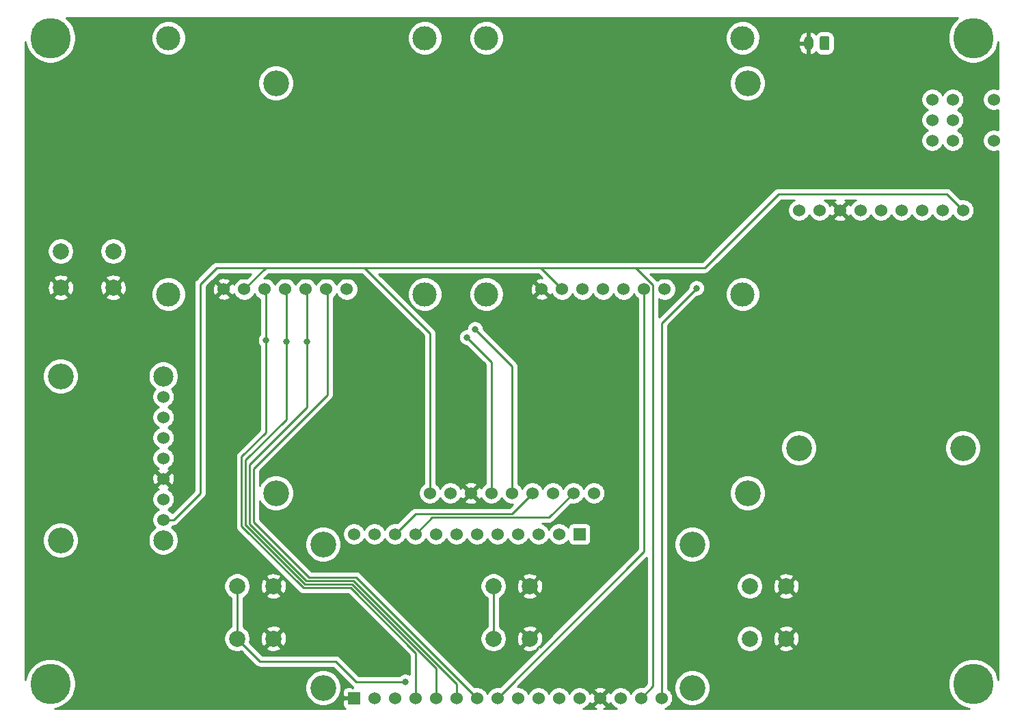
<source format=gbr>
%TF.GenerationSoftware,KiCad,Pcbnew,5.1.9+dfsg1-1*%
%TF.CreationDate,2021-10-03T17:17:10+00:00*%
%TF.ProjectId,st_pat,73745f70-6174-42e6-9b69-6361645f7063,rev?*%
%TF.SameCoordinates,Original*%
%TF.FileFunction,Copper,L2,Bot*%
%TF.FilePolarity,Positive*%
%FSLAX46Y46*%
G04 Gerber Fmt 4.6, Leading zero omitted, Abs format (unit mm)*
G04 Created by KiCad (PCBNEW 5.1.9+dfsg1-1) date 2021-10-03 17:17:10*
%MOMM*%
%LPD*%
G01*
G04 APERTURE LIST*
%TA.AperFunction,ComponentPad*%
%ADD10C,5.000000*%
%TD*%
%TA.AperFunction,ComponentPad*%
%ADD11C,3.200000*%
%TD*%
%TA.AperFunction,ComponentPad*%
%ADD12C,1.530000*%
%TD*%
%TA.AperFunction,ComponentPad*%
%ADD13C,2.000000*%
%TD*%
%TA.AperFunction,ComponentPad*%
%ADD14R,1.530000X1.530000*%
%TD*%
%TA.AperFunction,ComponentPad*%
%ADD15C,2.500000*%
%TD*%
%TA.AperFunction,ComponentPad*%
%ADD16C,3.000000*%
%TD*%
%TA.AperFunction,ComponentPad*%
%ADD17C,1.524000*%
%TD*%
%TA.AperFunction,ComponentPad*%
%ADD18O,1.200000X1.750000*%
%TD*%
%TA.AperFunction,ViaPad*%
%ADD19C,0.800000*%
%TD*%
%TA.AperFunction,Conductor*%
%ADD20C,0.250000*%
%TD*%
%TA.AperFunction,Conductor*%
%ADD21C,0.254000*%
%TD*%
%TA.AperFunction,Conductor*%
%ADD22C,0.100000*%
%TD*%
G04 APERTURE END LIST*
D10*
%TO.P, ,1*%
%TO.N,N/C*%
X196850000Y-120650000D03*
%TD*%
D11*
%TO.P,U1,*%
%TO.N,*%
X175260000Y-91440000D03*
X195580000Y-91440000D03*
D12*
%TO.P,U1,2*%
%TO.N,N/C*%
X177800000Y-61976000D03*
%TO.P,U1,1*%
%TO.N,/GPS_PPS_D12*%
X175260000Y-61976000D03*
%TO.P,U1,6*%
%TO.N,/GPS_FIX_D11*%
X187960000Y-61976000D03*
%TO.P,U1,4*%
%TO.N,/GPS_RX*%
X182880000Y-61976000D03*
%TO.P,U1,8*%
%TO.N,N/C*%
X193040000Y-61976000D03*
%TO.P,U1,3*%
%TO.N,GND*%
X180340000Y-61976000D03*
%TO.P,U1,9*%
%TO.N,+3V3*%
X195580000Y-61976000D03*
%TO.P,U1,5*%
%TO.N,/GPS_TX*%
X185420000Y-61976000D03*
%TO.P,U1,7*%
%TO.N,N/C*%
X190500000Y-61976000D03*
%TD*%
D13*
%TO.P,SW5,1*%
%TO.N,/BTN_A1*%
X169164000Y-108562000D03*
%TO.P,SW5,2*%
%TO.N,GND*%
X173664000Y-108562000D03*
%TO.P,SW5,1*%
%TO.N,/BTN_A1*%
X169164000Y-115062000D03*
%TO.P,SW5,2*%
%TO.N,GND*%
X173664000Y-115062000D03*
%TD*%
%TO.P,SW4,1*%
%TO.N,/BTN_A2*%
X137414000Y-108562000D03*
%TO.P,SW4,2*%
%TO.N,GND*%
X141914000Y-108562000D03*
%TO.P,SW4,1*%
%TO.N,/BTN_A2*%
X137414000Y-115062000D03*
%TO.P,SW4,2*%
%TO.N,GND*%
X141914000Y-115062000D03*
%TD*%
%TO.P,SW3,1*%
%TO.N,/BTN_A3*%
X105664000Y-108562000D03*
%TO.P,SW3,2*%
%TO.N,GND*%
X110164000Y-108562000D03*
%TO.P,SW3,1*%
%TO.N,/BTN_A3*%
X105664000Y-115062000D03*
%TO.P,SW3,2*%
%TO.N,GND*%
X110164000Y-115062000D03*
%TD*%
%TO.P,SW2,1*%
%TO.N,/RST*%
X90320000Y-67056000D03*
%TO.P,SW2,2*%
%TO.N,GND*%
X90320000Y-71556000D03*
%TO.P,SW2,1*%
%TO.N,/RST*%
X83820000Y-67056000D03*
%TO.P,SW2,2*%
%TO.N,GND*%
X83820000Y-71556000D03*
%TD*%
D10*
%TO.P, ,1*%
%TO.N,N/C*%
X82550000Y-120650000D03*
%TD*%
%TO.P, ,1*%
%TO.N,N/C*%
X82550000Y-40640000D03*
%TD*%
%TO.P, ,1*%
%TO.N,N/C*%
X196850000Y-40640000D03*
%TD*%
D12*
%TO.P,U4,9*%
%TO.N,N/C*%
X149860000Y-97028000D03*
%TO.P,U4,8*%
%TO.N,/SHARP_DISP_D6*%
X147320000Y-97028000D03*
%TO.P,U4,7*%
%TO.N,N/C*%
X144780000Y-97028000D03*
%TO.P,U4,6*%
%TO.N,/SHARP_CS_D5*%
X142240000Y-97028000D03*
%TO.P,U4,5*%
%TO.N,/MOSI*%
X139700000Y-97028000D03*
%TO.P,U4,4*%
%TO.N,/SCK*%
X137160000Y-97028000D03*
%TO.P,U4,3*%
%TO.N,GND*%
X134620000Y-97028000D03*
%TO.P,U4,2*%
%TO.N,N/C*%
X132080000Y-97028000D03*
%TO.P,U4,1*%
%TO.N,+3V3*%
X129540000Y-97028000D03*
D11*
%TO.P,U4,*%
%TO.N,*%
X110490000Y-97028000D03*
X110490000Y-46228000D03*
X168910000Y-46228000D03*
X168910000Y-97028000D03*
%TD*%
D14*
%TO.P,U2,P1_1*%
%TO.N,GND*%
X120142000Y-122428000D03*
%TO.P,U2,P2_1*%
%TO.N,+BATT*%
X148082000Y-102108000D03*
D11*
%TO.P,U2,P$1*%
%TO.N,N/C*%
X162052000Y-103378000D03*
%TO.P,U2,P$2*%
X162052000Y-121158000D03*
D12*
%TO.P,U2,P2_2*%
X145542000Y-102108000D03*
%TO.P,U2,P2_3*%
X143002000Y-102108000D03*
%TO.P,U2,P2_4*%
%TO.N,Net-(D3-Pad2)*%
X140462000Y-102108000D03*
%TO.P,U2,P2_5*%
%TO.N,/GPS_PPS_D12*%
X137922000Y-102108000D03*
%TO.P,U2,P2_6*%
%TO.N,/GPS_FIX_D11*%
X135382000Y-102108000D03*
%TO.P,U2,P2_7*%
%TO.N,/CPS_CS_D10*%
X132842000Y-102108000D03*
%TO.P,U2,P2_8*%
%TO.N,N/C*%
X130302000Y-102108000D03*
%TO.P,U2,P2_9*%
%TO.N,/SHARP_DISP_D6*%
X127762000Y-102108000D03*
%TO.P,U2,P2_10*%
%TO.N,/SHARP_CS_D5*%
X125222000Y-102108000D03*
%TO.P,U2,P2_11*%
%TO.N,N/C*%
X122682000Y-102108000D03*
%TO.P,U2,P2_12*%
X120142000Y-102108000D03*
%TO.P,U2,P1_2*%
%TO.N,/GPS_RX*%
X122682000Y-122428000D03*
%TO.P,U2,P1_3*%
%TO.N,/GPS_TX*%
X125222000Y-122428000D03*
%TO.P,U2,P1_4*%
%TO.N,/MISO*%
X127762000Y-122428000D03*
%TO.P,U2,P1_5*%
%TO.N,/MOSI*%
X130302000Y-122428000D03*
%TO.P,U2,P1_6*%
%TO.N,/SCK*%
X132842000Y-122428000D03*
%TO.P,U2,P1_7*%
%TO.N,/SRAD_RECV_CS_A5*%
X135382000Y-122428000D03*
%TO.P,U2,P1_8*%
%TO.N,/COTS_RECV_CS_A4*%
X137922000Y-122428000D03*
%TO.P,U2,P1_9*%
%TO.N,/BTN_A3*%
X140462000Y-122428000D03*
%TO.P,U2,P1_10*%
%TO.N,/BTN_A2*%
X143002000Y-122428000D03*
%TO.P,U2,P1_11*%
%TO.N,/BTN_A1*%
X145542000Y-122428000D03*
%TO.P,U2,P1_12*%
%TO.N,N/C*%
X148082000Y-122428000D03*
%TO.P,U2,P1_13*%
%TO.N,GND*%
X150622000Y-122428000D03*
%TO.P,U2,P1_14*%
%TO.N,N/C*%
X153162000Y-122428000D03*
%TO.P,U2,P1_15*%
%TO.N,+3V3*%
X155702000Y-122428000D03*
%TO.P,U2,P1_16*%
%TO.N,/RST*%
X158242000Y-122428000D03*
D11*
%TO.P,U2,P$3*%
%TO.N,N/C*%
X116332000Y-121158000D03*
%TO.P,U2,P$4*%
X116332000Y-103378000D03*
%TD*%
D12*
%TO.P,U3,1*%
%TO.N,+3V3*%
X96520000Y-100330000D03*
D15*
%TO.P,U3,*%
%TO.N,*%
X96520000Y-102870000D03*
X96520000Y-82550000D03*
D11*
X83820000Y-82550000D03*
X83820000Y-102870000D03*
D12*
%TO.P,U3,2*%
%TO.N,N/C*%
X96520000Y-97790000D03*
%TO.P,U3,3*%
%TO.N,GND*%
X96520000Y-95250000D03*
%TO.P,U3,4*%
%TO.N,/SCK*%
X96520000Y-92710000D03*
%TO.P,U3,5*%
%TO.N,/MOSI*%
X96520000Y-90170000D03*
%TO.P,U3,6*%
%TO.N,/MISO*%
X96520000Y-87630000D03*
%TO.P,U3,7*%
%TO.N,/CPS_CS_D10*%
X96520000Y-85090000D03*
%TD*%
D16*
%TO.P,U6,*%
%TO.N,*%
X128905000Y-72390000D03*
X128905000Y-40640000D03*
X97155000Y-40640000D03*
X97155000Y-72390000D03*
D17*
%TO.P,U6,1*%
%TO.N,N/C*%
X119253000Y-71755000D03*
%TO.P,U6,2*%
%TO.N,/SRAD_RECV_CS_A5*%
X116713000Y-71755000D03*
%TO.P,U6,3*%
%TO.N,/SCK*%
X114173000Y-71755000D03*
%TO.P,U6,4*%
%TO.N,/MOSI*%
X111633000Y-71755000D03*
%TO.P,U6,5*%
%TO.N,/MISO*%
X109093000Y-71755000D03*
%TO.P,U6,6*%
%TO.N,+3V3*%
X106553000Y-71755000D03*
%TO.P,U6,7*%
%TO.N,GND*%
X104013000Y-71755000D03*
%TD*%
D16*
%TO.P,U5,*%
%TO.N,*%
X168275000Y-72390000D03*
X168275000Y-40640000D03*
X136525000Y-40640000D03*
X136525000Y-72390000D03*
D17*
%TO.P,U5,1*%
%TO.N,N/C*%
X158623000Y-71755000D03*
%TO.P,U5,2*%
%TO.N,/COTS_RECV_CS_A4*%
X156083000Y-71755000D03*
%TO.P,U5,3*%
%TO.N,/SCK*%
X153543000Y-71755000D03*
%TO.P,U5,4*%
%TO.N,/MOSI*%
X151003000Y-71755000D03*
%TO.P,U5,5*%
%TO.N,/MISO*%
X148463000Y-71755000D03*
%TO.P,U5,6*%
%TO.N,+3V3*%
X145923000Y-71755000D03*
%TO.P,U5,7*%
%TO.N,GND*%
X143383000Y-71755000D03*
%TD*%
%TO.P,SW1,*%
%TO.N,*%
X199390000Y-53340000D03*
X199390000Y-48260000D03*
%TO.P,SW1,6*%
%TO.N,Net-(J4-Pad1)*%
X194310000Y-53340000D03*
%TO.P,SW1,5*%
%TO.N,+BATT*%
X194310000Y-50800000D03*
%TO.P,SW1,4*%
%TO.N,N/C*%
X194310000Y-48260000D03*
%TO.P,SW1,3*%
X191770000Y-53340000D03*
%TO.P,SW1,2*%
X191770000Y-50800000D03*
%TO.P,SW1,1*%
X191770000Y-48260000D03*
%TD*%
D18*
%TO.P,J4,2*%
%TO.N,GND*%
X176435000Y-41275000D03*
%TO.P,J4,1*%
%TO.N,Net-(J4-Pad1)*%
%TA.AperFunction,ComponentPad*%
G36*
G01*
X179035000Y-40649999D02*
X179035000Y-41900001D01*
G75*
G02*
X178785001Y-42150000I-249999J0D01*
G01*
X178084999Y-42150000D01*
G75*
G02*
X177835000Y-41900001I0J249999D01*
G01*
X177835000Y-40649999D01*
G75*
G02*
X178084999Y-40400000I249999J0D01*
G01*
X178785001Y-40400000D01*
G75*
G02*
X179035000Y-40649999I0J-249999D01*
G01*
G37*
%TD.AperFunction*%
%TD*%
D19*
%TO.N,/RST*%
X162560000Y-71628000D03*
%TO.N,/BTN_A3*%
X126492000Y-120396000D03*
%TO.N,/SCK*%
X114300000Y-78232000D03*
X134112000Y-77724000D03*
%TO.N,/MOSI*%
X111760000Y-78232000D03*
X135128000Y-76708000D03*
%TO.N,/MISO*%
X109220000Y-78105000D03*
%TD*%
D20*
%TO.N,+3V3*%
X96520000Y-100330000D02*
X97790000Y-100330000D01*
X97790000Y-100330000D02*
X101092000Y-97028000D01*
X101092000Y-97028000D02*
X101092000Y-71120000D01*
X101092000Y-71120000D02*
X103124000Y-69088000D01*
X195580000Y-61976000D02*
X193548000Y-59944000D01*
X193548000Y-59944000D02*
X172720000Y-59944000D01*
X172720000Y-59944000D02*
X163576000Y-69088000D01*
X106553000Y-71755000D02*
X109220000Y-69088000D01*
X109220000Y-69088000D02*
X115824000Y-69088000D01*
X103124000Y-69088000D02*
X109220000Y-69088000D01*
X157170001Y-71233239D02*
X155024762Y-69088000D01*
X155702000Y-122428000D02*
X157170001Y-120959999D01*
X157170001Y-120959999D02*
X157170001Y-71233239D01*
X155024762Y-69088000D02*
X154432000Y-69088000D01*
X163576000Y-69088000D02*
X154432000Y-69088000D01*
X129540000Y-97028000D02*
X129540000Y-77216000D01*
X121412000Y-69088000D02*
X114300000Y-69088000D01*
X129540000Y-77216000D02*
X121412000Y-69088000D01*
X143256000Y-69088000D02*
X142748000Y-69088000D01*
X145923000Y-71755000D02*
X143256000Y-69088000D01*
X142748000Y-69088000D02*
X121412000Y-69088000D01*
X154432000Y-69088000D02*
X142748000Y-69088000D01*
%TO.N,/RST*%
X158623000Y-122047000D02*
X158242000Y-122428000D01*
X158242000Y-122428000D02*
X158242000Y-75946000D01*
X158242000Y-75946000D02*
X162560000Y-71628000D01*
X162560000Y-71628000D02*
X162560000Y-71628000D01*
%TO.N,/BTN_A2*%
X137414000Y-115062000D02*
X137414000Y-108562000D01*
%TO.N,/BTN_A3*%
X140462000Y-122428000D02*
X140716000Y-122428000D01*
X126492000Y-120396000D02*
X120396000Y-120396000D01*
X120396000Y-120396000D02*
X117856000Y-117856000D01*
X108458000Y-117856000D02*
X105664000Y-115062000D01*
X117856000Y-117856000D02*
X108458000Y-117856000D01*
X105664000Y-115062000D02*
X105664000Y-108562000D01*
%TO.N,/SCK*%
X137160000Y-80772000D02*
X134112000Y-77724000D01*
X137160000Y-97028000D02*
X137160000Y-80772000D01*
X114300000Y-71882000D02*
X114173000Y-71755000D01*
X114300000Y-78232000D02*
X114300000Y-71882000D01*
X114300000Y-86360000D02*
X114300000Y-78232000D01*
X107188000Y-93472000D02*
X114300000Y-86360000D01*
X107188000Y-100835180D02*
X107188000Y-93472000D01*
X114244829Y-107892009D02*
X107188000Y-100835180D01*
X120084009Y-107892009D02*
X114244829Y-107892009D01*
X132842000Y-120650000D02*
X120084009Y-107892009D01*
X132842000Y-122428000D02*
X132842000Y-120650000D01*
%TO.N,/MOSI*%
X139700000Y-97028000D02*
X139700000Y-81280000D01*
X139700000Y-81280000D02*
X135128000Y-76708000D01*
X135128000Y-76708000D02*
X135128000Y-76708000D01*
X111760000Y-71882000D02*
X111633000Y-71755000D01*
X111760000Y-78232000D02*
X111760000Y-71882000D01*
X130302000Y-122428000D02*
X130302000Y-118746410D01*
X130302000Y-118746410D02*
X119897609Y-108342019D01*
X119897609Y-108342019D02*
X114058429Y-108342019D01*
X106737990Y-101021580D02*
X106737990Y-92906010D01*
X106744205Y-101027795D02*
X106737990Y-101021580D01*
X114058429Y-108342019D02*
X106744205Y-101027795D01*
X111760000Y-87884000D02*
X111760000Y-87376000D01*
X106737990Y-92906010D02*
X111760000Y-87884000D01*
X111760000Y-87376000D02*
X111760000Y-78232000D01*
X111760000Y-87630000D02*
X111760000Y-87376000D01*
%TO.N,/MISO*%
X109220000Y-71882000D02*
X109093000Y-71755000D01*
X109220000Y-78105000D02*
X109220000Y-71882000D01*
X127762000Y-116842820D02*
X127762000Y-122428000D01*
X119711208Y-108792028D02*
X127762000Y-116842820D01*
X113872028Y-108792028D02*
X119711208Y-108792028D01*
X106229991Y-101149991D02*
X113872028Y-108792028D01*
X106229991Y-92523599D02*
X106229991Y-101149991D01*
X109220000Y-89533590D02*
X106229991Y-92523599D01*
X109220000Y-78105000D02*
X109220000Y-89533590D01*
%TO.N,/SHARP_CS_D5*%
X127762000Y-99568000D02*
X125222000Y-102108000D01*
X139700000Y-99568000D02*
X127762000Y-99568000D01*
X142240000Y-97028000D02*
X139700000Y-99568000D01*
%TO.N,/SHARP_DISP_D6*%
X129851990Y-100018010D02*
X127762000Y-102108000D01*
X144329990Y-100018010D02*
X129851990Y-100018010D01*
X147320000Y-97028000D02*
X144329990Y-100018010D01*
%TO.N,/SRAD_RECV_CS_A5*%
X116840000Y-71882000D02*
X116713000Y-71755000D01*
X116840000Y-84836000D02*
X116840000Y-71882000D01*
X107696000Y-93980000D02*
X116840000Y-84836000D01*
X114553999Y-107441999D02*
X107696000Y-100584000D01*
X120395999Y-107441999D02*
X114553999Y-107441999D01*
X107696000Y-100584000D02*
X107696000Y-93980000D01*
X135382000Y-122428000D02*
X120395999Y-107441999D01*
%TO.N,/COTS_RECV_CS_A4*%
X156083000Y-104267000D02*
X156083000Y-71755000D01*
X137922000Y-122428000D02*
X156083000Y-104267000D01*
%TD*%
D21*
%TO.N,GND*%
X156410001Y-120645197D02*
X155996122Y-121059077D01*
X155839888Y-121028000D01*
X155564112Y-121028000D01*
X155293635Y-121081801D01*
X155038851Y-121187336D01*
X154809552Y-121340549D01*
X154614549Y-121535552D01*
X154461336Y-121764851D01*
X154432000Y-121835674D01*
X154402664Y-121764851D01*
X154249451Y-121535552D01*
X154054448Y-121340549D01*
X153825149Y-121187336D01*
X153570365Y-121081801D01*
X153299888Y-121028000D01*
X153024112Y-121028000D01*
X152753635Y-121081801D01*
X152498851Y-121187336D01*
X152269552Y-121340549D01*
X152074549Y-121535552D01*
X151921336Y-121764851D01*
X151894518Y-121829594D01*
X151892478Y-121823928D01*
X151830106Y-121707240D01*
X151589707Y-121639898D01*
X150801605Y-122428000D01*
X151589707Y-123216102D01*
X151830106Y-123148760D01*
X151891312Y-123018664D01*
X151921336Y-123091149D01*
X152074549Y-123320448D01*
X152269552Y-123515451D01*
X152498851Y-123668664D01*
X152695213Y-123750000D01*
X151082999Y-123750000D01*
X151226072Y-123698478D01*
X151342760Y-123636106D01*
X151410102Y-123395707D01*
X150622000Y-122607605D01*
X149833898Y-123395707D01*
X149901240Y-123636106D01*
X150143328Y-123750000D01*
X148548787Y-123750000D01*
X148745149Y-123668664D01*
X148974448Y-123515451D01*
X149169451Y-123320448D01*
X149322664Y-123091149D01*
X149349482Y-123026406D01*
X149351522Y-123032072D01*
X149413894Y-123148760D01*
X149654293Y-123216102D01*
X150442395Y-122428000D01*
X149654293Y-121639898D01*
X149413894Y-121707240D01*
X149352688Y-121837336D01*
X149322664Y-121764851D01*
X149169451Y-121535552D01*
X149094192Y-121460293D01*
X149833898Y-121460293D01*
X150622000Y-122248395D01*
X151410102Y-121460293D01*
X151342760Y-121219894D01*
X151093220Y-121102494D01*
X150825573Y-121036033D01*
X150550101Y-121023064D01*
X150277393Y-121064086D01*
X150017928Y-121157522D01*
X149901240Y-121219894D01*
X149833898Y-121460293D01*
X149094192Y-121460293D01*
X148974448Y-121340549D01*
X148745149Y-121187336D01*
X148490365Y-121081801D01*
X148219888Y-121028000D01*
X147944112Y-121028000D01*
X147673635Y-121081801D01*
X147418851Y-121187336D01*
X147189552Y-121340549D01*
X146994549Y-121535552D01*
X146841336Y-121764851D01*
X146812000Y-121835674D01*
X146782664Y-121764851D01*
X146629451Y-121535552D01*
X146434448Y-121340549D01*
X146205149Y-121187336D01*
X145950365Y-121081801D01*
X145679888Y-121028000D01*
X145404112Y-121028000D01*
X145133635Y-121081801D01*
X144878851Y-121187336D01*
X144649552Y-121340549D01*
X144454549Y-121535552D01*
X144301336Y-121764851D01*
X144272000Y-121835674D01*
X144242664Y-121764851D01*
X144089451Y-121535552D01*
X143894448Y-121340549D01*
X143665149Y-121187336D01*
X143410365Y-121081801D01*
X143139888Y-121028000D01*
X142864112Y-121028000D01*
X142593635Y-121081801D01*
X142338851Y-121187336D01*
X142109552Y-121340549D01*
X141914549Y-121535552D01*
X141761336Y-121764851D01*
X141732000Y-121835674D01*
X141702664Y-121764851D01*
X141549451Y-121535552D01*
X141354448Y-121340549D01*
X141125149Y-121187336D01*
X140870365Y-121081801D01*
X140599888Y-121028000D01*
X140396801Y-121028000D01*
X156410001Y-105014801D01*
X156410001Y-120645197D01*
%TA.AperFunction,Conductor*%
D22*
G36*
X156410001Y-120645197D02*
G01*
X155996122Y-121059077D01*
X155839888Y-121028000D01*
X155564112Y-121028000D01*
X155293635Y-121081801D01*
X155038851Y-121187336D01*
X154809552Y-121340549D01*
X154614549Y-121535552D01*
X154461336Y-121764851D01*
X154432000Y-121835674D01*
X154402664Y-121764851D01*
X154249451Y-121535552D01*
X154054448Y-121340549D01*
X153825149Y-121187336D01*
X153570365Y-121081801D01*
X153299888Y-121028000D01*
X153024112Y-121028000D01*
X152753635Y-121081801D01*
X152498851Y-121187336D01*
X152269552Y-121340549D01*
X152074549Y-121535552D01*
X151921336Y-121764851D01*
X151894518Y-121829594D01*
X151892478Y-121823928D01*
X151830106Y-121707240D01*
X151589707Y-121639898D01*
X150801605Y-122428000D01*
X151589707Y-123216102D01*
X151830106Y-123148760D01*
X151891312Y-123018664D01*
X151921336Y-123091149D01*
X152074549Y-123320448D01*
X152269552Y-123515451D01*
X152498851Y-123668664D01*
X152695213Y-123750000D01*
X151082999Y-123750000D01*
X151226072Y-123698478D01*
X151342760Y-123636106D01*
X151410102Y-123395707D01*
X150622000Y-122607605D01*
X149833898Y-123395707D01*
X149901240Y-123636106D01*
X150143328Y-123750000D01*
X148548787Y-123750000D01*
X148745149Y-123668664D01*
X148974448Y-123515451D01*
X149169451Y-123320448D01*
X149322664Y-123091149D01*
X149349482Y-123026406D01*
X149351522Y-123032072D01*
X149413894Y-123148760D01*
X149654293Y-123216102D01*
X150442395Y-122428000D01*
X149654293Y-121639898D01*
X149413894Y-121707240D01*
X149352688Y-121837336D01*
X149322664Y-121764851D01*
X149169451Y-121535552D01*
X149094192Y-121460293D01*
X149833898Y-121460293D01*
X150622000Y-122248395D01*
X151410102Y-121460293D01*
X151342760Y-121219894D01*
X151093220Y-121102494D01*
X150825573Y-121036033D01*
X150550101Y-121023064D01*
X150277393Y-121064086D01*
X150017928Y-121157522D01*
X149901240Y-121219894D01*
X149833898Y-121460293D01*
X149094192Y-121460293D01*
X148974448Y-121340549D01*
X148745149Y-121187336D01*
X148490365Y-121081801D01*
X148219888Y-121028000D01*
X147944112Y-121028000D01*
X147673635Y-121081801D01*
X147418851Y-121187336D01*
X147189552Y-121340549D01*
X146994549Y-121535552D01*
X146841336Y-121764851D01*
X146812000Y-121835674D01*
X146782664Y-121764851D01*
X146629451Y-121535552D01*
X146434448Y-121340549D01*
X146205149Y-121187336D01*
X145950365Y-121081801D01*
X145679888Y-121028000D01*
X145404112Y-121028000D01*
X145133635Y-121081801D01*
X144878851Y-121187336D01*
X144649552Y-121340549D01*
X144454549Y-121535552D01*
X144301336Y-121764851D01*
X144272000Y-121835674D01*
X144242664Y-121764851D01*
X144089451Y-121535552D01*
X143894448Y-121340549D01*
X143665149Y-121187336D01*
X143410365Y-121081801D01*
X143139888Y-121028000D01*
X142864112Y-121028000D01*
X142593635Y-121081801D01*
X142338851Y-121187336D01*
X142109552Y-121340549D01*
X141914549Y-121535552D01*
X141761336Y-121764851D01*
X141732000Y-121835674D01*
X141702664Y-121764851D01*
X141549451Y-121535552D01*
X141354448Y-121340549D01*
X141125149Y-121187336D01*
X140870365Y-121081801D01*
X140599888Y-121028000D01*
X140396801Y-121028000D01*
X156410001Y-105014801D01*
X156410001Y-120645197D01*
G37*
%TD.AperFunction*%
D21*
X194851554Y-38204886D02*
X194414886Y-38641554D01*
X194071799Y-39155021D01*
X193835476Y-39725554D01*
X193715000Y-40331229D01*
X193715000Y-40948771D01*
X193835476Y-41554446D01*
X194071799Y-42124979D01*
X194414886Y-42638446D01*
X194851554Y-43075114D01*
X195365021Y-43418201D01*
X195935554Y-43654524D01*
X196541229Y-43775000D01*
X197158771Y-43775000D01*
X197764446Y-43654524D01*
X198334979Y-43418201D01*
X198848446Y-43075114D01*
X199285114Y-42638446D01*
X199628201Y-42124979D01*
X199864524Y-41554446D01*
X199950000Y-41124728D01*
X199950000Y-46979858D01*
X199797490Y-46916686D01*
X199527592Y-46863000D01*
X199252408Y-46863000D01*
X198982510Y-46916686D01*
X198728273Y-47021995D01*
X198499465Y-47174880D01*
X198304880Y-47369465D01*
X198151995Y-47598273D01*
X198046686Y-47852510D01*
X197993000Y-48122408D01*
X197993000Y-48397592D01*
X198046686Y-48667490D01*
X198151995Y-48921727D01*
X198304880Y-49150535D01*
X198499465Y-49345120D01*
X198728273Y-49498005D01*
X198982510Y-49603314D01*
X199252408Y-49657000D01*
X199527592Y-49657000D01*
X199797490Y-49603314D01*
X199950000Y-49540142D01*
X199950000Y-52059858D01*
X199797490Y-51996686D01*
X199527592Y-51943000D01*
X199252408Y-51943000D01*
X198982510Y-51996686D01*
X198728273Y-52101995D01*
X198499465Y-52254880D01*
X198304880Y-52449465D01*
X198151995Y-52678273D01*
X198046686Y-52932510D01*
X197993000Y-53202408D01*
X197993000Y-53477592D01*
X198046686Y-53747490D01*
X198151995Y-54001727D01*
X198304880Y-54230535D01*
X198499465Y-54425120D01*
X198728273Y-54578005D01*
X198982510Y-54683314D01*
X199252408Y-54737000D01*
X199527592Y-54737000D01*
X199797490Y-54683314D01*
X199950000Y-54620142D01*
X199950001Y-120165277D01*
X199864524Y-119735554D01*
X199628201Y-119165021D01*
X199285114Y-118651554D01*
X198848446Y-118214886D01*
X198334979Y-117871799D01*
X197764446Y-117635476D01*
X197158771Y-117515000D01*
X196541229Y-117515000D01*
X195935554Y-117635476D01*
X195365021Y-117871799D01*
X194851554Y-118214886D01*
X194414886Y-118651554D01*
X194071799Y-119165021D01*
X193835476Y-119735554D01*
X193715000Y-120341229D01*
X193715000Y-120958771D01*
X193835476Y-121564446D01*
X194071799Y-122134979D01*
X194414886Y-122648446D01*
X194851554Y-123085114D01*
X195365021Y-123428201D01*
X195935554Y-123664524D01*
X196365272Y-123750000D01*
X158708787Y-123750000D01*
X158905149Y-123668664D01*
X159134448Y-123515451D01*
X159329451Y-123320448D01*
X159482664Y-123091149D01*
X159588199Y-122836365D01*
X159642000Y-122565888D01*
X159642000Y-122290112D01*
X159588199Y-122019635D01*
X159482664Y-121764851D01*
X159329451Y-121535552D01*
X159134448Y-121340549D01*
X159002000Y-121252050D01*
X159002000Y-120937872D01*
X159817000Y-120937872D01*
X159817000Y-121378128D01*
X159902890Y-121809925D01*
X160071369Y-122216669D01*
X160315962Y-122582729D01*
X160627271Y-122894038D01*
X160993331Y-123138631D01*
X161400075Y-123307110D01*
X161831872Y-123393000D01*
X162272128Y-123393000D01*
X162703925Y-123307110D01*
X163110669Y-123138631D01*
X163476729Y-122894038D01*
X163788038Y-122582729D01*
X164032631Y-122216669D01*
X164201110Y-121809925D01*
X164287000Y-121378128D01*
X164287000Y-120937872D01*
X164201110Y-120506075D01*
X164032631Y-120099331D01*
X163788038Y-119733271D01*
X163476729Y-119421962D01*
X163110669Y-119177369D01*
X162703925Y-119008890D01*
X162272128Y-118923000D01*
X161831872Y-118923000D01*
X161400075Y-119008890D01*
X160993331Y-119177369D01*
X160627271Y-119421962D01*
X160315962Y-119733271D01*
X160071369Y-120099331D01*
X159902890Y-120506075D01*
X159817000Y-120937872D01*
X159002000Y-120937872D01*
X159002000Y-114900967D01*
X167529000Y-114900967D01*
X167529000Y-115223033D01*
X167591832Y-115538912D01*
X167715082Y-115836463D01*
X167894013Y-116104252D01*
X168121748Y-116331987D01*
X168389537Y-116510918D01*
X168687088Y-116634168D01*
X169002967Y-116697000D01*
X169325033Y-116697000D01*
X169640912Y-116634168D01*
X169938463Y-116510918D01*
X170206252Y-116331987D01*
X170340826Y-116197413D01*
X172708192Y-116197413D01*
X172803956Y-116461814D01*
X173093571Y-116602704D01*
X173405108Y-116684384D01*
X173726595Y-116703718D01*
X174045675Y-116659961D01*
X174350088Y-116554795D01*
X174524044Y-116461814D01*
X174619808Y-116197413D01*
X173664000Y-115241605D01*
X172708192Y-116197413D01*
X170340826Y-116197413D01*
X170433987Y-116104252D01*
X170612918Y-115836463D01*
X170736168Y-115538912D01*
X170799000Y-115223033D01*
X170799000Y-115124595D01*
X172022282Y-115124595D01*
X172066039Y-115443675D01*
X172171205Y-115748088D01*
X172264186Y-115922044D01*
X172528587Y-116017808D01*
X173484395Y-115062000D01*
X173843605Y-115062000D01*
X174799413Y-116017808D01*
X175063814Y-115922044D01*
X175204704Y-115632429D01*
X175286384Y-115320892D01*
X175305718Y-114999405D01*
X175261961Y-114680325D01*
X175156795Y-114375912D01*
X175063814Y-114201956D01*
X174799413Y-114106192D01*
X173843605Y-115062000D01*
X173484395Y-115062000D01*
X172528587Y-114106192D01*
X172264186Y-114201956D01*
X172123296Y-114491571D01*
X172041616Y-114803108D01*
X172022282Y-115124595D01*
X170799000Y-115124595D01*
X170799000Y-114900967D01*
X170736168Y-114585088D01*
X170612918Y-114287537D01*
X170433987Y-114019748D01*
X170340826Y-113926587D01*
X172708192Y-113926587D01*
X173664000Y-114882395D01*
X174619808Y-113926587D01*
X174524044Y-113662186D01*
X174234429Y-113521296D01*
X173922892Y-113439616D01*
X173601405Y-113420282D01*
X173282325Y-113464039D01*
X172977912Y-113569205D01*
X172803956Y-113662186D01*
X172708192Y-113926587D01*
X170340826Y-113926587D01*
X170206252Y-113792013D01*
X169938463Y-113613082D01*
X169640912Y-113489832D01*
X169325033Y-113427000D01*
X169002967Y-113427000D01*
X168687088Y-113489832D01*
X168389537Y-113613082D01*
X168121748Y-113792013D01*
X167894013Y-114019748D01*
X167715082Y-114287537D01*
X167591832Y-114585088D01*
X167529000Y-114900967D01*
X159002000Y-114900967D01*
X159002000Y-108400967D01*
X167529000Y-108400967D01*
X167529000Y-108723033D01*
X167591832Y-109038912D01*
X167715082Y-109336463D01*
X167894013Y-109604252D01*
X168121748Y-109831987D01*
X168389537Y-110010918D01*
X168687088Y-110134168D01*
X169002967Y-110197000D01*
X169325033Y-110197000D01*
X169640912Y-110134168D01*
X169938463Y-110010918D01*
X170206252Y-109831987D01*
X170340826Y-109697413D01*
X172708192Y-109697413D01*
X172803956Y-109961814D01*
X173093571Y-110102704D01*
X173405108Y-110184384D01*
X173726595Y-110203718D01*
X174045675Y-110159961D01*
X174350088Y-110054795D01*
X174524044Y-109961814D01*
X174619808Y-109697413D01*
X173664000Y-108741605D01*
X172708192Y-109697413D01*
X170340826Y-109697413D01*
X170433987Y-109604252D01*
X170612918Y-109336463D01*
X170736168Y-109038912D01*
X170799000Y-108723033D01*
X170799000Y-108624595D01*
X172022282Y-108624595D01*
X172066039Y-108943675D01*
X172171205Y-109248088D01*
X172264186Y-109422044D01*
X172528587Y-109517808D01*
X173484395Y-108562000D01*
X173843605Y-108562000D01*
X174799413Y-109517808D01*
X175063814Y-109422044D01*
X175204704Y-109132429D01*
X175286384Y-108820892D01*
X175305718Y-108499405D01*
X175261961Y-108180325D01*
X175156795Y-107875912D01*
X175063814Y-107701956D01*
X174799413Y-107606192D01*
X173843605Y-108562000D01*
X173484395Y-108562000D01*
X172528587Y-107606192D01*
X172264186Y-107701956D01*
X172123296Y-107991571D01*
X172041616Y-108303108D01*
X172022282Y-108624595D01*
X170799000Y-108624595D01*
X170799000Y-108400967D01*
X170736168Y-108085088D01*
X170612918Y-107787537D01*
X170433987Y-107519748D01*
X170340826Y-107426587D01*
X172708192Y-107426587D01*
X173664000Y-108382395D01*
X174619808Y-107426587D01*
X174524044Y-107162186D01*
X174234429Y-107021296D01*
X173922892Y-106939616D01*
X173601405Y-106920282D01*
X173282325Y-106964039D01*
X172977912Y-107069205D01*
X172803956Y-107162186D01*
X172708192Y-107426587D01*
X170340826Y-107426587D01*
X170206252Y-107292013D01*
X169938463Y-107113082D01*
X169640912Y-106989832D01*
X169325033Y-106927000D01*
X169002967Y-106927000D01*
X168687088Y-106989832D01*
X168389537Y-107113082D01*
X168121748Y-107292013D01*
X167894013Y-107519748D01*
X167715082Y-107787537D01*
X167591832Y-108085088D01*
X167529000Y-108400967D01*
X159002000Y-108400967D01*
X159002000Y-103157872D01*
X159817000Y-103157872D01*
X159817000Y-103598128D01*
X159902890Y-104029925D01*
X160071369Y-104436669D01*
X160315962Y-104802729D01*
X160627271Y-105114038D01*
X160993331Y-105358631D01*
X161400075Y-105527110D01*
X161831872Y-105613000D01*
X162272128Y-105613000D01*
X162703925Y-105527110D01*
X163110669Y-105358631D01*
X163476729Y-105114038D01*
X163788038Y-104802729D01*
X164032631Y-104436669D01*
X164201110Y-104029925D01*
X164287000Y-103598128D01*
X164287000Y-103157872D01*
X164201110Y-102726075D01*
X164032631Y-102319331D01*
X163788038Y-101953271D01*
X163476729Y-101641962D01*
X163110669Y-101397369D01*
X162703925Y-101228890D01*
X162272128Y-101143000D01*
X161831872Y-101143000D01*
X161400075Y-101228890D01*
X160993331Y-101397369D01*
X160627271Y-101641962D01*
X160315962Y-101953271D01*
X160071369Y-102319331D01*
X159902890Y-102726075D01*
X159817000Y-103157872D01*
X159002000Y-103157872D01*
X159002000Y-96807872D01*
X166675000Y-96807872D01*
X166675000Y-97248128D01*
X166760890Y-97679925D01*
X166929369Y-98086669D01*
X167173962Y-98452729D01*
X167485271Y-98764038D01*
X167851331Y-99008631D01*
X168258075Y-99177110D01*
X168689872Y-99263000D01*
X169130128Y-99263000D01*
X169561925Y-99177110D01*
X169968669Y-99008631D01*
X170334729Y-98764038D01*
X170646038Y-98452729D01*
X170890631Y-98086669D01*
X171059110Y-97679925D01*
X171145000Y-97248128D01*
X171145000Y-96807872D01*
X171059110Y-96376075D01*
X170890631Y-95969331D01*
X170646038Y-95603271D01*
X170334729Y-95291962D01*
X169968669Y-95047369D01*
X169561925Y-94878890D01*
X169130128Y-94793000D01*
X168689872Y-94793000D01*
X168258075Y-94878890D01*
X167851331Y-95047369D01*
X167485271Y-95291962D01*
X167173962Y-95603271D01*
X166929369Y-95969331D01*
X166760890Y-96376075D01*
X166675000Y-96807872D01*
X159002000Y-96807872D01*
X159002000Y-91219872D01*
X173025000Y-91219872D01*
X173025000Y-91660128D01*
X173110890Y-92091925D01*
X173279369Y-92498669D01*
X173523962Y-92864729D01*
X173835271Y-93176038D01*
X174201331Y-93420631D01*
X174608075Y-93589110D01*
X175039872Y-93675000D01*
X175480128Y-93675000D01*
X175911925Y-93589110D01*
X176318669Y-93420631D01*
X176684729Y-93176038D01*
X176996038Y-92864729D01*
X177240631Y-92498669D01*
X177409110Y-92091925D01*
X177495000Y-91660128D01*
X177495000Y-91219872D01*
X193345000Y-91219872D01*
X193345000Y-91660128D01*
X193430890Y-92091925D01*
X193599369Y-92498669D01*
X193843962Y-92864729D01*
X194155271Y-93176038D01*
X194521331Y-93420631D01*
X194928075Y-93589110D01*
X195359872Y-93675000D01*
X195800128Y-93675000D01*
X196231925Y-93589110D01*
X196638669Y-93420631D01*
X197004729Y-93176038D01*
X197316038Y-92864729D01*
X197560631Y-92498669D01*
X197729110Y-92091925D01*
X197815000Y-91660128D01*
X197815000Y-91219872D01*
X197729110Y-90788075D01*
X197560631Y-90381331D01*
X197316038Y-90015271D01*
X197004729Y-89703962D01*
X196638669Y-89459369D01*
X196231925Y-89290890D01*
X195800128Y-89205000D01*
X195359872Y-89205000D01*
X194928075Y-89290890D01*
X194521331Y-89459369D01*
X194155271Y-89703962D01*
X193843962Y-90015271D01*
X193599369Y-90381331D01*
X193430890Y-90788075D01*
X193345000Y-91219872D01*
X177495000Y-91219872D01*
X177409110Y-90788075D01*
X177240631Y-90381331D01*
X176996038Y-90015271D01*
X176684729Y-89703962D01*
X176318669Y-89459369D01*
X175911925Y-89290890D01*
X175480128Y-89205000D01*
X175039872Y-89205000D01*
X174608075Y-89290890D01*
X174201331Y-89459369D01*
X173835271Y-89703962D01*
X173523962Y-90015271D01*
X173279369Y-90381331D01*
X173110890Y-90788075D01*
X173025000Y-91219872D01*
X159002000Y-91219872D01*
X159002000Y-76260801D01*
X162599802Y-72663000D01*
X162661939Y-72663000D01*
X162861898Y-72623226D01*
X163050256Y-72545205D01*
X163219774Y-72431937D01*
X163363937Y-72287774D01*
X163436135Y-72179721D01*
X166140000Y-72179721D01*
X166140000Y-72600279D01*
X166222047Y-73012756D01*
X166382988Y-73401302D01*
X166616637Y-73750983D01*
X166914017Y-74048363D01*
X167263698Y-74282012D01*
X167652244Y-74442953D01*
X168064721Y-74525000D01*
X168485279Y-74525000D01*
X168897756Y-74442953D01*
X169286302Y-74282012D01*
X169635983Y-74048363D01*
X169933363Y-73750983D01*
X170167012Y-73401302D01*
X170327953Y-73012756D01*
X170410000Y-72600279D01*
X170410000Y-72179721D01*
X170327953Y-71767244D01*
X170167012Y-71378698D01*
X169933363Y-71029017D01*
X169635983Y-70731637D01*
X169286302Y-70497988D01*
X168897756Y-70337047D01*
X168485279Y-70255000D01*
X168064721Y-70255000D01*
X167652244Y-70337047D01*
X167263698Y-70497988D01*
X166914017Y-70731637D01*
X166616637Y-71029017D01*
X166382988Y-71378698D01*
X166222047Y-71767244D01*
X166140000Y-72179721D01*
X163436135Y-72179721D01*
X163477205Y-72118256D01*
X163555226Y-71929898D01*
X163595000Y-71729939D01*
X163595000Y-71526061D01*
X163555226Y-71326102D01*
X163477205Y-71137744D01*
X163363937Y-70968226D01*
X163219774Y-70824063D01*
X163050256Y-70710795D01*
X162861898Y-70632774D01*
X162661939Y-70593000D01*
X162458061Y-70593000D01*
X162258102Y-70632774D01*
X162069744Y-70710795D01*
X161900226Y-70824063D01*
X161756063Y-70968226D01*
X161642795Y-71137744D01*
X161564774Y-71326102D01*
X161525000Y-71526061D01*
X161525000Y-71588198D01*
X157930001Y-75183198D01*
X157930001Y-72972110D01*
X157961273Y-72993005D01*
X158215510Y-73098314D01*
X158485408Y-73152000D01*
X158760592Y-73152000D01*
X159030490Y-73098314D01*
X159284727Y-72993005D01*
X159513535Y-72840120D01*
X159708120Y-72645535D01*
X159861005Y-72416727D01*
X159966314Y-72162490D01*
X160020000Y-71892592D01*
X160020000Y-71617408D01*
X159966314Y-71347510D01*
X159861005Y-71093273D01*
X159708120Y-70864465D01*
X159513535Y-70669880D01*
X159284727Y-70516995D01*
X159030490Y-70411686D01*
X158760592Y-70358000D01*
X158485408Y-70358000D01*
X158215510Y-70411686D01*
X157961273Y-70516995D01*
X157732465Y-70669880D01*
X157709510Y-70692835D01*
X157681004Y-70669440D01*
X156859564Y-69848000D01*
X163538678Y-69848000D01*
X163576000Y-69851676D01*
X163613322Y-69848000D01*
X163613333Y-69848000D01*
X163724986Y-69837003D01*
X163868247Y-69793546D01*
X164000276Y-69722974D01*
X164116001Y-69628001D01*
X164139804Y-69598997D01*
X173034802Y-60704000D01*
X174672503Y-60704000D01*
X174596851Y-60735336D01*
X174367552Y-60888549D01*
X174172549Y-61083552D01*
X174019336Y-61312851D01*
X173913801Y-61567635D01*
X173860000Y-61838112D01*
X173860000Y-62113888D01*
X173913801Y-62384365D01*
X174019336Y-62639149D01*
X174172549Y-62868448D01*
X174367552Y-63063451D01*
X174596851Y-63216664D01*
X174851635Y-63322199D01*
X175122112Y-63376000D01*
X175397888Y-63376000D01*
X175668365Y-63322199D01*
X175923149Y-63216664D01*
X176152448Y-63063451D01*
X176347451Y-62868448D01*
X176500664Y-62639149D01*
X176530000Y-62568326D01*
X176559336Y-62639149D01*
X176712549Y-62868448D01*
X176907552Y-63063451D01*
X177136851Y-63216664D01*
X177391635Y-63322199D01*
X177662112Y-63376000D01*
X177937888Y-63376000D01*
X178208365Y-63322199D01*
X178463149Y-63216664D01*
X178692448Y-63063451D01*
X178812192Y-62943707D01*
X179551898Y-62943707D01*
X179619240Y-63184106D01*
X179868780Y-63301506D01*
X180136427Y-63367967D01*
X180411899Y-63380936D01*
X180684607Y-63339914D01*
X180944072Y-63246478D01*
X181060760Y-63184106D01*
X181128102Y-62943707D01*
X180340000Y-62155605D01*
X179551898Y-62943707D01*
X178812192Y-62943707D01*
X178887451Y-62868448D01*
X179040664Y-62639149D01*
X179067482Y-62574406D01*
X179069522Y-62580072D01*
X179131894Y-62696760D01*
X179372293Y-62764102D01*
X180160395Y-61976000D01*
X179372293Y-61187898D01*
X179131894Y-61255240D01*
X179070688Y-61385336D01*
X179040664Y-61312851D01*
X178887451Y-61083552D01*
X178692448Y-60888549D01*
X178463149Y-60735336D01*
X178387497Y-60704000D01*
X179740154Y-60704000D01*
X179735928Y-60705522D01*
X179619240Y-60767894D01*
X179551898Y-61008293D01*
X180340000Y-61796395D01*
X181128102Y-61008293D01*
X181060760Y-60767894D01*
X180924950Y-60704000D01*
X182292503Y-60704000D01*
X182216851Y-60735336D01*
X181987552Y-60888549D01*
X181792549Y-61083552D01*
X181639336Y-61312851D01*
X181612518Y-61377594D01*
X181610478Y-61371928D01*
X181548106Y-61255240D01*
X181307707Y-61187898D01*
X180519605Y-61976000D01*
X181307707Y-62764102D01*
X181548106Y-62696760D01*
X181609312Y-62566664D01*
X181639336Y-62639149D01*
X181792549Y-62868448D01*
X181987552Y-63063451D01*
X182216851Y-63216664D01*
X182471635Y-63322199D01*
X182742112Y-63376000D01*
X183017888Y-63376000D01*
X183288365Y-63322199D01*
X183543149Y-63216664D01*
X183772448Y-63063451D01*
X183967451Y-62868448D01*
X184120664Y-62639149D01*
X184150000Y-62568326D01*
X184179336Y-62639149D01*
X184332549Y-62868448D01*
X184527552Y-63063451D01*
X184756851Y-63216664D01*
X185011635Y-63322199D01*
X185282112Y-63376000D01*
X185557888Y-63376000D01*
X185828365Y-63322199D01*
X186083149Y-63216664D01*
X186312448Y-63063451D01*
X186507451Y-62868448D01*
X186660664Y-62639149D01*
X186690000Y-62568326D01*
X186719336Y-62639149D01*
X186872549Y-62868448D01*
X187067552Y-63063451D01*
X187296851Y-63216664D01*
X187551635Y-63322199D01*
X187822112Y-63376000D01*
X188097888Y-63376000D01*
X188368365Y-63322199D01*
X188623149Y-63216664D01*
X188852448Y-63063451D01*
X189047451Y-62868448D01*
X189200664Y-62639149D01*
X189230000Y-62568326D01*
X189259336Y-62639149D01*
X189412549Y-62868448D01*
X189607552Y-63063451D01*
X189836851Y-63216664D01*
X190091635Y-63322199D01*
X190362112Y-63376000D01*
X190637888Y-63376000D01*
X190908365Y-63322199D01*
X191163149Y-63216664D01*
X191392448Y-63063451D01*
X191587451Y-62868448D01*
X191740664Y-62639149D01*
X191770000Y-62568326D01*
X191799336Y-62639149D01*
X191952549Y-62868448D01*
X192147552Y-63063451D01*
X192376851Y-63216664D01*
X192631635Y-63322199D01*
X192902112Y-63376000D01*
X193177888Y-63376000D01*
X193448365Y-63322199D01*
X193703149Y-63216664D01*
X193932448Y-63063451D01*
X194127451Y-62868448D01*
X194280664Y-62639149D01*
X194310000Y-62568326D01*
X194339336Y-62639149D01*
X194492549Y-62868448D01*
X194687552Y-63063451D01*
X194916851Y-63216664D01*
X195171635Y-63322199D01*
X195442112Y-63376000D01*
X195717888Y-63376000D01*
X195988365Y-63322199D01*
X196243149Y-63216664D01*
X196472448Y-63063451D01*
X196667451Y-62868448D01*
X196820664Y-62639149D01*
X196926199Y-62384365D01*
X196980000Y-62113888D01*
X196980000Y-61838112D01*
X196926199Y-61567635D01*
X196820664Y-61312851D01*
X196667451Y-61083552D01*
X196472448Y-60888549D01*
X196243149Y-60735336D01*
X195988365Y-60629801D01*
X195717888Y-60576000D01*
X195442112Y-60576000D01*
X195285878Y-60607077D01*
X194111804Y-59433003D01*
X194088001Y-59403999D01*
X193972276Y-59309026D01*
X193840247Y-59238454D01*
X193696986Y-59194997D01*
X193585333Y-59184000D01*
X193585322Y-59184000D01*
X193548000Y-59180324D01*
X193510678Y-59184000D01*
X172757323Y-59184000D01*
X172720000Y-59180324D01*
X172682677Y-59184000D01*
X172682667Y-59184000D01*
X172571014Y-59194997D01*
X172427753Y-59238454D01*
X172295724Y-59309026D01*
X172179999Y-59403999D01*
X172156201Y-59432997D01*
X163261199Y-68328000D01*
X155062084Y-68328000D01*
X155024762Y-68324324D01*
X154987440Y-68328000D01*
X143293322Y-68328000D01*
X143256000Y-68324324D01*
X143218678Y-68328000D01*
X121449322Y-68328000D01*
X121412000Y-68324324D01*
X121374678Y-68328000D01*
X109257333Y-68328000D01*
X109220000Y-68324323D01*
X109182667Y-68328000D01*
X103161323Y-68328000D01*
X103124000Y-68324324D01*
X103086677Y-68328000D01*
X103086667Y-68328000D01*
X102975014Y-68338997D01*
X102831753Y-68382454D01*
X102699723Y-68453026D01*
X102636493Y-68504918D01*
X102583999Y-68547999D01*
X102560201Y-68576997D01*
X100580998Y-70556201D01*
X100552000Y-70579999D01*
X100528202Y-70608997D01*
X100528201Y-70608998D01*
X100457026Y-70695724D01*
X100386454Y-70827754D01*
X100370910Y-70878998D01*
X100342998Y-70971014D01*
X100339552Y-71005998D01*
X100328324Y-71120000D01*
X100332001Y-71157333D01*
X100332000Y-96713198D01*
X97607529Y-99437669D01*
X97607451Y-99437552D01*
X97412448Y-99242549D01*
X97183149Y-99089336D01*
X97112326Y-99060000D01*
X97183149Y-99030664D01*
X97412448Y-98877451D01*
X97607451Y-98682448D01*
X97760664Y-98453149D01*
X97866199Y-98198365D01*
X97920000Y-97927888D01*
X97920000Y-97652112D01*
X97866199Y-97381635D01*
X97760664Y-97126851D01*
X97607451Y-96897552D01*
X97412448Y-96702549D01*
X97183149Y-96549336D01*
X97118406Y-96522518D01*
X97124072Y-96520478D01*
X97240760Y-96458106D01*
X97308102Y-96217707D01*
X96520000Y-95429605D01*
X95731898Y-96217707D01*
X95799240Y-96458106D01*
X95929336Y-96519312D01*
X95856851Y-96549336D01*
X95627552Y-96702549D01*
X95432549Y-96897552D01*
X95279336Y-97126851D01*
X95173801Y-97381635D01*
X95120000Y-97652112D01*
X95120000Y-97927888D01*
X95173801Y-98198365D01*
X95279336Y-98453149D01*
X95432549Y-98682448D01*
X95627552Y-98877451D01*
X95856851Y-99030664D01*
X95927674Y-99060000D01*
X95856851Y-99089336D01*
X95627552Y-99242549D01*
X95432549Y-99437552D01*
X95279336Y-99666851D01*
X95173801Y-99921635D01*
X95120000Y-100192112D01*
X95120000Y-100467888D01*
X95173801Y-100738365D01*
X95279336Y-100993149D01*
X95432549Y-101222448D01*
X95496747Y-101286646D01*
X95318382Y-101405825D01*
X95055825Y-101668382D01*
X94849534Y-101977118D01*
X94707439Y-102320166D01*
X94635000Y-102684344D01*
X94635000Y-103055656D01*
X94707439Y-103419834D01*
X94849534Y-103762882D01*
X95055825Y-104071618D01*
X95318382Y-104334175D01*
X95627118Y-104540466D01*
X95970166Y-104682561D01*
X96334344Y-104755000D01*
X96705656Y-104755000D01*
X97069834Y-104682561D01*
X97412882Y-104540466D01*
X97721618Y-104334175D01*
X97984175Y-104071618D01*
X98190466Y-103762882D01*
X98332561Y-103419834D01*
X98405000Y-103055656D01*
X98405000Y-102684344D01*
X98332561Y-102320166D01*
X98190466Y-101977118D01*
X97984175Y-101668382D01*
X97721618Y-101405825D01*
X97543253Y-101286646D01*
X97607451Y-101222448D01*
X97695950Y-101090000D01*
X97752678Y-101090000D01*
X97790000Y-101093676D01*
X97827322Y-101090000D01*
X97827333Y-101090000D01*
X97938986Y-101079003D01*
X98082247Y-101035546D01*
X98214276Y-100964974D01*
X98330001Y-100870001D01*
X98353804Y-100840997D01*
X101603004Y-97591798D01*
X101632001Y-97568001D01*
X101726974Y-97452276D01*
X101797546Y-97320247D01*
X101841003Y-97176986D01*
X101852000Y-97065333D01*
X101852000Y-97065324D01*
X101855676Y-97028001D01*
X101852000Y-96990678D01*
X101852000Y-72720565D01*
X103227040Y-72720565D01*
X103294020Y-72960656D01*
X103543048Y-73077756D01*
X103810135Y-73144023D01*
X104085017Y-73156910D01*
X104357133Y-73115922D01*
X104616023Y-73022636D01*
X104731980Y-72960656D01*
X104798960Y-72720565D01*
X104013000Y-71934605D01*
X103227040Y-72720565D01*
X101852000Y-72720565D01*
X101852000Y-71827017D01*
X102611090Y-71827017D01*
X102652078Y-72099133D01*
X102745364Y-72358023D01*
X102807344Y-72473980D01*
X103047435Y-72540960D01*
X103833395Y-71755000D01*
X103047435Y-70969040D01*
X102807344Y-71036020D01*
X102690244Y-71285048D01*
X102623977Y-71552135D01*
X102611090Y-71827017D01*
X101852000Y-71827017D01*
X101852000Y-71434801D01*
X102497366Y-70789435D01*
X103227040Y-70789435D01*
X104013000Y-71575395D01*
X104798960Y-70789435D01*
X104731980Y-70549344D01*
X104482952Y-70432244D01*
X104215865Y-70365977D01*
X103940983Y-70353090D01*
X103668867Y-70394078D01*
X103409977Y-70487364D01*
X103294020Y-70549344D01*
X103227040Y-70789435D01*
X102497366Y-70789435D01*
X103438802Y-69848000D01*
X107385198Y-69848000D01*
X106844570Y-70388628D01*
X106690592Y-70358000D01*
X106415408Y-70358000D01*
X106145510Y-70411686D01*
X105891273Y-70516995D01*
X105662465Y-70669880D01*
X105467880Y-70864465D01*
X105314995Y-71093273D01*
X105285308Y-71164943D01*
X105280636Y-71151977D01*
X105218656Y-71036020D01*
X104978565Y-70969040D01*
X104192605Y-71755000D01*
X104978565Y-72540960D01*
X105218656Y-72473980D01*
X105282485Y-72338240D01*
X105314995Y-72416727D01*
X105467880Y-72645535D01*
X105662465Y-72840120D01*
X105891273Y-72993005D01*
X106145510Y-73098314D01*
X106415408Y-73152000D01*
X106690592Y-73152000D01*
X106960490Y-73098314D01*
X107214727Y-72993005D01*
X107443535Y-72840120D01*
X107638120Y-72645535D01*
X107791005Y-72416727D01*
X107823000Y-72339485D01*
X107854995Y-72416727D01*
X108007880Y-72645535D01*
X108202465Y-72840120D01*
X108431273Y-72993005D01*
X108460001Y-73004905D01*
X108460000Y-77401289D01*
X108416063Y-77445226D01*
X108302795Y-77614744D01*
X108224774Y-77803102D01*
X108185000Y-78003061D01*
X108185000Y-78206939D01*
X108224774Y-78406898D01*
X108302795Y-78595256D01*
X108416063Y-78764774D01*
X108460000Y-78808711D01*
X108460001Y-89218787D01*
X105718994Y-91959795D01*
X105689990Y-91983598D01*
X105638080Y-92046851D01*
X105595017Y-92099323D01*
X105572028Y-92142333D01*
X105524445Y-92231353D01*
X105480988Y-92374614D01*
X105469991Y-92486267D01*
X105469991Y-92486277D01*
X105466315Y-92523599D01*
X105469991Y-92560921D01*
X105469992Y-101112659D01*
X105466315Y-101149991D01*
X105469992Y-101187324D01*
X105480989Y-101298977D01*
X105494171Y-101342433D01*
X105524445Y-101442237D01*
X105595017Y-101574267D01*
X105662549Y-101656554D01*
X105689991Y-101689992D01*
X105718989Y-101713790D01*
X113308228Y-109303030D01*
X113332027Y-109332029D01*
X113447752Y-109427002D01*
X113579781Y-109497574D01*
X113723042Y-109541031D01*
X113834695Y-109552028D01*
X113834704Y-109552028D01*
X113872027Y-109555704D01*
X113909350Y-109552028D01*
X119396407Y-109552028D01*
X127002000Y-117157622D01*
X127002000Y-119491988D01*
X126982256Y-119478795D01*
X126793898Y-119400774D01*
X126593939Y-119361000D01*
X126390061Y-119361000D01*
X126190102Y-119400774D01*
X126001744Y-119478795D01*
X125832226Y-119592063D01*
X125788289Y-119636000D01*
X120710803Y-119636000D01*
X118419804Y-117345003D01*
X118396001Y-117315999D01*
X118280276Y-117221026D01*
X118148247Y-117150454D01*
X118004986Y-117106997D01*
X117893333Y-117096000D01*
X117893322Y-117096000D01*
X117856000Y-117092324D01*
X117818678Y-117096000D01*
X108772802Y-117096000D01*
X107874215Y-116197413D01*
X109208192Y-116197413D01*
X109303956Y-116461814D01*
X109593571Y-116602704D01*
X109905108Y-116684384D01*
X110226595Y-116703718D01*
X110545675Y-116659961D01*
X110850088Y-116554795D01*
X111024044Y-116461814D01*
X111119808Y-116197413D01*
X110164000Y-115241605D01*
X109208192Y-116197413D01*
X107874215Y-116197413D01*
X107230177Y-115553376D01*
X107236168Y-115538912D01*
X107299000Y-115223033D01*
X107299000Y-115124595D01*
X108522282Y-115124595D01*
X108566039Y-115443675D01*
X108671205Y-115748088D01*
X108764186Y-115922044D01*
X109028587Y-116017808D01*
X109984395Y-115062000D01*
X110343605Y-115062000D01*
X111299413Y-116017808D01*
X111563814Y-115922044D01*
X111704704Y-115632429D01*
X111786384Y-115320892D01*
X111805718Y-114999405D01*
X111761961Y-114680325D01*
X111656795Y-114375912D01*
X111563814Y-114201956D01*
X111299413Y-114106192D01*
X110343605Y-115062000D01*
X109984395Y-115062000D01*
X109028587Y-114106192D01*
X108764186Y-114201956D01*
X108623296Y-114491571D01*
X108541616Y-114803108D01*
X108522282Y-115124595D01*
X107299000Y-115124595D01*
X107299000Y-114900967D01*
X107236168Y-114585088D01*
X107112918Y-114287537D01*
X106933987Y-114019748D01*
X106840826Y-113926587D01*
X109208192Y-113926587D01*
X110164000Y-114882395D01*
X111119808Y-113926587D01*
X111024044Y-113662186D01*
X110734429Y-113521296D01*
X110422892Y-113439616D01*
X110101405Y-113420282D01*
X109782325Y-113464039D01*
X109477912Y-113569205D01*
X109303956Y-113662186D01*
X109208192Y-113926587D01*
X106840826Y-113926587D01*
X106706252Y-113792013D01*
X106438463Y-113613082D01*
X106424000Y-113607091D01*
X106424000Y-110016909D01*
X106438463Y-110010918D01*
X106706252Y-109831987D01*
X106840826Y-109697413D01*
X109208192Y-109697413D01*
X109303956Y-109961814D01*
X109593571Y-110102704D01*
X109905108Y-110184384D01*
X110226595Y-110203718D01*
X110545675Y-110159961D01*
X110850088Y-110054795D01*
X111024044Y-109961814D01*
X111119808Y-109697413D01*
X110164000Y-108741605D01*
X109208192Y-109697413D01*
X106840826Y-109697413D01*
X106933987Y-109604252D01*
X107112918Y-109336463D01*
X107236168Y-109038912D01*
X107299000Y-108723033D01*
X107299000Y-108624595D01*
X108522282Y-108624595D01*
X108566039Y-108943675D01*
X108671205Y-109248088D01*
X108764186Y-109422044D01*
X109028587Y-109517808D01*
X109984395Y-108562000D01*
X110343605Y-108562000D01*
X111299413Y-109517808D01*
X111563814Y-109422044D01*
X111704704Y-109132429D01*
X111786384Y-108820892D01*
X111805718Y-108499405D01*
X111761961Y-108180325D01*
X111656795Y-107875912D01*
X111563814Y-107701956D01*
X111299413Y-107606192D01*
X110343605Y-108562000D01*
X109984395Y-108562000D01*
X109028587Y-107606192D01*
X108764186Y-107701956D01*
X108623296Y-107991571D01*
X108541616Y-108303108D01*
X108522282Y-108624595D01*
X107299000Y-108624595D01*
X107299000Y-108400967D01*
X107236168Y-108085088D01*
X107112918Y-107787537D01*
X106933987Y-107519748D01*
X106840826Y-107426587D01*
X109208192Y-107426587D01*
X110164000Y-108382395D01*
X111119808Y-107426587D01*
X111024044Y-107162186D01*
X110734429Y-107021296D01*
X110422892Y-106939616D01*
X110101405Y-106920282D01*
X109782325Y-106964039D01*
X109477912Y-107069205D01*
X109303956Y-107162186D01*
X109208192Y-107426587D01*
X106840826Y-107426587D01*
X106706252Y-107292013D01*
X106438463Y-107113082D01*
X106140912Y-106989832D01*
X105825033Y-106927000D01*
X105502967Y-106927000D01*
X105187088Y-106989832D01*
X104889537Y-107113082D01*
X104621748Y-107292013D01*
X104394013Y-107519748D01*
X104215082Y-107787537D01*
X104091832Y-108085088D01*
X104029000Y-108400967D01*
X104029000Y-108723033D01*
X104091832Y-109038912D01*
X104215082Y-109336463D01*
X104394013Y-109604252D01*
X104621748Y-109831987D01*
X104889537Y-110010918D01*
X104904001Y-110016909D01*
X104904000Y-113607091D01*
X104889537Y-113613082D01*
X104621748Y-113792013D01*
X104394013Y-114019748D01*
X104215082Y-114287537D01*
X104091832Y-114585088D01*
X104029000Y-114900967D01*
X104029000Y-115223033D01*
X104091832Y-115538912D01*
X104215082Y-115836463D01*
X104394013Y-116104252D01*
X104621748Y-116331987D01*
X104889537Y-116510918D01*
X105187088Y-116634168D01*
X105502967Y-116697000D01*
X105825033Y-116697000D01*
X106140912Y-116634168D01*
X106155376Y-116628177D01*
X107894200Y-118367002D01*
X107917999Y-118396001D01*
X108033724Y-118490974D01*
X108165753Y-118561546D01*
X108309014Y-118605003D01*
X108420667Y-118616000D01*
X108420675Y-118616000D01*
X108458000Y-118619676D01*
X108495325Y-118616000D01*
X117541199Y-118616000D01*
X119832205Y-120907008D01*
X119855999Y-120936001D01*
X119884992Y-120959795D01*
X119884996Y-120959799D01*
X119930730Y-120997331D01*
X119971724Y-121030974D01*
X120014998Y-121054105D01*
X120014998Y-121186748D01*
X119856250Y-121028000D01*
X119377000Y-121024928D01*
X119252518Y-121037188D01*
X119132820Y-121073498D01*
X119022506Y-121132463D01*
X118925815Y-121211815D01*
X118846463Y-121308506D01*
X118787498Y-121418820D01*
X118751188Y-121538518D01*
X118738928Y-121663000D01*
X118742000Y-122142250D01*
X118900750Y-122301000D01*
X120015000Y-122301000D01*
X120015000Y-122281000D01*
X120269000Y-122281000D01*
X120269000Y-122301000D01*
X120289000Y-122301000D01*
X120289000Y-122555000D01*
X120269000Y-122555000D01*
X120269000Y-122575000D01*
X120015000Y-122575000D01*
X120015000Y-122555000D01*
X118900750Y-122555000D01*
X118742000Y-122713750D01*
X118738928Y-123193000D01*
X118751188Y-123317482D01*
X118787498Y-123437180D01*
X118846463Y-123547494D01*
X118925815Y-123644185D01*
X119022506Y-123723537D01*
X119072014Y-123750000D01*
X83034728Y-123750000D01*
X83464446Y-123664524D01*
X84034979Y-123428201D01*
X84548446Y-123085114D01*
X84985114Y-122648446D01*
X85328201Y-122134979D01*
X85564524Y-121564446D01*
X85685000Y-120958771D01*
X85685000Y-120937872D01*
X114097000Y-120937872D01*
X114097000Y-121378128D01*
X114182890Y-121809925D01*
X114351369Y-122216669D01*
X114595962Y-122582729D01*
X114907271Y-122894038D01*
X115273331Y-123138631D01*
X115680075Y-123307110D01*
X116111872Y-123393000D01*
X116552128Y-123393000D01*
X116983925Y-123307110D01*
X117390669Y-123138631D01*
X117756729Y-122894038D01*
X118068038Y-122582729D01*
X118312631Y-122216669D01*
X118481110Y-121809925D01*
X118567000Y-121378128D01*
X118567000Y-120937872D01*
X118481110Y-120506075D01*
X118312631Y-120099331D01*
X118068038Y-119733271D01*
X117756729Y-119421962D01*
X117390669Y-119177369D01*
X116983925Y-119008890D01*
X116552128Y-118923000D01*
X116111872Y-118923000D01*
X115680075Y-119008890D01*
X115273331Y-119177369D01*
X114907271Y-119421962D01*
X114595962Y-119733271D01*
X114351369Y-120099331D01*
X114182890Y-120506075D01*
X114097000Y-120937872D01*
X85685000Y-120937872D01*
X85685000Y-120341229D01*
X85564524Y-119735554D01*
X85328201Y-119165021D01*
X84985114Y-118651554D01*
X84548446Y-118214886D01*
X84034979Y-117871799D01*
X83464446Y-117635476D01*
X82858771Y-117515000D01*
X82241229Y-117515000D01*
X81635554Y-117635476D01*
X81065021Y-117871799D01*
X80551554Y-118214886D01*
X80114886Y-118651554D01*
X79771799Y-119165021D01*
X79535476Y-119735554D01*
X79450000Y-120165272D01*
X79450000Y-102649872D01*
X81585000Y-102649872D01*
X81585000Y-103090128D01*
X81670890Y-103521925D01*
X81839369Y-103928669D01*
X82083962Y-104294729D01*
X82395271Y-104606038D01*
X82761331Y-104850631D01*
X83168075Y-105019110D01*
X83599872Y-105105000D01*
X84040128Y-105105000D01*
X84471925Y-105019110D01*
X84878669Y-104850631D01*
X85244729Y-104606038D01*
X85556038Y-104294729D01*
X85800631Y-103928669D01*
X85969110Y-103521925D01*
X86055000Y-103090128D01*
X86055000Y-102649872D01*
X85969110Y-102218075D01*
X85800631Y-101811331D01*
X85556038Y-101445271D01*
X85244729Y-101133962D01*
X84878669Y-100889369D01*
X84471925Y-100720890D01*
X84040128Y-100635000D01*
X83599872Y-100635000D01*
X83168075Y-100720890D01*
X82761331Y-100889369D01*
X82395271Y-101133962D01*
X82083962Y-101445271D01*
X81839369Y-101811331D01*
X81670890Y-102218075D01*
X81585000Y-102649872D01*
X79450000Y-102649872D01*
X79450000Y-95321899D01*
X95115064Y-95321899D01*
X95156086Y-95594607D01*
X95249522Y-95854072D01*
X95311894Y-95970760D01*
X95552293Y-96038102D01*
X96340395Y-95250000D01*
X96699605Y-95250000D01*
X97487707Y-96038102D01*
X97728106Y-95970760D01*
X97845506Y-95721220D01*
X97911967Y-95453573D01*
X97924936Y-95178101D01*
X97883914Y-94905393D01*
X97790478Y-94645928D01*
X97728106Y-94529240D01*
X97487707Y-94461898D01*
X96699605Y-95250000D01*
X96340395Y-95250000D01*
X95552293Y-94461898D01*
X95311894Y-94529240D01*
X95194494Y-94778780D01*
X95128033Y-95046427D01*
X95115064Y-95321899D01*
X79450000Y-95321899D01*
X79450000Y-82329872D01*
X81585000Y-82329872D01*
X81585000Y-82770128D01*
X81670890Y-83201925D01*
X81839369Y-83608669D01*
X82083962Y-83974729D01*
X82395271Y-84286038D01*
X82761331Y-84530631D01*
X83168075Y-84699110D01*
X83599872Y-84785000D01*
X84040128Y-84785000D01*
X84471925Y-84699110D01*
X84878669Y-84530631D01*
X85244729Y-84286038D01*
X85556038Y-83974729D01*
X85800631Y-83608669D01*
X85969110Y-83201925D01*
X86055000Y-82770128D01*
X86055000Y-82364344D01*
X94635000Y-82364344D01*
X94635000Y-82735656D01*
X94707439Y-83099834D01*
X94849534Y-83442882D01*
X95055825Y-83751618D01*
X95318382Y-84014175D01*
X95496747Y-84133354D01*
X95432549Y-84197552D01*
X95279336Y-84426851D01*
X95173801Y-84681635D01*
X95120000Y-84952112D01*
X95120000Y-85227888D01*
X95173801Y-85498365D01*
X95279336Y-85753149D01*
X95432549Y-85982448D01*
X95627552Y-86177451D01*
X95856851Y-86330664D01*
X95927674Y-86360000D01*
X95856851Y-86389336D01*
X95627552Y-86542549D01*
X95432549Y-86737552D01*
X95279336Y-86966851D01*
X95173801Y-87221635D01*
X95120000Y-87492112D01*
X95120000Y-87767888D01*
X95173801Y-88038365D01*
X95279336Y-88293149D01*
X95432549Y-88522448D01*
X95627552Y-88717451D01*
X95856851Y-88870664D01*
X95927674Y-88900000D01*
X95856851Y-88929336D01*
X95627552Y-89082549D01*
X95432549Y-89277552D01*
X95279336Y-89506851D01*
X95173801Y-89761635D01*
X95120000Y-90032112D01*
X95120000Y-90307888D01*
X95173801Y-90578365D01*
X95279336Y-90833149D01*
X95432549Y-91062448D01*
X95627552Y-91257451D01*
X95856851Y-91410664D01*
X95927674Y-91440000D01*
X95856851Y-91469336D01*
X95627552Y-91622549D01*
X95432549Y-91817552D01*
X95279336Y-92046851D01*
X95173801Y-92301635D01*
X95120000Y-92572112D01*
X95120000Y-92847888D01*
X95173801Y-93118365D01*
X95279336Y-93373149D01*
X95432549Y-93602448D01*
X95627552Y-93797451D01*
X95856851Y-93950664D01*
X95921594Y-93977482D01*
X95915928Y-93979522D01*
X95799240Y-94041894D01*
X95731898Y-94282293D01*
X96520000Y-95070395D01*
X97308102Y-94282293D01*
X97240760Y-94041894D01*
X97110664Y-93980688D01*
X97183149Y-93950664D01*
X97412448Y-93797451D01*
X97607451Y-93602448D01*
X97760664Y-93373149D01*
X97866199Y-93118365D01*
X97920000Y-92847888D01*
X97920000Y-92572112D01*
X97866199Y-92301635D01*
X97760664Y-92046851D01*
X97607451Y-91817552D01*
X97412448Y-91622549D01*
X97183149Y-91469336D01*
X97112326Y-91440000D01*
X97183149Y-91410664D01*
X97412448Y-91257451D01*
X97607451Y-91062448D01*
X97760664Y-90833149D01*
X97866199Y-90578365D01*
X97920000Y-90307888D01*
X97920000Y-90032112D01*
X97866199Y-89761635D01*
X97760664Y-89506851D01*
X97607451Y-89277552D01*
X97412448Y-89082549D01*
X97183149Y-88929336D01*
X97112326Y-88900000D01*
X97183149Y-88870664D01*
X97412448Y-88717451D01*
X97607451Y-88522448D01*
X97760664Y-88293149D01*
X97866199Y-88038365D01*
X97920000Y-87767888D01*
X97920000Y-87492112D01*
X97866199Y-87221635D01*
X97760664Y-86966851D01*
X97607451Y-86737552D01*
X97412448Y-86542549D01*
X97183149Y-86389336D01*
X97112326Y-86360000D01*
X97183149Y-86330664D01*
X97412448Y-86177451D01*
X97607451Y-85982448D01*
X97760664Y-85753149D01*
X97866199Y-85498365D01*
X97920000Y-85227888D01*
X97920000Y-84952112D01*
X97866199Y-84681635D01*
X97760664Y-84426851D01*
X97607451Y-84197552D01*
X97543253Y-84133354D01*
X97721618Y-84014175D01*
X97984175Y-83751618D01*
X98190466Y-83442882D01*
X98332561Y-83099834D01*
X98405000Y-82735656D01*
X98405000Y-82364344D01*
X98332561Y-82000166D01*
X98190466Y-81657118D01*
X97984175Y-81348382D01*
X97721618Y-81085825D01*
X97412882Y-80879534D01*
X97069834Y-80737439D01*
X96705656Y-80665000D01*
X96334344Y-80665000D01*
X95970166Y-80737439D01*
X95627118Y-80879534D01*
X95318382Y-81085825D01*
X95055825Y-81348382D01*
X94849534Y-81657118D01*
X94707439Y-82000166D01*
X94635000Y-82364344D01*
X86055000Y-82364344D01*
X86055000Y-82329872D01*
X85969110Y-81898075D01*
X85800631Y-81491331D01*
X85556038Y-81125271D01*
X85244729Y-80813962D01*
X84878669Y-80569369D01*
X84471925Y-80400890D01*
X84040128Y-80315000D01*
X83599872Y-80315000D01*
X83168075Y-80400890D01*
X82761331Y-80569369D01*
X82395271Y-80813962D01*
X82083962Y-81125271D01*
X81839369Y-81491331D01*
X81670890Y-81898075D01*
X81585000Y-82329872D01*
X79450000Y-82329872D01*
X79450000Y-72691413D01*
X82864192Y-72691413D01*
X82959956Y-72955814D01*
X83249571Y-73096704D01*
X83561108Y-73178384D01*
X83882595Y-73197718D01*
X84201675Y-73153961D01*
X84506088Y-73048795D01*
X84680044Y-72955814D01*
X84775808Y-72691413D01*
X89364192Y-72691413D01*
X89459956Y-72955814D01*
X89749571Y-73096704D01*
X90061108Y-73178384D01*
X90382595Y-73197718D01*
X90701675Y-73153961D01*
X91006088Y-73048795D01*
X91180044Y-72955814D01*
X91275808Y-72691413D01*
X90320000Y-71735605D01*
X89364192Y-72691413D01*
X84775808Y-72691413D01*
X83820000Y-71735605D01*
X82864192Y-72691413D01*
X79450000Y-72691413D01*
X79450000Y-71618595D01*
X82178282Y-71618595D01*
X82222039Y-71937675D01*
X82327205Y-72242088D01*
X82420186Y-72416044D01*
X82684587Y-72511808D01*
X83640395Y-71556000D01*
X83999605Y-71556000D01*
X84955413Y-72511808D01*
X85219814Y-72416044D01*
X85360704Y-72126429D01*
X85442384Y-71814892D01*
X85454189Y-71618595D01*
X88678282Y-71618595D01*
X88722039Y-71937675D01*
X88827205Y-72242088D01*
X88920186Y-72416044D01*
X89184587Y-72511808D01*
X90140395Y-71556000D01*
X90499605Y-71556000D01*
X91455413Y-72511808D01*
X91719814Y-72416044D01*
X91834778Y-72179721D01*
X95020000Y-72179721D01*
X95020000Y-72600279D01*
X95102047Y-73012756D01*
X95262988Y-73401302D01*
X95496637Y-73750983D01*
X95794017Y-74048363D01*
X96143698Y-74282012D01*
X96532244Y-74442953D01*
X96944721Y-74525000D01*
X97365279Y-74525000D01*
X97777756Y-74442953D01*
X98166302Y-74282012D01*
X98515983Y-74048363D01*
X98813363Y-73750983D01*
X99047012Y-73401302D01*
X99207953Y-73012756D01*
X99290000Y-72600279D01*
X99290000Y-72179721D01*
X99207953Y-71767244D01*
X99047012Y-71378698D01*
X98813363Y-71029017D01*
X98515983Y-70731637D01*
X98166302Y-70497988D01*
X97777756Y-70337047D01*
X97365279Y-70255000D01*
X96944721Y-70255000D01*
X96532244Y-70337047D01*
X96143698Y-70497988D01*
X95794017Y-70731637D01*
X95496637Y-71029017D01*
X95262988Y-71378698D01*
X95102047Y-71767244D01*
X95020000Y-72179721D01*
X91834778Y-72179721D01*
X91860704Y-72126429D01*
X91942384Y-71814892D01*
X91961718Y-71493405D01*
X91917961Y-71174325D01*
X91812795Y-70869912D01*
X91719814Y-70695956D01*
X91455413Y-70600192D01*
X90499605Y-71556000D01*
X90140395Y-71556000D01*
X89184587Y-70600192D01*
X88920186Y-70695956D01*
X88779296Y-70985571D01*
X88697616Y-71297108D01*
X88678282Y-71618595D01*
X85454189Y-71618595D01*
X85461718Y-71493405D01*
X85417961Y-71174325D01*
X85312795Y-70869912D01*
X85219814Y-70695956D01*
X84955413Y-70600192D01*
X83999605Y-71556000D01*
X83640395Y-71556000D01*
X82684587Y-70600192D01*
X82420186Y-70695956D01*
X82279296Y-70985571D01*
X82197616Y-71297108D01*
X82178282Y-71618595D01*
X79450000Y-71618595D01*
X79450000Y-70420587D01*
X82864192Y-70420587D01*
X83820000Y-71376395D01*
X84775808Y-70420587D01*
X89364192Y-70420587D01*
X90320000Y-71376395D01*
X91275808Y-70420587D01*
X91180044Y-70156186D01*
X90890429Y-70015296D01*
X90578892Y-69933616D01*
X90257405Y-69914282D01*
X89938325Y-69958039D01*
X89633912Y-70063205D01*
X89459956Y-70156186D01*
X89364192Y-70420587D01*
X84775808Y-70420587D01*
X84680044Y-70156186D01*
X84390429Y-70015296D01*
X84078892Y-69933616D01*
X83757405Y-69914282D01*
X83438325Y-69958039D01*
X83133912Y-70063205D01*
X82959956Y-70156186D01*
X82864192Y-70420587D01*
X79450000Y-70420587D01*
X79450000Y-66894967D01*
X82185000Y-66894967D01*
X82185000Y-67217033D01*
X82247832Y-67532912D01*
X82371082Y-67830463D01*
X82550013Y-68098252D01*
X82777748Y-68325987D01*
X83045537Y-68504918D01*
X83343088Y-68628168D01*
X83658967Y-68691000D01*
X83981033Y-68691000D01*
X84296912Y-68628168D01*
X84594463Y-68504918D01*
X84862252Y-68325987D01*
X85089987Y-68098252D01*
X85268918Y-67830463D01*
X85392168Y-67532912D01*
X85455000Y-67217033D01*
X85455000Y-66894967D01*
X88685000Y-66894967D01*
X88685000Y-67217033D01*
X88747832Y-67532912D01*
X88871082Y-67830463D01*
X89050013Y-68098252D01*
X89277748Y-68325987D01*
X89545537Y-68504918D01*
X89843088Y-68628168D01*
X90158967Y-68691000D01*
X90481033Y-68691000D01*
X90796912Y-68628168D01*
X91094463Y-68504918D01*
X91362252Y-68325987D01*
X91589987Y-68098252D01*
X91768918Y-67830463D01*
X91892168Y-67532912D01*
X91955000Y-67217033D01*
X91955000Y-66894967D01*
X91892168Y-66579088D01*
X91768918Y-66281537D01*
X91589987Y-66013748D01*
X91362252Y-65786013D01*
X91094463Y-65607082D01*
X90796912Y-65483832D01*
X90481033Y-65421000D01*
X90158967Y-65421000D01*
X89843088Y-65483832D01*
X89545537Y-65607082D01*
X89277748Y-65786013D01*
X89050013Y-66013748D01*
X88871082Y-66281537D01*
X88747832Y-66579088D01*
X88685000Y-66894967D01*
X85455000Y-66894967D01*
X85392168Y-66579088D01*
X85268918Y-66281537D01*
X85089987Y-66013748D01*
X84862252Y-65786013D01*
X84594463Y-65607082D01*
X84296912Y-65483832D01*
X83981033Y-65421000D01*
X83658967Y-65421000D01*
X83343088Y-65483832D01*
X83045537Y-65607082D01*
X82777748Y-65786013D01*
X82550013Y-66013748D01*
X82371082Y-66281537D01*
X82247832Y-66579088D01*
X82185000Y-66894967D01*
X79450000Y-66894967D01*
X79450000Y-46007872D01*
X108255000Y-46007872D01*
X108255000Y-46448128D01*
X108340890Y-46879925D01*
X108509369Y-47286669D01*
X108753962Y-47652729D01*
X109065271Y-47964038D01*
X109431331Y-48208631D01*
X109838075Y-48377110D01*
X110269872Y-48463000D01*
X110710128Y-48463000D01*
X111141925Y-48377110D01*
X111548669Y-48208631D01*
X111914729Y-47964038D01*
X112226038Y-47652729D01*
X112470631Y-47286669D01*
X112639110Y-46879925D01*
X112725000Y-46448128D01*
X112725000Y-46007872D01*
X166675000Y-46007872D01*
X166675000Y-46448128D01*
X166760890Y-46879925D01*
X166929369Y-47286669D01*
X167173962Y-47652729D01*
X167485271Y-47964038D01*
X167851331Y-48208631D01*
X168258075Y-48377110D01*
X168689872Y-48463000D01*
X169130128Y-48463000D01*
X169561925Y-48377110D01*
X169968669Y-48208631D01*
X170097711Y-48122408D01*
X190373000Y-48122408D01*
X190373000Y-48397592D01*
X190426686Y-48667490D01*
X190531995Y-48921727D01*
X190684880Y-49150535D01*
X190879465Y-49345120D01*
X191108273Y-49498005D01*
X191185515Y-49530000D01*
X191108273Y-49561995D01*
X190879465Y-49714880D01*
X190684880Y-49909465D01*
X190531995Y-50138273D01*
X190426686Y-50392510D01*
X190373000Y-50662408D01*
X190373000Y-50937592D01*
X190426686Y-51207490D01*
X190531995Y-51461727D01*
X190684880Y-51690535D01*
X190879465Y-51885120D01*
X191108273Y-52038005D01*
X191185515Y-52070000D01*
X191108273Y-52101995D01*
X190879465Y-52254880D01*
X190684880Y-52449465D01*
X190531995Y-52678273D01*
X190426686Y-52932510D01*
X190373000Y-53202408D01*
X190373000Y-53477592D01*
X190426686Y-53747490D01*
X190531995Y-54001727D01*
X190684880Y-54230535D01*
X190879465Y-54425120D01*
X191108273Y-54578005D01*
X191362510Y-54683314D01*
X191632408Y-54737000D01*
X191907592Y-54737000D01*
X192177490Y-54683314D01*
X192431727Y-54578005D01*
X192660535Y-54425120D01*
X192855120Y-54230535D01*
X193008005Y-54001727D01*
X193040000Y-53924485D01*
X193071995Y-54001727D01*
X193224880Y-54230535D01*
X193419465Y-54425120D01*
X193648273Y-54578005D01*
X193902510Y-54683314D01*
X194172408Y-54737000D01*
X194447592Y-54737000D01*
X194717490Y-54683314D01*
X194971727Y-54578005D01*
X195200535Y-54425120D01*
X195395120Y-54230535D01*
X195548005Y-54001727D01*
X195653314Y-53747490D01*
X195707000Y-53477592D01*
X195707000Y-53202408D01*
X195653314Y-52932510D01*
X195548005Y-52678273D01*
X195395120Y-52449465D01*
X195200535Y-52254880D01*
X194971727Y-52101995D01*
X194894485Y-52070000D01*
X194971727Y-52038005D01*
X195200535Y-51885120D01*
X195395120Y-51690535D01*
X195548005Y-51461727D01*
X195653314Y-51207490D01*
X195707000Y-50937592D01*
X195707000Y-50662408D01*
X195653314Y-50392510D01*
X195548005Y-50138273D01*
X195395120Y-49909465D01*
X195200535Y-49714880D01*
X194971727Y-49561995D01*
X194894485Y-49530000D01*
X194971727Y-49498005D01*
X195200535Y-49345120D01*
X195395120Y-49150535D01*
X195548005Y-48921727D01*
X195653314Y-48667490D01*
X195707000Y-48397592D01*
X195707000Y-48122408D01*
X195653314Y-47852510D01*
X195548005Y-47598273D01*
X195395120Y-47369465D01*
X195200535Y-47174880D01*
X194971727Y-47021995D01*
X194717490Y-46916686D01*
X194447592Y-46863000D01*
X194172408Y-46863000D01*
X193902510Y-46916686D01*
X193648273Y-47021995D01*
X193419465Y-47174880D01*
X193224880Y-47369465D01*
X193071995Y-47598273D01*
X193040000Y-47675515D01*
X193008005Y-47598273D01*
X192855120Y-47369465D01*
X192660535Y-47174880D01*
X192431727Y-47021995D01*
X192177490Y-46916686D01*
X191907592Y-46863000D01*
X191632408Y-46863000D01*
X191362510Y-46916686D01*
X191108273Y-47021995D01*
X190879465Y-47174880D01*
X190684880Y-47369465D01*
X190531995Y-47598273D01*
X190426686Y-47852510D01*
X190373000Y-48122408D01*
X170097711Y-48122408D01*
X170334729Y-47964038D01*
X170646038Y-47652729D01*
X170890631Y-47286669D01*
X171059110Y-46879925D01*
X171145000Y-46448128D01*
X171145000Y-46007872D01*
X171059110Y-45576075D01*
X170890631Y-45169331D01*
X170646038Y-44803271D01*
X170334729Y-44491962D01*
X169968669Y-44247369D01*
X169561925Y-44078890D01*
X169130128Y-43993000D01*
X168689872Y-43993000D01*
X168258075Y-44078890D01*
X167851331Y-44247369D01*
X167485271Y-44491962D01*
X167173962Y-44803271D01*
X166929369Y-45169331D01*
X166760890Y-45576075D01*
X166675000Y-46007872D01*
X112725000Y-46007872D01*
X112639110Y-45576075D01*
X112470631Y-45169331D01*
X112226038Y-44803271D01*
X111914729Y-44491962D01*
X111548669Y-44247369D01*
X111141925Y-44078890D01*
X110710128Y-43993000D01*
X110269872Y-43993000D01*
X109838075Y-44078890D01*
X109431331Y-44247369D01*
X109065271Y-44491962D01*
X108753962Y-44803271D01*
X108509369Y-45169331D01*
X108340890Y-45576075D01*
X108255000Y-46007872D01*
X79450000Y-46007872D01*
X79450000Y-41124728D01*
X79535476Y-41554446D01*
X79771799Y-42124979D01*
X80114886Y-42638446D01*
X80551554Y-43075114D01*
X81065021Y-43418201D01*
X81635554Y-43654524D01*
X82241229Y-43775000D01*
X82858771Y-43775000D01*
X83464446Y-43654524D01*
X84034979Y-43418201D01*
X84548446Y-43075114D01*
X84985114Y-42638446D01*
X85328201Y-42124979D01*
X85564524Y-41554446D01*
X85685000Y-40948771D01*
X85685000Y-40429721D01*
X95020000Y-40429721D01*
X95020000Y-40850279D01*
X95102047Y-41262756D01*
X95262988Y-41651302D01*
X95496637Y-42000983D01*
X95794017Y-42298363D01*
X96143698Y-42532012D01*
X96532244Y-42692953D01*
X96944721Y-42775000D01*
X97365279Y-42775000D01*
X97777756Y-42692953D01*
X98166302Y-42532012D01*
X98515983Y-42298363D01*
X98813363Y-42000983D01*
X99047012Y-41651302D01*
X99207953Y-41262756D01*
X99290000Y-40850279D01*
X99290000Y-40429721D01*
X126770000Y-40429721D01*
X126770000Y-40850279D01*
X126852047Y-41262756D01*
X127012988Y-41651302D01*
X127246637Y-42000983D01*
X127544017Y-42298363D01*
X127893698Y-42532012D01*
X128282244Y-42692953D01*
X128694721Y-42775000D01*
X129115279Y-42775000D01*
X129527756Y-42692953D01*
X129916302Y-42532012D01*
X130265983Y-42298363D01*
X130563363Y-42000983D01*
X130797012Y-41651302D01*
X130957953Y-41262756D01*
X131040000Y-40850279D01*
X131040000Y-40429721D01*
X134390000Y-40429721D01*
X134390000Y-40850279D01*
X134472047Y-41262756D01*
X134632988Y-41651302D01*
X134866637Y-42000983D01*
X135164017Y-42298363D01*
X135513698Y-42532012D01*
X135902244Y-42692953D01*
X136314721Y-42775000D01*
X136735279Y-42775000D01*
X137147756Y-42692953D01*
X137536302Y-42532012D01*
X137885983Y-42298363D01*
X138183363Y-42000983D01*
X138417012Y-41651302D01*
X138577953Y-41262756D01*
X138660000Y-40850279D01*
X138660000Y-40429721D01*
X166140000Y-40429721D01*
X166140000Y-40850279D01*
X166222047Y-41262756D01*
X166382988Y-41651302D01*
X166616637Y-42000983D01*
X166914017Y-42298363D01*
X167263698Y-42532012D01*
X167652244Y-42692953D01*
X168064721Y-42775000D01*
X168485279Y-42775000D01*
X168897756Y-42692953D01*
X169286302Y-42532012D01*
X169635983Y-42298363D01*
X169933363Y-42000983D01*
X170167012Y-41651302D01*
X170270276Y-41402000D01*
X175200000Y-41402000D01*
X175200000Y-41677000D01*
X175248507Y-41915496D01*
X175342610Y-42139946D01*
X175478693Y-42341725D01*
X175651526Y-42513078D01*
X175854467Y-42647421D01*
X176079718Y-42739591D01*
X176117391Y-42743462D01*
X176308000Y-42618731D01*
X176308000Y-41402000D01*
X175200000Y-41402000D01*
X170270276Y-41402000D01*
X170327953Y-41262756D01*
X170405480Y-40873000D01*
X175200000Y-40873000D01*
X175200000Y-41148000D01*
X176308000Y-41148000D01*
X176308000Y-39931269D01*
X176562000Y-39931269D01*
X176562000Y-41148000D01*
X176582000Y-41148000D01*
X176582000Y-41402000D01*
X176562000Y-41402000D01*
X176562000Y-42618731D01*
X176752609Y-42743462D01*
X176790282Y-42739591D01*
X177015533Y-42647421D01*
X177218474Y-42513078D01*
X177344033Y-42388594D01*
X177346595Y-42393387D01*
X177457038Y-42527962D01*
X177591613Y-42638405D01*
X177745149Y-42720472D01*
X177911745Y-42771008D01*
X178084999Y-42788072D01*
X178785001Y-42788072D01*
X178958255Y-42771008D01*
X179124851Y-42720472D01*
X179278387Y-42638405D01*
X179412962Y-42527962D01*
X179523405Y-42393387D01*
X179605472Y-42239851D01*
X179656008Y-42073255D01*
X179673072Y-41900001D01*
X179673072Y-40649999D01*
X179656008Y-40476745D01*
X179605472Y-40310149D01*
X179523405Y-40156613D01*
X179412962Y-40022038D01*
X179278387Y-39911595D01*
X179124851Y-39829528D01*
X178958255Y-39778992D01*
X178785001Y-39761928D01*
X178084999Y-39761928D01*
X177911745Y-39778992D01*
X177745149Y-39829528D01*
X177591613Y-39911595D01*
X177457038Y-40022038D01*
X177346595Y-40156613D01*
X177344033Y-40161406D01*
X177218474Y-40036922D01*
X177015533Y-39902579D01*
X176790282Y-39810409D01*
X176752609Y-39806538D01*
X176562000Y-39931269D01*
X176308000Y-39931269D01*
X176117391Y-39806538D01*
X176079718Y-39810409D01*
X175854467Y-39902579D01*
X175651526Y-40036922D01*
X175478693Y-40208275D01*
X175342610Y-40410054D01*
X175248507Y-40634504D01*
X175200000Y-40873000D01*
X170405480Y-40873000D01*
X170410000Y-40850279D01*
X170410000Y-40429721D01*
X170327953Y-40017244D01*
X170167012Y-39628698D01*
X169933363Y-39279017D01*
X169635983Y-38981637D01*
X169286302Y-38747988D01*
X168897756Y-38587047D01*
X168485279Y-38505000D01*
X168064721Y-38505000D01*
X167652244Y-38587047D01*
X167263698Y-38747988D01*
X166914017Y-38981637D01*
X166616637Y-39279017D01*
X166382988Y-39628698D01*
X166222047Y-40017244D01*
X166140000Y-40429721D01*
X138660000Y-40429721D01*
X138577953Y-40017244D01*
X138417012Y-39628698D01*
X138183363Y-39279017D01*
X137885983Y-38981637D01*
X137536302Y-38747988D01*
X137147756Y-38587047D01*
X136735279Y-38505000D01*
X136314721Y-38505000D01*
X135902244Y-38587047D01*
X135513698Y-38747988D01*
X135164017Y-38981637D01*
X134866637Y-39279017D01*
X134632988Y-39628698D01*
X134472047Y-40017244D01*
X134390000Y-40429721D01*
X131040000Y-40429721D01*
X130957953Y-40017244D01*
X130797012Y-39628698D01*
X130563363Y-39279017D01*
X130265983Y-38981637D01*
X129916302Y-38747988D01*
X129527756Y-38587047D01*
X129115279Y-38505000D01*
X128694721Y-38505000D01*
X128282244Y-38587047D01*
X127893698Y-38747988D01*
X127544017Y-38981637D01*
X127246637Y-39279017D01*
X127012988Y-39628698D01*
X126852047Y-40017244D01*
X126770000Y-40429721D01*
X99290000Y-40429721D01*
X99207953Y-40017244D01*
X99047012Y-39628698D01*
X98813363Y-39279017D01*
X98515983Y-38981637D01*
X98166302Y-38747988D01*
X97777756Y-38587047D01*
X97365279Y-38505000D01*
X96944721Y-38505000D01*
X96532244Y-38587047D01*
X96143698Y-38747988D01*
X95794017Y-38981637D01*
X95496637Y-39279017D01*
X95262988Y-39628698D01*
X95102047Y-40017244D01*
X95020000Y-40429721D01*
X85685000Y-40429721D01*
X85685000Y-40331229D01*
X85564524Y-39725554D01*
X85328201Y-39155021D01*
X84985114Y-38641554D01*
X84548446Y-38204886D01*
X84503718Y-38175000D01*
X194896282Y-38175000D01*
X194851554Y-38204886D01*
%TA.AperFunction,Conductor*%
D22*
G36*
X194851554Y-38204886D02*
G01*
X194414886Y-38641554D01*
X194071799Y-39155021D01*
X193835476Y-39725554D01*
X193715000Y-40331229D01*
X193715000Y-40948771D01*
X193835476Y-41554446D01*
X194071799Y-42124979D01*
X194414886Y-42638446D01*
X194851554Y-43075114D01*
X195365021Y-43418201D01*
X195935554Y-43654524D01*
X196541229Y-43775000D01*
X197158771Y-43775000D01*
X197764446Y-43654524D01*
X198334979Y-43418201D01*
X198848446Y-43075114D01*
X199285114Y-42638446D01*
X199628201Y-42124979D01*
X199864524Y-41554446D01*
X199950000Y-41124728D01*
X199950000Y-46979858D01*
X199797490Y-46916686D01*
X199527592Y-46863000D01*
X199252408Y-46863000D01*
X198982510Y-46916686D01*
X198728273Y-47021995D01*
X198499465Y-47174880D01*
X198304880Y-47369465D01*
X198151995Y-47598273D01*
X198046686Y-47852510D01*
X197993000Y-48122408D01*
X197993000Y-48397592D01*
X198046686Y-48667490D01*
X198151995Y-48921727D01*
X198304880Y-49150535D01*
X198499465Y-49345120D01*
X198728273Y-49498005D01*
X198982510Y-49603314D01*
X199252408Y-49657000D01*
X199527592Y-49657000D01*
X199797490Y-49603314D01*
X199950000Y-49540142D01*
X199950000Y-52059858D01*
X199797490Y-51996686D01*
X199527592Y-51943000D01*
X199252408Y-51943000D01*
X198982510Y-51996686D01*
X198728273Y-52101995D01*
X198499465Y-52254880D01*
X198304880Y-52449465D01*
X198151995Y-52678273D01*
X198046686Y-52932510D01*
X197993000Y-53202408D01*
X197993000Y-53477592D01*
X198046686Y-53747490D01*
X198151995Y-54001727D01*
X198304880Y-54230535D01*
X198499465Y-54425120D01*
X198728273Y-54578005D01*
X198982510Y-54683314D01*
X199252408Y-54737000D01*
X199527592Y-54737000D01*
X199797490Y-54683314D01*
X199950000Y-54620142D01*
X199950001Y-120165277D01*
X199864524Y-119735554D01*
X199628201Y-119165021D01*
X199285114Y-118651554D01*
X198848446Y-118214886D01*
X198334979Y-117871799D01*
X197764446Y-117635476D01*
X197158771Y-117515000D01*
X196541229Y-117515000D01*
X195935554Y-117635476D01*
X195365021Y-117871799D01*
X194851554Y-118214886D01*
X194414886Y-118651554D01*
X194071799Y-119165021D01*
X193835476Y-119735554D01*
X193715000Y-120341229D01*
X193715000Y-120958771D01*
X193835476Y-121564446D01*
X194071799Y-122134979D01*
X194414886Y-122648446D01*
X194851554Y-123085114D01*
X195365021Y-123428201D01*
X195935554Y-123664524D01*
X196365272Y-123750000D01*
X158708787Y-123750000D01*
X158905149Y-123668664D01*
X159134448Y-123515451D01*
X159329451Y-123320448D01*
X159482664Y-123091149D01*
X159588199Y-122836365D01*
X159642000Y-122565888D01*
X159642000Y-122290112D01*
X159588199Y-122019635D01*
X159482664Y-121764851D01*
X159329451Y-121535552D01*
X159134448Y-121340549D01*
X159002000Y-121252050D01*
X159002000Y-120937872D01*
X159817000Y-120937872D01*
X159817000Y-121378128D01*
X159902890Y-121809925D01*
X160071369Y-122216669D01*
X160315962Y-122582729D01*
X160627271Y-122894038D01*
X160993331Y-123138631D01*
X161400075Y-123307110D01*
X161831872Y-123393000D01*
X162272128Y-123393000D01*
X162703925Y-123307110D01*
X163110669Y-123138631D01*
X163476729Y-122894038D01*
X163788038Y-122582729D01*
X164032631Y-122216669D01*
X164201110Y-121809925D01*
X164287000Y-121378128D01*
X164287000Y-120937872D01*
X164201110Y-120506075D01*
X164032631Y-120099331D01*
X163788038Y-119733271D01*
X163476729Y-119421962D01*
X163110669Y-119177369D01*
X162703925Y-119008890D01*
X162272128Y-118923000D01*
X161831872Y-118923000D01*
X161400075Y-119008890D01*
X160993331Y-119177369D01*
X160627271Y-119421962D01*
X160315962Y-119733271D01*
X160071369Y-120099331D01*
X159902890Y-120506075D01*
X159817000Y-120937872D01*
X159002000Y-120937872D01*
X159002000Y-114900967D01*
X167529000Y-114900967D01*
X167529000Y-115223033D01*
X167591832Y-115538912D01*
X167715082Y-115836463D01*
X167894013Y-116104252D01*
X168121748Y-116331987D01*
X168389537Y-116510918D01*
X168687088Y-116634168D01*
X169002967Y-116697000D01*
X169325033Y-116697000D01*
X169640912Y-116634168D01*
X169938463Y-116510918D01*
X170206252Y-116331987D01*
X170340826Y-116197413D01*
X172708192Y-116197413D01*
X172803956Y-116461814D01*
X173093571Y-116602704D01*
X173405108Y-116684384D01*
X173726595Y-116703718D01*
X174045675Y-116659961D01*
X174350088Y-116554795D01*
X174524044Y-116461814D01*
X174619808Y-116197413D01*
X173664000Y-115241605D01*
X172708192Y-116197413D01*
X170340826Y-116197413D01*
X170433987Y-116104252D01*
X170612918Y-115836463D01*
X170736168Y-115538912D01*
X170799000Y-115223033D01*
X170799000Y-115124595D01*
X172022282Y-115124595D01*
X172066039Y-115443675D01*
X172171205Y-115748088D01*
X172264186Y-115922044D01*
X172528587Y-116017808D01*
X173484395Y-115062000D01*
X173843605Y-115062000D01*
X174799413Y-116017808D01*
X175063814Y-115922044D01*
X175204704Y-115632429D01*
X175286384Y-115320892D01*
X175305718Y-114999405D01*
X175261961Y-114680325D01*
X175156795Y-114375912D01*
X175063814Y-114201956D01*
X174799413Y-114106192D01*
X173843605Y-115062000D01*
X173484395Y-115062000D01*
X172528587Y-114106192D01*
X172264186Y-114201956D01*
X172123296Y-114491571D01*
X172041616Y-114803108D01*
X172022282Y-115124595D01*
X170799000Y-115124595D01*
X170799000Y-114900967D01*
X170736168Y-114585088D01*
X170612918Y-114287537D01*
X170433987Y-114019748D01*
X170340826Y-113926587D01*
X172708192Y-113926587D01*
X173664000Y-114882395D01*
X174619808Y-113926587D01*
X174524044Y-113662186D01*
X174234429Y-113521296D01*
X173922892Y-113439616D01*
X173601405Y-113420282D01*
X173282325Y-113464039D01*
X172977912Y-113569205D01*
X172803956Y-113662186D01*
X172708192Y-113926587D01*
X170340826Y-113926587D01*
X170206252Y-113792013D01*
X169938463Y-113613082D01*
X169640912Y-113489832D01*
X169325033Y-113427000D01*
X169002967Y-113427000D01*
X168687088Y-113489832D01*
X168389537Y-113613082D01*
X168121748Y-113792013D01*
X167894013Y-114019748D01*
X167715082Y-114287537D01*
X167591832Y-114585088D01*
X167529000Y-114900967D01*
X159002000Y-114900967D01*
X159002000Y-108400967D01*
X167529000Y-108400967D01*
X167529000Y-108723033D01*
X167591832Y-109038912D01*
X167715082Y-109336463D01*
X167894013Y-109604252D01*
X168121748Y-109831987D01*
X168389537Y-110010918D01*
X168687088Y-110134168D01*
X169002967Y-110197000D01*
X169325033Y-110197000D01*
X169640912Y-110134168D01*
X169938463Y-110010918D01*
X170206252Y-109831987D01*
X170340826Y-109697413D01*
X172708192Y-109697413D01*
X172803956Y-109961814D01*
X173093571Y-110102704D01*
X173405108Y-110184384D01*
X173726595Y-110203718D01*
X174045675Y-110159961D01*
X174350088Y-110054795D01*
X174524044Y-109961814D01*
X174619808Y-109697413D01*
X173664000Y-108741605D01*
X172708192Y-109697413D01*
X170340826Y-109697413D01*
X170433987Y-109604252D01*
X170612918Y-109336463D01*
X170736168Y-109038912D01*
X170799000Y-108723033D01*
X170799000Y-108624595D01*
X172022282Y-108624595D01*
X172066039Y-108943675D01*
X172171205Y-109248088D01*
X172264186Y-109422044D01*
X172528587Y-109517808D01*
X173484395Y-108562000D01*
X173843605Y-108562000D01*
X174799413Y-109517808D01*
X175063814Y-109422044D01*
X175204704Y-109132429D01*
X175286384Y-108820892D01*
X175305718Y-108499405D01*
X175261961Y-108180325D01*
X175156795Y-107875912D01*
X175063814Y-107701956D01*
X174799413Y-107606192D01*
X173843605Y-108562000D01*
X173484395Y-108562000D01*
X172528587Y-107606192D01*
X172264186Y-107701956D01*
X172123296Y-107991571D01*
X172041616Y-108303108D01*
X172022282Y-108624595D01*
X170799000Y-108624595D01*
X170799000Y-108400967D01*
X170736168Y-108085088D01*
X170612918Y-107787537D01*
X170433987Y-107519748D01*
X170340826Y-107426587D01*
X172708192Y-107426587D01*
X173664000Y-108382395D01*
X174619808Y-107426587D01*
X174524044Y-107162186D01*
X174234429Y-107021296D01*
X173922892Y-106939616D01*
X173601405Y-106920282D01*
X173282325Y-106964039D01*
X172977912Y-107069205D01*
X172803956Y-107162186D01*
X172708192Y-107426587D01*
X170340826Y-107426587D01*
X170206252Y-107292013D01*
X169938463Y-107113082D01*
X169640912Y-106989832D01*
X169325033Y-106927000D01*
X169002967Y-106927000D01*
X168687088Y-106989832D01*
X168389537Y-107113082D01*
X168121748Y-107292013D01*
X167894013Y-107519748D01*
X167715082Y-107787537D01*
X167591832Y-108085088D01*
X167529000Y-108400967D01*
X159002000Y-108400967D01*
X159002000Y-103157872D01*
X159817000Y-103157872D01*
X159817000Y-103598128D01*
X159902890Y-104029925D01*
X160071369Y-104436669D01*
X160315962Y-104802729D01*
X160627271Y-105114038D01*
X160993331Y-105358631D01*
X161400075Y-105527110D01*
X161831872Y-105613000D01*
X162272128Y-105613000D01*
X162703925Y-105527110D01*
X163110669Y-105358631D01*
X163476729Y-105114038D01*
X163788038Y-104802729D01*
X164032631Y-104436669D01*
X164201110Y-104029925D01*
X164287000Y-103598128D01*
X164287000Y-103157872D01*
X164201110Y-102726075D01*
X164032631Y-102319331D01*
X163788038Y-101953271D01*
X163476729Y-101641962D01*
X163110669Y-101397369D01*
X162703925Y-101228890D01*
X162272128Y-101143000D01*
X161831872Y-101143000D01*
X161400075Y-101228890D01*
X160993331Y-101397369D01*
X160627271Y-101641962D01*
X160315962Y-101953271D01*
X160071369Y-102319331D01*
X159902890Y-102726075D01*
X159817000Y-103157872D01*
X159002000Y-103157872D01*
X159002000Y-96807872D01*
X166675000Y-96807872D01*
X166675000Y-97248128D01*
X166760890Y-97679925D01*
X166929369Y-98086669D01*
X167173962Y-98452729D01*
X167485271Y-98764038D01*
X167851331Y-99008631D01*
X168258075Y-99177110D01*
X168689872Y-99263000D01*
X169130128Y-99263000D01*
X169561925Y-99177110D01*
X169968669Y-99008631D01*
X170334729Y-98764038D01*
X170646038Y-98452729D01*
X170890631Y-98086669D01*
X171059110Y-97679925D01*
X171145000Y-97248128D01*
X171145000Y-96807872D01*
X171059110Y-96376075D01*
X170890631Y-95969331D01*
X170646038Y-95603271D01*
X170334729Y-95291962D01*
X169968669Y-95047369D01*
X169561925Y-94878890D01*
X169130128Y-94793000D01*
X168689872Y-94793000D01*
X168258075Y-94878890D01*
X167851331Y-95047369D01*
X167485271Y-95291962D01*
X167173962Y-95603271D01*
X166929369Y-95969331D01*
X166760890Y-96376075D01*
X166675000Y-96807872D01*
X159002000Y-96807872D01*
X159002000Y-91219872D01*
X173025000Y-91219872D01*
X173025000Y-91660128D01*
X173110890Y-92091925D01*
X173279369Y-92498669D01*
X173523962Y-92864729D01*
X173835271Y-93176038D01*
X174201331Y-93420631D01*
X174608075Y-93589110D01*
X175039872Y-93675000D01*
X175480128Y-93675000D01*
X175911925Y-93589110D01*
X176318669Y-93420631D01*
X176684729Y-93176038D01*
X176996038Y-92864729D01*
X177240631Y-92498669D01*
X177409110Y-92091925D01*
X177495000Y-91660128D01*
X177495000Y-91219872D01*
X193345000Y-91219872D01*
X193345000Y-91660128D01*
X193430890Y-92091925D01*
X193599369Y-92498669D01*
X193843962Y-92864729D01*
X194155271Y-93176038D01*
X194521331Y-93420631D01*
X194928075Y-93589110D01*
X195359872Y-93675000D01*
X195800128Y-93675000D01*
X196231925Y-93589110D01*
X196638669Y-93420631D01*
X197004729Y-93176038D01*
X197316038Y-92864729D01*
X197560631Y-92498669D01*
X197729110Y-92091925D01*
X197815000Y-91660128D01*
X197815000Y-91219872D01*
X197729110Y-90788075D01*
X197560631Y-90381331D01*
X197316038Y-90015271D01*
X197004729Y-89703962D01*
X196638669Y-89459369D01*
X196231925Y-89290890D01*
X195800128Y-89205000D01*
X195359872Y-89205000D01*
X194928075Y-89290890D01*
X194521331Y-89459369D01*
X194155271Y-89703962D01*
X193843962Y-90015271D01*
X193599369Y-90381331D01*
X193430890Y-90788075D01*
X193345000Y-91219872D01*
X177495000Y-91219872D01*
X177409110Y-90788075D01*
X177240631Y-90381331D01*
X176996038Y-90015271D01*
X176684729Y-89703962D01*
X176318669Y-89459369D01*
X175911925Y-89290890D01*
X175480128Y-89205000D01*
X175039872Y-89205000D01*
X174608075Y-89290890D01*
X174201331Y-89459369D01*
X173835271Y-89703962D01*
X173523962Y-90015271D01*
X173279369Y-90381331D01*
X173110890Y-90788075D01*
X173025000Y-91219872D01*
X159002000Y-91219872D01*
X159002000Y-76260801D01*
X162599802Y-72663000D01*
X162661939Y-72663000D01*
X162861898Y-72623226D01*
X163050256Y-72545205D01*
X163219774Y-72431937D01*
X163363937Y-72287774D01*
X163436135Y-72179721D01*
X166140000Y-72179721D01*
X166140000Y-72600279D01*
X166222047Y-73012756D01*
X166382988Y-73401302D01*
X166616637Y-73750983D01*
X166914017Y-74048363D01*
X167263698Y-74282012D01*
X167652244Y-74442953D01*
X168064721Y-74525000D01*
X168485279Y-74525000D01*
X168897756Y-74442953D01*
X169286302Y-74282012D01*
X169635983Y-74048363D01*
X169933363Y-73750983D01*
X170167012Y-73401302D01*
X170327953Y-73012756D01*
X170410000Y-72600279D01*
X170410000Y-72179721D01*
X170327953Y-71767244D01*
X170167012Y-71378698D01*
X169933363Y-71029017D01*
X169635983Y-70731637D01*
X169286302Y-70497988D01*
X168897756Y-70337047D01*
X168485279Y-70255000D01*
X168064721Y-70255000D01*
X167652244Y-70337047D01*
X167263698Y-70497988D01*
X166914017Y-70731637D01*
X166616637Y-71029017D01*
X166382988Y-71378698D01*
X166222047Y-71767244D01*
X166140000Y-72179721D01*
X163436135Y-72179721D01*
X163477205Y-72118256D01*
X163555226Y-71929898D01*
X163595000Y-71729939D01*
X163595000Y-71526061D01*
X163555226Y-71326102D01*
X163477205Y-71137744D01*
X163363937Y-70968226D01*
X163219774Y-70824063D01*
X163050256Y-70710795D01*
X162861898Y-70632774D01*
X162661939Y-70593000D01*
X162458061Y-70593000D01*
X162258102Y-70632774D01*
X162069744Y-70710795D01*
X161900226Y-70824063D01*
X161756063Y-70968226D01*
X161642795Y-71137744D01*
X161564774Y-71326102D01*
X161525000Y-71526061D01*
X161525000Y-71588198D01*
X157930001Y-75183198D01*
X157930001Y-72972110D01*
X157961273Y-72993005D01*
X158215510Y-73098314D01*
X158485408Y-73152000D01*
X158760592Y-73152000D01*
X159030490Y-73098314D01*
X159284727Y-72993005D01*
X159513535Y-72840120D01*
X159708120Y-72645535D01*
X159861005Y-72416727D01*
X159966314Y-72162490D01*
X160020000Y-71892592D01*
X160020000Y-71617408D01*
X159966314Y-71347510D01*
X159861005Y-71093273D01*
X159708120Y-70864465D01*
X159513535Y-70669880D01*
X159284727Y-70516995D01*
X159030490Y-70411686D01*
X158760592Y-70358000D01*
X158485408Y-70358000D01*
X158215510Y-70411686D01*
X157961273Y-70516995D01*
X157732465Y-70669880D01*
X157709510Y-70692835D01*
X157681004Y-70669440D01*
X156859564Y-69848000D01*
X163538678Y-69848000D01*
X163576000Y-69851676D01*
X163613322Y-69848000D01*
X163613333Y-69848000D01*
X163724986Y-69837003D01*
X163868247Y-69793546D01*
X164000276Y-69722974D01*
X164116001Y-69628001D01*
X164139804Y-69598997D01*
X173034802Y-60704000D01*
X174672503Y-60704000D01*
X174596851Y-60735336D01*
X174367552Y-60888549D01*
X174172549Y-61083552D01*
X174019336Y-61312851D01*
X173913801Y-61567635D01*
X173860000Y-61838112D01*
X173860000Y-62113888D01*
X173913801Y-62384365D01*
X174019336Y-62639149D01*
X174172549Y-62868448D01*
X174367552Y-63063451D01*
X174596851Y-63216664D01*
X174851635Y-63322199D01*
X175122112Y-63376000D01*
X175397888Y-63376000D01*
X175668365Y-63322199D01*
X175923149Y-63216664D01*
X176152448Y-63063451D01*
X176347451Y-62868448D01*
X176500664Y-62639149D01*
X176530000Y-62568326D01*
X176559336Y-62639149D01*
X176712549Y-62868448D01*
X176907552Y-63063451D01*
X177136851Y-63216664D01*
X177391635Y-63322199D01*
X177662112Y-63376000D01*
X177937888Y-63376000D01*
X178208365Y-63322199D01*
X178463149Y-63216664D01*
X178692448Y-63063451D01*
X178812192Y-62943707D01*
X179551898Y-62943707D01*
X179619240Y-63184106D01*
X179868780Y-63301506D01*
X180136427Y-63367967D01*
X180411899Y-63380936D01*
X180684607Y-63339914D01*
X180944072Y-63246478D01*
X181060760Y-63184106D01*
X181128102Y-62943707D01*
X180340000Y-62155605D01*
X179551898Y-62943707D01*
X178812192Y-62943707D01*
X178887451Y-62868448D01*
X179040664Y-62639149D01*
X179067482Y-62574406D01*
X179069522Y-62580072D01*
X179131894Y-62696760D01*
X179372293Y-62764102D01*
X180160395Y-61976000D01*
X179372293Y-61187898D01*
X179131894Y-61255240D01*
X179070688Y-61385336D01*
X179040664Y-61312851D01*
X178887451Y-61083552D01*
X178692448Y-60888549D01*
X178463149Y-60735336D01*
X178387497Y-60704000D01*
X179740154Y-60704000D01*
X179735928Y-60705522D01*
X179619240Y-60767894D01*
X179551898Y-61008293D01*
X180340000Y-61796395D01*
X181128102Y-61008293D01*
X181060760Y-60767894D01*
X180924950Y-60704000D01*
X182292503Y-60704000D01*
X182216851Y-60735336D01*
X181987552Y-60888549D01*
X181792549Y-61083552D01*
X181639336Y-61312851D01*
X181612518Y-61377594D01*
X181610478Y-61371928D01*
X181548106Y-61255240D01*
X181307707Y-61187898D01*
X180519605Y-61976000D01*
X181307707Y-62764102D01*
X181548106Y-62696760D01*
X181609312Y-62566664D01*
X181639336Y-62639149D01*
X181792549Y-62868448D01*
X181987552Y-63063451D01*
X182216851Y-63216664D01*
X182471635Y-63322199D01*
X182742112Y-63376000D01*
X183017888Y-63376000D01*
X183288365Y-63322199D01*
X183543149Y-63216664D01*
X183772448Y-63063451D01*
X183967451Y-62868448D01*
X184120664Y-62639149D01*
X184150000Y-62568326D01*
X184179336Y-62639149D01*
X184332549Y-62868448D01*
X184527552Y-63063451D01*
X184756851Y-63216664D01*
X185011635Y-63322199D01*
X185282112Y-63376000D01*
X185557888Y-63376000D01*
X185828365Y-63322199D01*
X186083149Y-63216664D01*
X186312448Y-63063451D01*
X186507451Y-62868448D01*
X186660664Y-62639149D01*
X186690000Y-62568326D01*
X186719336Y-62639149D01*
X186872549Y-62868448D01*
X187067552Y-63063451D01*
X187296851Y-63216664D01*
X187551635Y-63322199D01*
X187822112Y-63376000D01*
X188097888Y-63376000D01*
X188368365Y-63322199D01*
X188623149Y-63216664D01*
X188852448Y-63063451D01*
X189047451Y-62868448D01*
X189200664Y-62639149D01*
X189230000Y-62568326D01*
X189259336Y-62639149D01*
X189412549Y-62868448D01*
X189607552Y-63063451D01*
X189836851Y-63216664D01*
X190091635Y-63322199D01*
X190362112Y-63376000D01*
X190637888Y-63376000D01*
X190908365Y-63322199D01*
X191163149Y-63216664D01*
X191392448Y-63063451D01*
X191587451Y-62868448D01*
X191740664Y-62639149D01*
X191770000Y-62568326D01*
X191799336Y-62639149D01*
X191952549Y-62868448D01*
X192147552Y-63063451D01*
X192376851Y-63216664D01*
X192631635Y-63322199D01*
X192902112Y-63376000D01*
X193177888Y-63376000D01*
X193448365Y-63322199D01*
X193703149Y-63216664D01*
X193932448Y-63063451D01*
X194127451Y-62868448D01*
X194280664Y-62639149D01*
X194310000Y-62568326D01*
X194339336Y-62639149D01*
X194492549Y-62868448D01*
X194687552Y-63063451D01*
X194916851Y-63216664D01*
X195171635Y-63322199D01*
X195442112Y-63376000D01*
X195717888Y-63376000D01*
X195988365Y-63322199D01*
X196243149Y-63216664D01*
X196472448Y-63063451D01*
X196667451Y-62868448D01*
X196820664Y-62639149D01*
X196926199Y-62384365D01*
X196980000Y-62113888D01*
X196980000Y-61838112D01*
X196926199Y-61567635D01*
X196820664Y-61312851D01*
X196667451Y-61083552D01*
X196472448Y-60888549D01*
X196243149Y-60735336D01*
X195988365Y-60629801D01*
X195717888Y-60576000D01*
X195442112Y-60576000D01*
X195285878Y-60607077D01*
X194111804Y-59433003D01*
X194088001Y-59403999D01*
X193972276Y-59309026D01*
X193840247Y-59238454D01*
X193696986Y-59194997D01*
X193585333Y-59184000D01*
X193585322Y-59184000D01*
X193548000Y-59180324D01*
X193510678Y-59184000D01*
X172757323Y-59184000D01*
X172720000Y-59180324D01*
X172682677Y-59184000D01*
X172682667Y-59184000D01*
X172571014Y-59194997D01*
X172427753Y-59238454D01*
X172295724Y-59309026D01*
X172179999Y-59403999D01*
X172156201Y-59432997D01*
X163261199Y-68328000D01*
X155062084Y-68328000D01*
X155024762Y-68324324D01*
X154987440Y-68328000D01*
X143293322Y-68328000D01*
X143256000Y-68324324D01*
X143218678Y-68328000D01*
X121449322Y-68328000D01*
X121412000Y-68324324D01*
X121374678Y-68328000D01*
X109257333Y-68328000D01*
X109220000Y-68324323D01*
X109182667Y-68328000D01*
X103161323Y-68328000D01*
X103124000Y-68324324D01*
X103086677Y-68328000D01*
X103086667Y-68328000D01*
X102975014Y-68338997D01*
X102831753Y-68382454D01*
X102699723Y-68453026D01*
X102636493Y-68504918D01*
X102583999Y-68547999D01*
X102560201Y-68576997D01*
X100580998Y-70556201D01*
X100552000Y-70579999D01*
X100528202Y-70608997D01*
X100528201Y-70608998D01*
X100457026Y-70695724D01*
X100386454Y-70827754D01*
X100370910Y-70878998D01*
X100342998Y-70971014D01*
X100339552Y-71005998D01*
X100328324Y-71120000D01*
X100332001Y-71157333D01*
X100332000Y-96713198D01*
X97607529Y-99437669D01*
X97607451Y-99437552D01*
X97412448Y-99242549D01*
X97183149Y-99089336D01*
X97112326Y-99060000D01*
X97183149Y-99030664D01*
X97412448Y-98877451D01*
X97607451Y-98682448D01*
X97760664Y-98453149D01*
X97866199Y-98198365D01*
X97920000Y-97927888D01*
X97920000Y-97652112D01*
X97866199Y-97381635D01*
X97760664Y-97126851D01*
X97607451Y-96897552D01*
X97412448Y-96702549D01*
X97183149Y-96549336D01*
X97118406Y-96522518D01*
X97124072Y-96520478D01*
X97240760Y-96458106D01*
X97308102Y-96217707D01*
X96520000Y-95429605D01*
X95731898Y-96217707D01*
X95799240Y-96458106D01*
X95929336Y-96519312D01*
X95856851Y-96549336D01*
X95627552Y-96702549D01*
X95432549Y-96897552D01*
X95279336Y-97126851D01*
X95173801Y-97381635D01*
X95120000Y-97652112D01*
X95120000Y-97927888D01*
X95173801Y-98198365D01*
X95279336Y-98453149D01*
X95432549Y-98682448D01*
X95627552Y-98877451D01*
X95856851Y-99030664D01*
X95927674Y-99060000D01*
X95856851Y-99089336D01*
X95627552Y-99242549D01*
X95432549Y-99437552D01*
X95279336Y-99666851D01*
X95173801Y-99921635D01*
X95120000Y-100192112D01*
X95120000Y-100467888D01*
X95173801Y-100738365D01*
X95279336Y-100993149D01*
X95432549Y-101222448D01*
X95496747Y-101286646D01*
X95318382Y-101405825D01*
X95055825Y-101668382D01*
X94849534Y-101977118D01*
X94707439Y-102320166D01*
X94635000Y-102684344D01*
X94635000Y-103055656D01*
X94707439Y-103419834D01*
X94849534Y-103762882D01*
X95055825Y-104071618D01*
X95318382Y-104334175D01*
X95627118Y-104540466D01*
X95970166Y-104682561D01*
X96334344Y-104755000D01*
X96705656Y-104755000D01*
X97069834Y-104682561D01*
X97412882Y-104540466D01*
X97721618Y-104334175D01*
X97984175Y-104071618D01*
X98190466Y-103762882D01*
X98332561Y-103419834D01*
X98405000Y-103055656D01*
X98405000Y-102684344D01*
X98332561Y-102320166D01*
X98190466Y-101977118D01*
X97984175Y-101668382D01*
X97721618Y-101405825D01*
X97543253Y-101286646D01*
X97607451Y-101222448D01*
X97695950Y-101090000D01*
X97752678Y-101090000D01*
X97790000Y-101093676D01*
X97827322Y-101090000D01*
X97827333Y-101090000D01*
X97938986Y-101079003D01*
X98082247Y-101035546D01*
X98214276Y-100964974D01*
X98330001Y-100870001D01*
X98353804Y-100840997D01*
X101603004Y-97591798D01*
X101632001Y-97568001D01*
X101726974Y-97452276D01*
X101797546Y-97320247D01*
X101841003Y-97176986D01*
X101852000Y-97065333D01*
X101852000Y-97065324D01*
X101855676Y-97028001D01*
X101852000Y-96990678D01*
X101852000Y-72720565D01*
X103227040Y-72720565D01*
X103294020Y-72960656D01*
X103543048Y-73077756D01*
X103810135Y-73144023D01*
X104085017Y-73156910D01*
X104357133Y-73115922D01*
X104616023Y-73022636D01*
X104731980Y-72960656D01*
X104798960Y-72720565D01*
X104013000Y-71934605D01*
X103227040Y-72720565D01*
X101852000Y-72720565D01*
X101852000Y-71827017D01*
X102611090Y-71827017D01*
X102652078Y-72099133D01*
X102745364Y-72358023D01*
X102807344Y-72473980D01*
X103047435Y-72540960D01*
X103833395Y-71755000D01*
X103047435Y-70969040D01*
X102807344Y-71036020D01*
X102690244Y-71285048D01*
X102623977Y-71552135D01*
X102611090Y-71827017D01*
X101852000Y-71827017D01*
X101852000Y-71434801D01*
X102497366Y-70789435D01*
X103227040Y-70789435D01*
X104013000Y-71575395D01*
X104798960Y-70789435D01*
X104731980Y-70549344D01*
X104482952Y-70432244D01*
X104215865Y-70365977D01*
X103940983Y-70353090D01*
X103668867Y-70394078D01*
X103409977Y-70487364D01*
X103294020Y-70549344D01*
X103227040Y-70789435D01*
X102497366Y-70789435D01*
X103438802Y-69848000D01*
X107385198Y-69848000D01*
X106844570Y-70388628D01*
X106690592Y-70358000D01*
X106415408Y-70358000D01*
X106145510Y-70411686D01*
X105891273Y-70516995D01*
X105662465Y-70669880D01*
X105467880Y-70864465D01*
X105314995Y-71093273D01*
X105285308Y-71164943D01*
X105280636Y-71151977D01*
X105218656Y-71036020D01*
X104978565Y-70969040D01*
X104192605Y-71755000D01*
X104978565Y-72540960D01*
X105218656Y-72473980D01*
X105282485Y-72338240D01*
X105314995Y-72416727D01*
X105467880Y-72645535D01*
X105662465Y-72840120D01*
X105891273Y-72993005D01*
X106145510Y-73098314D01*
X106415408Y-73152000D01*
X106690592Y-73152000D01*
X106960490Y-73098314D01*
X107214727Y-72993005D01*
X107443535Y-72840120D01*
X107638120Y-72645535D01*
X107791005Y-72416727D01*
X107823000Y-72339485D01*
X107854995Y-72416727D01*
X108007880Y-72645535D01*
X108202465Y-72840120D01*
X108431273Y-72993005D01*
X108460001Y-73004905D01*
X108460000Y-77401289D01*
X108416063Y-77445226D01*
X108302795Y-77614744D01*
X108224774Y-77803102D01*
X108185000Y-78003061D01*
X108185000Y-78206939D01*
X108224774Y-78406898D01*
X108302795Y-78595256D01*
X108416063Y-78764774D01*
X108460000Y-78808711D01*
X108460001Y-89218787D01*
X105718994Y-91959795D01*
X105689990Y-91983598D01*
X105638080Y-92046851D01*
X105595017Y-92099323D01*
X105572028Y-92142333D01*
X105524445Y-92231353D01*
X105480988Y-92374614D01*
X105469991Y-92486267D01*
X105469991Y-92486277D01*
X105466315Y-92523599D01*
X105469991Y-92560921D01*
X105469992Y-101112659D01*
X105466315Y-101149991D01*
X105469992Y-101187324D01*
X105480989Y-101298977D01*
X105494171Y-101342433D01*
X105524445Y-101442237D01*
X105595017Y-101574267D01*
X105662549Y-101656554D01*
X105689991Y-101689992D01*
X105718989Y-101713790D01*
X113308228Y-109303030D01*
X113332027Y-109332029D01*
X113447752Y-109427002D01*
X113579781Y-109497574D01*
X113723042Y-109541031D01*
X113834695Y-109552028D01*
X113834704Y-109552028D01*
X113872027Y-109555704D01*
X113909350Y-109552028D01*
X119396407Y-109552028D01*
X127002000Y-117157622D01*
X127002000Y-119491988D01*
X126982256Y-119478795D01*
X126793898Y-119400774D01*
X126593939Y-119361000D01*
X126390061Y-119361000D01*
X126190102Y-119400774D01*
X126001744Y-119478795D01*
X125832226Y-119592063D01*
X125788289Y-119636000D01*
X120710803Y-119636000D01*
X118419804Y-117345003D01*
X118396001Y-117315999D01*
X118280276Y-117221026D01*
X118148247Y-117150454D01*
X118004986Y-117106997D01*
X117893333Y-117096000D01*
X117893322Y-117096000D01*
X117856000Y-117092324D01*
X117818678Y-117096000D01*
X108772802Y-117096000D01*
X107874215Y-116197413D01*
X109208192Y-116197413D01*
X109303956Y-116461814D01*
X109593571Y-116602704D01*
X109905108Y-116684384D01*
X110226595Y-116703718D01*
X110545675Y-116659961D01*
X110850088Y-116554795D01*
X111024044Y-116461814D01*
X111119808Y-116197413D01*
X110164000Y-115241605D01*
X109208192Y-116197413D01*
X107874215Y-116197413D01*
X107230177Y-115553376D01*
X107236168Y-115538912D01*
X107299000Y-115223033D01*
X107299000Y-115124595D01*
X108522282Y-115124595D01*
X108566039Y-115443675D01*
X108671205Y-115748088D01*
X108764186Y-115922044D01*
X109028587Y-116017808D01*
X109984395Y-115062000D01*
X110343605Y-115062000D01*
X111299413Y-116017808D01*
X111563814Y-115922044D01*
X111704704Y-115632429D01*
X111786384Y-115320892D01*
X111805718Y-114999405D01*
X111761961Y-114680325D01*
X111656795Y-114375912D01*
X111563814Y-114201956D01*
X111299413Y-114106192D01*
X110343605Y-115062000D01*
X109984395Y-115062000D01*
X109028587Y-114106192D01*
X108764186Y-114201956D01*
X108623296Y-114491571D01*
X108541616Y-114803108D01*
X108522282Y-115124595D01*
X107299000Y-115124595D01*
X107299000Y-114900967D01*
X107236168Y-114585088D01*
X107112918Y-114287537D01*
X106933987Y-114019748D01*
X106840826Y-113926587D01*
X109208192Y-113926587D01*
X110164000Y-114882395D01*
X111119808Y-113926587D01*
X111024044Y-113662186D01*
X110734429Y-113521296D01*
X110422892Y-113439616D01*
X110101405Y-113420282D01*
X109782325Y-113464039D01*
X109477912Y-113569205D01*
X109303956Y-113662186D01*
X109208192Y-113926587D01*
X106840826Y-113926587D01*
X106706252Y-113792013D01*
X106438463Y-113613082D01*
X106424000Y-113607091D01*
X106424000Y-110016909D01*
X106438463Y-110010918D01*
X106706252Y-109831987D01*
X106840826Y-109697413D01*
X109208192Y-109697413D01*
X109303956Y-109961814D01*
X109593571Y-110102704D01*
X109905108Y-110184384D01*
X110226595Y-110203718D01*
X110545675Y-110159961D01*
X110850088Y-110054795D01*
X111024044Y-109961814D01*
X111119808Y-109697413D01*
X110164000Y-108741605D01*
X109208192Y-109697413D01*
X106840826Y-109697413D01*
X106933987Y-109604252D01*
X107112918Y-109336463D01*
X107236168Y-109038912D01*
X107299000Y-108723033D01*
X107299000Y-108624595D01*
X108522282Y-108624595D01*
X108566039Y-108943675D01*
X108671205Y-109248088D01*
X108764186Y-109422044D01*
X109028587Y-109517808D01*
X109984395Y-108562000D01*
X110343605Y-108562000D01*
X111299413Y-109517808D01*
X111563814Y-109422044D01*
X111704704Y-109132429D01*
X111786384Y-108820892D01*
X111805718Y-108499405D01*
X111761961Y-108180325D01*
X111656795Y-107875912D01*
X111563814Y-107701956D01*
X111299413Y-107606192D01*
X110343605Y-108562000D01*
X109984395Y-108562000D01*
X109028587Y-107606192D01*
X108764186Y-107701956D01*
X108623296Y-107991571D01*
X108541616Y-108303108D01*
X108522282Y-108624595D01*
X107299000Y-108624595D01*
X107299000Y-108400967D01*
X107236168Y-108085088D01*
X107112918Y-107787537D01*
X106933987Y-107519748D01*
X106840826Y-107426587D01*
X109208192Y-107426587D01*
X110164000Y-108382395D01*
X111119808Y-107426587D01*
X111024044Y-107162186D01*
X110734429Y-107021296D01*
X110422892Y-106939616D01*
X110101405Y-106920282D01*
X109782325Y-106964039D01*
X109477912Y-107069205D01*
X109303956Y-107162186D01*
X109208192Y-107426587D01*
X106840826Y-107426587D01*
X106706252Y-107292013D01*
X106438463Y-107113082D01*
X106140912Y-106989832D01*
X105825033Y-106927000D01*
X105502967Y-106927000D01*
X105187088Y-106989832D01*
X104889537Y-107113082D01*
X104621748Y-107292013D01*
X104394013Y-107519748D01*
X104215082Y-107787537D01*
X104091832Y-108085088D01*
X104029000Y-108400967D01*
X104029000Y-108723033D01*
X104091832Y-109038912D01*
X104215082Y-109336463D01*
X104394013Y-109604252D01*
X104621748Y-109831987D01*
X104889537Y-110010918D01*
X104904001Y-110016909D01*
X104904000Y-113607091D01*
X104889537Y-113613082D01*
X104621748Y-113792013D01*
X104394013Y-114019748D01*
X104215082Y-114287537D01*
X104091832Y-114585088D01*
X104029000Y-114900967D01*
X104029000Y-115223033D01*
X104091832Y-115538912D01*
X104215082Y-115836463D01*
X104394013Y-116104252D01*
X104621748Y-116331987D01*
X104889537Y-116510918D01*
X105187088Y-116634168D01*
X105502967Y-116697000D01*
X105825033Y-116697000D01*
X106140912Y-116634168D01*
X106155376Y-116628177D01*
X107894200Y-118367002D01*
X107917999Y-118396001D01*
X108033724Y-118490974D01*
X108165753Y-118561546D01*
X108309014Y-118605003D01*
X108420667Y-118616000D01*
X108420675Y-118616000D01*
X108458000Y-118619676D01*
X108495325Y-118616000D01*
X117541199Y-118616000D01*
X119832205Y-120907008D01*
X119855999Y-120936001D01*
X119884992Y-120959795D01*
X119884996Y-120959799D01*
X119930730Y-120997331D01*
X119971724Y-121030974D01*
X120014998Y-121054105D01*
X120014998Y-121186748D01*
X119856250Y-121028000D01*
X119377000Y-121024928D01*
X119252518Y-121037188D01*
X119132820Y-121073498D01*
X119022506Y-121132463D01*
X118925815Y-121211815D01*
X118846463Y-121308506D01*
X118787498Y-121418820D01*
X118751188Y-121538518D01*
X118738928Y-121663000D01*
X118742000Y-122142250D01*
X118900750Y-122301000D01*
X120015000Y-122301000D01*
X120015000Y-122281000D01*
X120269000Y-122281000D01*
X120269000Y-122301000D01*
X120289000Y-122301000D01*
X120289000Y-122555000D01*
X120269000Y-122555000D01*
X120269000Y-122575000D01*
X120015000Y-122575000D01*
X120015000Y-122555000D01*
X118900750Y-122555000D01*
X118742000Y-122713750D01*
X118738928Y-123193000D01*
X118751188Y-123317482D01*
X118787498Y-123437180D01*
X118846463Y-123547494D01*
X118925815Y-123644185D01*
X119022506Y-123723537D01*
X119072014Y-123750000D01*
X83034728Y-123750000D01*
X83464446Y-123664524D01*
X84034979Y-123428201D01*
X84548446Y-123085114D01*
X84985114Y-122648446D01*
X85328201Y-122134979D01*
X85564524Y-121564446D01*
X85685000Y-120958771D01*
X85685000Y-120937872D01*
X114097000Y-120937872D01*
X114097000Y-121378128D01*
X114182890Y-121809925D01*
X114351369Y-122216669D01*
X114595962Y-122582729D01*
X114907271Y-122894038D01*
X115273331Y-123138631D01*
X115680075Y-123307110D01*
X116111872Y-123393000D01*
X116552128Y-123393000D01*
X116983925Y-123307110D01*
X117390669Y-123138631D01*
X117756729Y-122894038D01*
X118068038Y-122582729D01*
X118312631Y-122216669D01*
X118481110Y-121809925D01*
X118567000Y-121378128D01*
X118567000Y-120937872D01*
X118481110Y-120506075D01*
X118312631Y-120099331D01*
X118068038Y-119733271D01*
X117756729Y-119421962D01*
X117390669Y-119177369D01*
X116983925Y-119008890D01*
X116552128Y-118923000D01*
X116111872Y-118923000D01*
X115680075Y-119008890D01*
X115273331Y-119177369D01*
X114907271Y-119421962D01*
X114595962Y-119733271D01*
X114351369Y-120099331D01*
X114182890Y-120506075D01*
X114097000Y-120937872D01*
X85685000Y-120937872D01*
X85685000Y-120341229D01*
X85564524Y-119735554D01*
X85328201Y-119165021D01*
X84985114Y-118651554D01*
X84548446Y-118214886D01*
X84034979Y-117871799D01*
X83464446Y-117635476D01*
X82858771Y-117515000D01*
X82241229Y-117515000D01*
X81635554Y-117635476D01*
X81065021Y-117871799D01*
X80551554Y-118214886D01*
X80114886Y-118651554D01*
X79771799Y-119165021D01*
X79535476Y-119735554D01*
X79450000Y-120165272D01*
X79450000Y-102649872D01*
X81585000Y-102649872D01*
X81585000Y-103090128D01*
X81670890Y-103521925D01*
X81839369Y-103928669D01*
X82083962Y-104294729D01*
X82395271Y-104606038D01*
X82761331Y-104850631D01*
X83168075Y-105019110D01*
X83599872Y-105105000D01*
X84040128Y-105105000D01*
X84471925Y-105019110D01*
X84878669Y-104850631D01*
X85244729Y-104606038D01*
X85556038Y-104294729D01*
X85800631Y-103928669D01*
X85969110Y-103521925D01*
X86055000Y-103090128D01*
X86055000Y-102649872D01*
X85969110Y-102218075D01*
X85800631Y-101811331D01*
X85556038Y-101445271D01*
X85244729Y-101133962D01*
X84878669Y-100889369D01*
X84471925Y-100720890D01*
X84040128Y-100635000D01*
X83599872Y-100635000D01*
X83168075Y-100720890D01*
X82761331Y-100889369D01*
X82395271Y-101133962D01*
X82083962Y-101445271D01*
X81839369Y-101811331D01*
X81670890Y-102218075D01*
X81585000Y-102649872D01*
X79450000Y-102649872D01*
X79450000Y-95321899D01*
X95115064Y-95321899D01*
X95156086Y-95594607D01*
X95249522Y-95854072D01*
X95311894Y-95970760D01*
X95552293Y-96038102D01*
X96340395Y-95250000D01*
X96699605Y-95250000D01*
X97487707Y-96038102D01*
X97728106Y-95970760D01*
X97845506Y-95721220D01*
X97911967Y-95453573D01*
X97924936Y-95178101D01*
X97883914Y-94905393D01*
X97790478Y-94645928D01*
X97728106Y-94529240D01*
X97487707Y-94461898D01*
X96699605Y-95250000D01*
X96340395Y-95250000D01*
X95552293Y-94461898D01*
X95311894Y-94529240D01*
X95194494Y-94778780D01*
X95128033Y-95046427D01*
X95115064Y-95321899D01*
X79450000Y-95321899D01*
X79450000Y-82329872D01*
X81585000Y-82329872D01*
X81585000Y-82770128D01*
X81670890Y-83201925D01*
X81839369Y-83608669D01*
X82083962Y-83974729D01*
X82395271Y-84286038D01*
X82761331Y-84530631D01*
X83168075Y-84699110D01*
X83599872Y-84785000D01*
X84040128Y-84785000D01*
X84471925Y-84699110D01*
X84878669Y-84530631D01*
X85244729Y-84286038D01*
X85556038Y-83974729D01*
X85800631Y-83608669D01*
X85969110Y-83201925D01*
X86055000Y-82770128D01*
X86055000Y-82364344D01*
X94635000Y-82364344D01*
X94635000Y-82735656D01*
X94707439Y-83099834D01*
X94849534Y-83442882D01*
X95055825Y-83751618D01*
X95318382Y-84014175D01*
X95496747Y-84133354D01*
X95432549Y-84197552D01*
X95279336Y-84426851D01*
X95173801Y-84681635D01*
X95120000Y-84952112D01*
X95120000Y-85227888D01*
X95173801Y-85498365D01*
X95279336Y-85753149D01*
X95432549Y-85982448D01*
X95627552Y-86177451D01*
X95856851Y-86330664D01*
X95927674Y-86360000D01*
X95856851Y-86389336D01*
X95627552Y-86542549D01*
X95432549Y-86737552D01*
X95279336Y-86966851D01*
X95173801Y-87221635D01*
X95120000Y-87492112D01*
X95120000Y-87767888D01*
X95173801Y-88038365D01*
X95279336Y-88293149D01*
X95432549Y-88522448D01*
X95627552Y-88717451D01*
X95856851Y-88870664D01*
X95927674Y-88900000D01*
X95856851Y-88929336D01*
X95627552Y-89082549D01*
X95432549Y-89277552D01*
X95279336Y-89506851D01*
X95173801Y-89761635D01*
X95120000Y-90032112D01*
X95120000Y-90307888D01*
X95173801Y-90578365D01*
X95279336Y-90833149D01*
X95432549Y-91062448D01*
X95627552Y-91257451D01*
X95856851Y-91410664D01*
X95927674Y-91440000D01*
X95856851Y-91469336D01*
X95627552Y-91622549D01*
X95432549Y-91817552D01*
X95279336Y-92046851D01*
X95173801Y-92301635D01*
X95120000Y-92572112D01*
X95120000Y-92847888D01*
X95173801Y-93118365D01*
X95279336Y-93373149D01*
X95432549Y-93602448D01*
X95627552Y-93797451D01*
X95856851Y-93950664D01*
X95921594Y-93977482D01*
X95915928Y-93979522D01*
X95799240Y-94041894D01*
X95731898Y-94282293D01*
X96520000Y-95070395D01*
X97308102Y-94282293D01*
X97240760Y-94041894D01*
X97110664Y-93980688D01*
X97183149Y-93950664D01*
X97412448Y-93797451D01*
X97607451Y-93602448D01*
X97760664Y-93373149D01*
X97866199Y-93118365D01*
X97920000Y-92847888D01*
X97920000Y-92572112D01*
X97866199Y-92301635D01*
X97760664Y-92046851D01*
X97607451Y-91817552D01*
X97412448Y-91622549D01*
X97183149Y-91469336D01*
X97112326Y-91440000D01*
X97183149Y-91410664D01*
X97412448Y-91257451D01*
X97607451Y-91062448D01*
X97760664Y-90833149D01*
X97866199Y-90578365D01*
X97920000Y-90307888D01*
X97920000Y-90032112D01*
X97866199Y-89761635D01*
X97760664Y-89506851D01*
X97607451Y-89277552D01*
X97412448Y-89082549D01*
X97183149Y-88929336D01*
X97112326Y-88900000D01*
X97183149Y-88870664D01*
X97412448Y-88717451D01*
X97607451Y-88522448D01*
X97760664Y-88293149D01*
X97866199Y-88038365D01*
X97920000Y-87767888D01*
X97920000Y-87492112D01*
X97866199Y-87221635D01*
X97760664Y-86966851D01*
X97607451Y-86737552D01*
X97412448Y-86542549D01*
X97183149Y-86389336D01*
X97112326Y-86360000D01*
X97183149Y-86330664D01*
X97412448Y-86177451D01*
X97607451Y-85982448D01*
X97760664Y-85753149D01*
X97866199Y-85498365D01*
X97920000Y-85227888D01*
X97920000Y-84952112D01*
X97866199Y-84681635D01*
X97760664Y-84426851D01*
X97607451Y-84197552D01*
X97543253Y-84133354D01*
X97721618Y-84014175D01*
X97984175Y-83751618D01*
X98190466Y-83442882D01*
X98332561Y-83099834D01*
X98405000Y-82735656D01*
X98405000Y-82364344D01*
X98332561Y-82000166D01*
X98190466Y-81657118D01*
X97984175Y-81348382D01*
X97721618Y-81085825D01*
X97412882Y-80879534D01*
X97069834Y-80737439D01*
X96705656Y-80665000D01*
X96334344Y-80665000D01*
X95970166Y-80737439D01*
X95627118Y-80879534D01*
X95318382Y-81085825D01*
X95055825Y-81348382D01*
X94849534Y-81657118D01*
X94707439Y-82000166D01*
X94635000Y-82364344D01*
X86055000Y-82364344D01*
X86055000Y-82329872D01*
X85969110Y-81898075D01*
X85800631Y-81491331D01*
X85556038Y-81125271D01*
X85244729Y-80813962D01*
X84878669Y-80569369D01*
X84471925Y-80400890D01*
X84040128Y-80315000D01*
X83599872Y-80315000D01*
X83168075Y-80400890D01*
X82761331Y-80569369D01*
X82395271Y-80813962D01*
X82083962Y-81125271D01*
X81839369Y-81491331D01*
X81670890Y-81898075D01*
X81585000Y-82329872D01*
X79450000Y-82329872D01*
X79450000Y-72691413D01*
X82864192Y-72691413D01*
X82959956Y-72955814D01*
X83249571Y-73096704D01*
X83561108Y-73178384D01*
X83882595Y-73197718D01*
X84201675Y-73153961D01*
X84506088Y-73048795D01*
X84680044Y-72955814D01*
X84775808Y-72691413D01*
X89364192Y-72691413D01*
X89459956Y-72955814D01*
X89749571Y-73096704D01*
X90061108Y-73178384D01*
X90382595Y-73197718D01*
X90701675Y-73153961D01*
X91006088Y-73048795D01*
X91180044Y-72955814D01*
X91275808Y-72691413D01*
X90320000Y-71735605D01*
X89364192Y-72691413D01*
X84775808Y-72691413D01*
X83820000Y-71735605D01*
X82864192Y-72691413D01*
X79450000Y-72691413D01*
X79450000Y-71618595D01*
X82178282Y-71618595D01*
X82222039Y-71937675D01*
X82327205Y-72242088D01*
X82420186Y-72416044D01*
X82684587Y-72511808D01*
X83640395Y-71556000D01*
X83999605Y-71556000D01*
X84955413Y-72511808D01*
X85219814Y-72416044D01*
X85360704Y-72126429D01*
X85442384Y-71814892D01*
X85454189Y-71618595D01*
X88678282Y-71618595D01*
X88722039Y-71937675D01*
X88827205Y-72242088D01*
X88920186Y-72416044D01*
X89184587Y-72511808D01*
X90140395Y-71556000D01*
X90499605Y-71556000D01*
X91455413Y-72511808D01*
X91719814Y-72416044D01*
X91834778Y-72179721D01*
X95020000Y-72179721D01*
X95020000Y-72600279D01*
X95102047Y-73012756D01*
X95262988Y-73401302D01*
X95496637Y-73750983D01*
X95794017Y-74048363D01*
X96143698Y-74282012D01*
X96532244Y-74442953D01*
X96944721Y-74525000D01*
X97365279Y-74525000D01*
X97777756Y-74442953D01*
X98166302Y-74282012D01*
X98515983Y-74048363D01*
X98813363Y-73750983D01*
X99047012Y-73401302D01*
X99207953Y-73012756D01*
X99290000Y-72600279D01*
X99290000Y-72179721D01*
X99207953Y-71767244D01*
X99047012Y-71378698D01*
X98813363Y-71029017D01*
X98515983Y-70731637D01*
X98166302Y-70497988D01*
X97777756Y-70337047D01*
X97365279Y-70255000D01*
X96944721Y-70255000D01*
X96532244Y-70337047D01*
X96143698Y-70497988D01*
X95794017Y-70731637D01*
X95496637Y-71029017D01*
X95262988Y-71378698D01*
X95102047Y-71767244D01*
X95020000Y-72179721D01*
X91834778Y-72179721D01*
X91860704Y-72126429D01*
X91942384Y-71814892D01*
X91961718Y-71493405D01*
X91917961Y-71174325D01*
X91812795Y-70869912D01*
X91719814Y-70695956D01*
X91455413Y-70600192D01*
X90499605Y-71556000D01*
X90140395Y-71556000D01*
X89184587Y-70600192D01*
X88920186Y-70695956D01*
X88779296Y-70985571D01*
X88697616Y-71297108D01*
X88678282Y-71618595D01*
X85454189Y-71618595D01*
X85461718Y-71493405D01*
X85417961Y-71174325D01*
X85312795Y-70869912D01*
X85219814Y-70695956D01*
X84955413Y-70600192D01*
X83999605Y-71556000D01*
X83640395Y-71556000D01*
X82684587Y-70600192D01*
X82420186Y-70695956D01*
X82279296Y-70985571D01*
X82197616Y-71297108D01*
X82178282Y-71618595D01*
X79450000Y-71618595D01*
X79450000Y-70420587D01*
X82864192Y-70420587D01*
X83820000Y-71376395D01*
X84775808Y-70420587D01*
X89364192Y-70420587D01*
X90320000Y-71376395D01*
X91275808Y-70420587D01*
X91180044Y-70156186D01*
X90890429Y-70015296D01*
X90578892Y-69933616D01*
X90257405Y-69914282D01*
X89938325Y-69958039D01*
X89633912Y-70063205D01*
X89459956Y-70156186D01*
X89364192Y-70420587D01*
X84775808Y-70420587D01*
X84680044Y-70156186D01*
X84390429Y-70015296D01*
X84078892Y-69933616D01*
X83757405Y-69914282D01*
X83438325Y-69958039D01*
X83133912Y-70063205D01*
X82959956Y-70156186D01*
X82864192Y-70420587D01*
X79450000Y-70420587D01*
X79450000Y-66894967D01*
X82185000Y-66894967D01*
X82185000Y-67217033D01*
X82247832Y-67532912D01*
X82371082Y-67830463D01*
X82550013Y-68098252D01*
X82777748Y-68325987D01*
X83045537Y-68504918D01*
X83343088Y-68628168D01*
X83658967Y-68691000D01*
X83981033Y-68691000D01*
X84296912Y-68628168D01*
X84594463Y-68504918D01*
X84862252Y-68325987D01*
X85089987Y-68098252D01*
X85268918Y-67830463D01*
X85392168Y-67532912D01*
X85455000Y-67217033D01*
X85455000Y-66894967D01*
X88685000Y-66894967D01*
X88685000Y-67217033D01*
X88747832Y-67532912D01*
X88871082Y-67830463D01*
X89050013Y-68098252D01*
X89277748Y-68325987D01*
X89545537Y-68504918D01*
X89843088Y-68628168D01*
X90158967Y-68691000D01*
X90481033Y-68691000D01*
X90796912Y-68628168D01*
X91094463Y-68504918D01*
X91362252Y-68325987D01*
X91589987Y-68098252D01*
X91768918Y-67830463D01*
X91892168Y-67532912D01*
X91955000Y-67217033D01*
X91955000Y-66894967D01*
X91892168Y-66579088D01*
X91768918Y-66281537D01*
X91589987Y-66013748D01*
X91362252Y-65786013D01*
X91094463Y-65607082D01*
X90796912Y-65483832D01*
X90481033Y-65421000D01*
X90158967Y-65421000D01*
X89843088Y-65483832D01*
X89545537Y-65607082D01*
X89277748Y-65786013D01*
X89050013Y-66013748D01*
X88871082Y-66281537D01*
X88747832Y-66579088D01*
X88685000Y-66894967D01*
X85455000Y-66894967D01*
X85392168Y-66579088D01*
X85268918Y-66281537D01*
X85089987Y-66013748D01*
X84862252Y-65786013D01*
X84594463Y-65607082D01*
X84296912Y-65483832D01*
X83981033Y-65421000D01*
X83658967Y-65421000D01*
X83343088Y-65483832D01*
X83045537Y-65607082D01*
X82777748Y-65786013D01*
X82550013Y-66013748D01*
X82371082Y-66281537D01*
X82247832Y-66579088D01*
X82185000Y-66894967D01*
X79450000Y-66894967D01*
X79450000Y-46007872D01*
X108255000Y-46007872D01*
X108255000Y-46448128D01*
X108340890Y-46879925D01*
X108509369Y-47286669D01*
X108753962Y-47652729D01*
X109065271Y-47964038D01*
X109431331Y-48208631D01*
X109838075Y-48377110D01*
X110269872Y-48463000D01*
X110710128Y-48463000D01*
X111141925Y-48377110D01*
X111548669Y-48208631D01*
X111914729Y-47964038D01*
X112226038Y-47652729D01*
X112470631Y-47286669D01*
X112639110Y-46879925D01*
X112725000Y-46448128D01*
X112725000Y-46007872D01*
X166675000Y-46007872D01*
X166675000Y-46448128D01*
X166760890Y-46879925D01*
X166929369Y-47286669D01*
X167173962Y-47652729D01*
X167485271Y-47964038D01*
X167851331Y-48208631D01*
X168258075Y-48377110D01*
X168689872Y-48463000D01*
X169130128Y-48463000D01*
X169561925Y-48377110D01*
X169968669Y-48208631D01*
X170097711Y-48122408D01*
X190373000Y-48122408D01*
X190373000Y-48397592D01*
X190426686Y-48667490D01*
X190531995Y-48921727D01*
X190684880Y-49150535D01*
X190879465Y-49345120D01*
X191108273Y-49498005D01*
X191185515Y-49530000D01*
X191108273Y-49561995D01*
X190879465Y-49714880D01*
X190684880Y-49909465D01*
X190531995Y-50138273D01*
X190426686Y-50392510D01*
X190373000Y-50662408D01*
X190373000Y-50937592D01*
X190426686Y-51207490D01*
X190531995Y-51461727D01*
X190684880Y-51690535D01*
X190879465Y-51885120D01*
X191108273Y-52038005D01*
X191185515Y-52070000D01*
X191108273Y-52101995D01*
X190879465Y-52254880D01*
X190684880Y-52449465D01*
X190531995Y-52678273D01*
X190426686Y-52932510D01*
X190373000Y-53202408D01*
X190373000Y-53477592D01*
X190426686Y-53747490D01*
X190531995Y-54001727D01*
X190684880Y-54230535D01*
X190879465Y-54425120D01*
X191108273Y-54578005D01*
X191362510Y-54683314D01*
X191632408Y-54737000D01*
X191907592Y-54737000D01*
X192177490Y-54683314D01*
X192431727Y-54578005D01*
X192660535Y-54425120D01*
X192855120Y-54230535D01*
X193008005Y-54001727D01*
X193040000Y-53924485D01*
X193071995Y-54001727D01*
X193224880Y-54230535D01*
X193419465Y-54425120D01*
X193648273Y-54578005D01*
X193902510Y-54683314D01*
X194172408Y-54737000D01*
X194447592Y-54737000D01*
X194717490Y-54683314D01*
X194971727Y-54578005D01*
X195200535Y-54425120D01*
X195395120Y-54230535D01*
X195548005Y-54001727D01*
X195653314Y-53747490D01*
X195707000Y-53477592D01*
X195707000Y-53202408D01*
X195653314Y-52932510D01*
X195548005Y-52678273D01*
X195395120Y-52449465D01*
X195200535Y-52254880D01*
X194971727Y-52101995D01*
X194894485Y-52070000D01*
X194971727Y-52038005D01*
X195200535Y-51885120D01*
X195395120Y-51690535D01*
X195548005Y-51461727D01*
X195653314Y-51207490D01*
X195707000Y-50937592D01*
X195707000Y-50662408D01*
X195653314Y-50392510D01*
X195548005Y-50138273D01*
X195395120Y-49909465D01*
X195200535Y-49714880D01*
X194971727Y-49561995D01*
X194894485Y-49530000D01*
X194971727Y-49498005D01*
X195200535Y-49345120D01*
X195395120Y-49150535D01*
X195548005Y-48921727D01*
X195653314Y-48667490D01*
X195707000Y-48397592D01*
X195707000Y-48122408D01*
X195653314Y-47852510D01*
X195548005Y-47598273D01*
X195395120Y-47369465D01*
X195200535Y-47174880D01*
X194971727Y-47021995D01*
X194717490Y-46916686D01*
X194447592Y-46863000D01*
X194172408Y-46863000D01*
X193902510Y-46916686D01*
X193648273Y-47021995D01*
X193419465Y-47174880D01*
X193224880Y-47369465D01*
X193071995Y-47598273D01*
X193040000Y-47675515D01*
X193008005Y-47598273D01*
X192855120Y-47369465D01*
X192660535Y-47174880D01*
X192431727Y-47021995D01*
X192177490Y-46916686D01*
X191907592Y-46863000D01*
X191632408Y-46863000D01*
X191362510Y-46916686D01*
X191108273Y-47021995D01*
X190879465Y-47174880D01*
X190684880Y-47369465D01*
X190531995Y-47598273D01*
X190426686Y-47852510D01*
X190373000Y-48122408D01*
X170097711Y-48122408D01*
X170334729Y-47964038D01*
X170646038Y-47652729D01*
X170890631Y-47286669D01*
X171059110Y-46879925D01*
X171145000Y-46448128D01*
X171145000Y-46007872D01*
X171059110Y-45576075D01*
X170890631Y-45169331D01*
X170646038Y-44803271D01*
X170334729Y-44491962D01*
X169968669Y-44247369D01*
X169561925Y-44078890D01*
X169130128Y-43993000D01*
X168689872Y-43993000D01*
X168258075Y-44078890D01*
X167851331Y-44247369D01*
X167485271Y-44491962D01*
X167173962Y-44803271D01*
X166929369Y-45169331D01*
X166760890Y-45576075D01*
X166675000Y-46007872D01*
X112725000Y-46007872D01*
X112639110Y-45576075D01*
X112470631Y-45169331D01*
X112226038Y-44803271D01*
X111914729Y-44491962D01*
X111548669Y-44247369D01*
X111141925Y-44078890D01*
X110710128Y-43993000D01*
X110269872Y-43993000D01*
X109838075Y-44078890D01*
X109431331Y-44247369D01*
X109065271Y-44491962D01*
X108753962Y-44803271D01*
X108509369Y-45169331D01*
X108340890Y-45576075D01*
X108255000Y-46007872D01*
X79450000Y-46007872D01*
X79450000Y-41124728D01*
X79535476Y-41554446D01*
X79771799Y-42124979D01*
X80114886Y-42638446D01*
X80551554Y-43075114D01*
X81065021Y-43418201D01*
X81635554Y-43654524D01*
X82241229Y-43775000D01*
X82858771Y-43775000D01*
X83464446Y-43654524D01*
X84034979Y-43418201D01*
X84548446Y-43075114D01*
X84985114Y-42638446D01*
X85328201Y-42124979D01*
X85564524Y-41554446D01*
X85685000Y-40948771D01*
X85685000Y-40429721D01*
X95020000Y-40429721D01*
X95020000Y-40850279D01*
X95102047Y-41262756D01*
X95262988Y-41651302D01*
X95496637Y-42000983D01*
X95794017Y-42298363D01*
X96143698Y-42532012D01*
X96532244Y-42692953D01*
X96944721Y-42775000D01*
X97365279Y-42775000D01*
X97777756Y-42692953D01*
X98166302Y-42532012D01*
X98515983Y-42298363D01*
X98813363Y-42000983D01*
X99047012Y-41651302D01*
X99207953Y-41262756D01*
X99290000Y-40850279D01*
X99290000Y-40429721D01*
X126770000Y-40429721D01*
X126770000Y-40850279D01*
X126852047Y-41262756D01*
X127012988Y-41651302D01*
X127246637Y-42000983D01*
X127544017Y-42298363D01*
X127893698Y-42532012D01*
X128282244Y-42692953D01*
X128694721Y-42775000D01*
X129115279Y-42775000D01*
X129527756Y-42692953D01*
X129916302Y-42532012D01*
X130265983Y-42298363D01*
X130563363Y-42000983D01*
X130797012Y-41651302D01*
X130957953Y-41262756D01*
X131040000Y-40850279D01*
X131040000Y-40429721D01*
X134390000Y-40429721D01*
X134390000Y-40850279D01*
X134472047Y-41262756D01*
X134632988Y-41651302D01*
X134866637Y-42000983D01*
X135164017Y-42298363D01*
X135513698Y-42532012D01*
X135902244Y-42692953D01*
X136314721Y-42775000D01*
X136735279Y-42775000D01*
X137147756Y-42692953D01*
X137536302Y-42532012D01*
X137885983Y-42298363D01*
X138183363Y-42000983D01*
X138417012Y-41651302D01*
X138577953Y-41262756D01*
X138660000Y-40850279D01*
X138660000Y-40429721D01*
X166140000Y-40429721D01*
X166140000Y-40850279D01*
X166222047Y-41262756D01*
X166382988Y-41651302D01*
X166616637Y-42000983D01*
X166914017Y-42298363D01*
X167263698Y-42532012D01*
X167652244Y-42692953D01*
X168064721Y-42775000D01*
X168485279Y-42775000D01*
X168897756Y-42692953D01*
X169286302Y-42532012D01*
X169635983Y-42298363D01*
X169933363Y-42000983D01*
X170167012Y-41651302D01*
X170270276Y-41402000D01*
X175200000Y-41402000D01*
X175200000Y-41677000D01*
X175248507Y-41915496D01*
X175342610Y-42139946D01*
X175478693Y-42341725D01*
X175651526Y-42513078D01*
X175854467Y-42647421D01*
X176079718Y-42739591D01*
X176117391Y-42743462D01*
X176308000Y-42618731D01*
X176308000Y-41402000D01*
X175200000Y-41402000D01*
X170270276Y-41402000D01*
X170327953Y-41262756D01*
X170405480Y-40873000D01*
X175200000Y-40873000D01*
X175200000Y-41148000D01*
X176308000Y-41148000D01*
X176308000Y-39931269D01*
X176562000Y-39931269D01*
X176562000Y-41148000D01*
X176582000Y-41148000D01*
X176582000Y-41402000D01*
X176562000Y-41402000D01*
X176562000Y-42618731D01*
X176752609Y-42743462D01*
X176790282Y-42739591D01*
X177015533Y-42647421D01*
X177218474Y-42513078D01*
X177344033Y-42388594D01*
X177346595Y-42393387D01*
X177457038Y-42527962D01*
X177591613Y-42638405D01*
X177745149Y-42720472D01*
X177911745Y-42771008D01*
X178084999Y-42788072D01*
X178785001Y-42788072D01*
X178958255Y-42771008D01*
X179124851Y-42720472D01*
X179278387Y-42638405D01*
X179412962Y-42527962D01*
X179523405Y-42393387D01*
X179605472Y-42239851D01*
X179656008Y-42073255D01*
X179673072Y-41900001D01*
X179673072Y-40649999D01*
X179656008Y-40476745D01*
X179605472Y-40310149D01*
X179523405Y-40156613D01*
X179412962Y-40022038D01*
X179278387Y-39911595D01*
X179124851Y-39829528D01*
X178958255Y-39778992D01*
X178785001Y-39761928D01*
X178084999Y-39761928D01*
X177911745Y-39778992D01*
X177745149Y-39829528D01*
X177591613Y-39911595D01*
X177457038Y-40022038D01*
X177346595Y-40156613D01*
X177344033Y-40161406D01*
X177218474Y-40036922D01*
X177015533Y-39902579D01*
X176790282Y-39810409D01*
X176752609Y-39806538D01*
X176562000Y-39931269D01*
X176308000Y-39931269D01*
X176117391Y-39806538D01*
X176079718Y-39810409D01*
X175854467Y-39902579D01*
X175651526Y-40036922D01*
X175478693Y-40208275D01*
X175342610Y-40410054D01*
X175248507Y-40634504D01*
X175200000Y-40873000D01*
X170405480Y-40873000D01*
X170410000Y-40850279D01*
X170410000Y-40429721D01*
X170327953Y-40017244D01*
X170167012Y-39628698D01*
X169933363Y-39279017D01*
X169635983Y-38981637D01*
X169286302Y-38747988D01*
X168897756Y-38587047D01*
X168485279Y-38505000D01*
X168064721Y-38505000D01*
X167652244Y-38587047D01*
X167263698Y-38747988D01*
X166914017Y-38981637D01*
X166616637Y-39279017D01*
X166382988Y-39628698D01*
X166222047Y-40017244D01*
X166140000Y-40429721D01*
X138660000Y-40429721D01*
X138577953Y-40017244D01*
X138417012Y-39628698D01*
X138183363Y-39279017D01*
X137885983Y-38981637D01*
X137536302Y-38747988D01*
X137147756Y-38587047D01*
X136735279Y-38505000D01*
X136314721Y-38505000D01*
X135902244Y-38587047D01*
X135513698Y-38747988D01*
X135164017Y-38981637D01*
X134866637Y-39279017D01*
X134632988Y-39628698D01*
X134472047Y-40017244D01*
X134390000Y-40429721D01*
X131040000Y-40429721D01*
X130957953Y-40017244D01*
X130797012Y-39628698D01*
X130563363Y-39279017D01*
X130265983Y-38981637D01*
X129916302Y-38747988D01*
X129527756Y-38587047D01*
X129115279Y-38505000D01*
X128694721Y-38505000D01*
X128282244Y-38587047D01*
X127893698Y-38747988D01*
X127544017Y-38981637D01*
X127246637Y-39279017D01*
X127012988Y-39628698D01*
X126852047Y-40017244D01*
X126770000Y-40429721D01*
X99290000Y-40429721D01*
X99207953Y-40017244D01*
X99047012Y-39628698D01*
X98813363Y-39279017D01*
X98515983Y-38981637D01*
X98166302Y-38747988D01*
X97777756Y-38587047D01*
X97365279Y-38505000D01*
X96944721Y-38505000D01*
X96532244Y-38587047D01*
X96143698Y-38747988D01*
X95794017Y-38981637D01*
X95496637Y-39279017D01*
X95262988Y-39628698D01*
X95102047Y-40017244D01*
X95020000Y-40429721D01*
X85685000Y-40429721D01*
X85685000Y-40331229D01*
X85564524Y-39725554D01*
X85328201Y-39155021D01*
X84985114Y-38641554D01*
X84548446Y-38204886D01*
X84503718Y-38175000D01*
X194896282Y-38175000D01*
X194851554Y-38204886D01*
G37*
%TD.AperFunction*%
D21*
X128780001Y-77530803D02*
X128780000Y-95852050D01*
X128647552Y-95940549D01*
X128452549Y-96135552D01*
X128299336Y-96364851D01*
X128193801Y-96619635D01*
X128140000Y-96890112D01*
X128140000Y-97165888D01*
X128193801Y-97436365D01*
X128299336Y-97691149D01*
X128452549Y-97920448D01*
X128647552Y-98115451D01*
X128876851Y-98268664D01*
X129131635Y-98374199D01*
X129402112Y-98428000D01*
X129677888Y-98428000D01*
X129948365Y-98374199D01*
X130203149Y-98268664D01*
X130432448Y-98115451D01*
X130627451Y-97920448D01*
X130780664Y-97691149D01*
X130810000Y-97620326D01*
X130839336Y-97691149D01*
X130992549Y-97920448D01*
X131187552Y-98115451D01*
X131416851Y-98268664D01*
X131671635Y-98374199D01*
X131942112Y-98428000D01*
X132217888Y-98428000D01*
X132488365Y-98374199D01*
X132743149Y-98268664D01*
X132972448Y-98115451D01*
X133092192Y-97995707D01*
X133831898Y-97995707D01*
X133899240Y-98236106D01*
X134148780Y-98353506D01*
X134416427Y-98419967D01*
X134691899Y-98432936D01*
X134964607Y-98391914D01*
X135224072Y-98298478D01*
X135340760Y-98236106D01*
X135408102Y-97995707D01*
X134620000Y-97207605D01*
X133831898Y-97995707D01*
X133092192Y-97995707D01*
X133167451Y-97920448D01*
X133320664Y-97691149D01*
X133347482Y-97626406D01*
X133349522Y-97632072D01*
X133411894Y-97748760D01*
X133652293Y-97816102D01*
X134440395Y-97028000D01*
X133652293Y-96239898D01*
X133411894Y-96307240D01*
X133350688Y-96437336D01*
X133320664Y-96364851D01*
X133167451Y-96135552D01*
X133092192Y-96060293D01*
X133831898Y-96060293D01*
X134620000Y-96848395D01*
X135408102Y-96060293D01*
X135340760Y-95819894D01*
X135091220Y-95702494D01*
X134823573Y-95636033D01*
X134548101Y-95623064D01*
X134275393Y-95664086D01*
X134015928Y-95757522D01*
X133899240Y-95819894D01*
X133831898Y-96060293D01*
X133092192Y-96060293D01*
X132972448Y-95940549D01*
X132743149Y-95787336D01*
X132488365Y-95681801D01*
X132217888Y-95628000D01*
X131942112Y-95628000D01*
X131671635Y-95681801D01*
X131416851Y-95787336D01*
X131187552Y-95940549D01*
X130992549Y-96135552D01*
X130839336Y-96364851D01*
X130810000Y-96435674D01*
X130780664Y-96364851D01*
X130627451Y-96135552D01*
X130432448Y-95940549D01*
X130300000Y-95852050D01*
X130300000Y-77253323D01*
X130303676Y-77216000D01*
X130300000Y-77178677D01*
X130300000Y-77178667D01*
X130289003Y-77067014D01*
X130245546Y-76923753D01*
X130174974Y-76791724D01*
X130080001Y-76675999D01*
X130051003Y-76652201D01*
X125578523Y-72179721D01*
X126770000Y-72179721D01*
X126770000Y-72600279D01*
X126852047Y-73012756D01*
X127012988Y-73401302D01*
X127246637Y-73750983D01*
X127544017Y-74048363D01*
X127893698Y-74282012D01*
X128282244Y-74442953D01*
X128694721Y-74525000D01*
X129115279Y-74525000D01*
X129527756Y-74442953D01*
X129916302Y-74282012D01*
X130265983Y-74048363D01*
X130563363Y-73750983D01*
X130797012Y-73401302D01*
X130957953Y-73012756D01*
X131040000Y-72600279D01*
X131040000Y-72179721D01*
X134390000Y-72179721D01*
X134390000Y-72600279D01*
X134472047Y-73012756D01*
X134632988Y-73401302D01*
X134866637Y-73750983D01*
X135164017Y-74048363D01*
X135513698Y-74282012D01*
X135902244Y-74442953D01*
X136314721Y-74525000D01*
X136735279Y-74525000D01*
X137147756Y-74442953D01*
X137536302Y-74282012D01*
X137885983Y-74048363D01*
X138183363Y-73750983D01*
X138417012Y-73401302D01*
X138577953Y-73012756D01*
X138636073Y-72720565D01*
X142597040Y-72720565D01*
X142664020Y-72960656D01*
X142913048Y-73077756D01*
X143180135Y-73144023D01*
X143455017Y-73156910D01*
X143727133Y-73115922D01*
X143986023Y-73022636D01*
X144101980Y-72960656D01*
X144168960Y-72720565D01*
X143383000Y-71934605D01*
X142597040Y-72720565D01*
X138636073Y-72720565D01*
X138660000Y-72600279D01*
X138660000Y-72179721D01*
X138589843Y-71827017D01*
X141981090Y-71827017D01*
X142022078Y-72099133D01*
X142115364Y-72358023D01*
X142177344Y-72473980D01*
X142417435Y-72540960D01*
X143203395Y-71755000D01*
X142417435Y-70969040D01*
X142177344Y-71036020D01*
X142060244Y-71285048D01*
X141993977Y-71552135D01*
X141981090Y-71827017D01*
X138589843Y-71827017D01*
X138577953Y-71767244D01*
X138417012Y-71378698D01*
X138183363Y-71029017D01*
X137885983Y-70731637D01*
X137536302Y-70497988D01*
X137147756Y-70337047D01*
X136735279Y-70255000D01*
X136314721Y-70255000D01*
X135902244Y-70337047D01*
X135513698Y-70497988D01*
X135164017Y-70731637D01*
X134866637Y-71029017D01*
X134632988Y-71378698D01*
X134472047Y-71767244D01*
X134390000Y-72179721D01*
X131040000Y-72179721D01*
X130957953Y-71767244D01*
X130797012Y-71378698D01*
X130563363Y-71029017D01*
X130265983Y-70731637D01*
X129916302Y-70497988D01*
X129527756Y-70337047D01*
X129115279Y-70255000D01*
X128694721Y-70255000D01*
X128282244Y-70337047D01*
X127893698Y-70497988D01*
X127544017Y-70731637D01*
X127246637Y-71029017D01*
X127012988Y-71378698D01*
X126852047Y-71767244D01*
X126770000Y-72179721D01*
X125578523Y-72179721D01*
X123246801Y-69848000D01*
X142941199Y-69848000D01*
X143452944Y-70359745D01*
X143310983Y-70353090D01*
X143038867Y-70394078D01*
X142779977Y-70487364D01*
X142664020Y-70549344D01*
X142597040Y-70789435D01*
X143383000Y-71575395D01*
X143397143Y-71561253D01*
X143576748Y-71740858D01*
X143562605Y-71755000D01*
X144348565Y-72540960D01*
X144588656Y-72473980D01*
X144652485Y-72338240D01*
X144684995Y-72416727D01*
X144837880Y-72645535D01*
X145032465Y-72840120D01*
X145261273Y-72993005D01*
X145515510Y-73098314D01*
X145785408Y-73152000D01*
X146060592Y-73152000D01*
X146330490Y-73098314D01*
X146584727Y-72993005D01*
X146813535Y-72840120D01*
X147008120Y-72645535D01*
X147161005Y-72416727D01*
X147193000Y-72339485D01*
X147224995Y-72416727D01*
X147377880Y-72645535D01*
X147572465Y-72840120D01*
X147801273Y-72993005D01*
X148055510Y-73098314D01*
X148325408Y-73152000D01*
X148600592Y-73152000D01*
X148870490Y-73098314D01*
X149124727Y-72993005D01*
X149353535Y-72840120D01*
X149548120Y-72645535D01*
X149701005Y-72416727D01*
X149733000Y-72339485D01*
X149764995Y-72416727D01*
X149917880Y-72645535D01*
X150112465Y-72840120D01*
X150341273Y-72993005D01*
X150595510Y-73098314D01*
X150865408Y-73152000D01*
X151140592Y-73152000D01*
X151410490Y-73098314D01*
X151664727Y-72993005D01*
X151893535Y-72840120D01*
X152088120Y-72645535D01*
X152241005Y-72416727D01*
X152273000Y-72339485D01*
X152304995Y-72416727D01*
X152457880Y-72645535D01*
X152652465Y-72840120D01*
X152881273Y-72993005D01*
X153135510Y-73098314D01*
X153405408Y-73152000D01*
X153680592Y-73152000D01*
X153950490Y-73098314D01*
X154204727Y-72993005D01*
X154433535Y-72840120D01*
X154628120Y-72645535D01*
X154781005Y-72416727D01*
X154813000Y-72339485D01*
X154844995Y-72416727D01*
X154997880Y-72645535D01*
X155192465Y-72840120D01*
X155323001Y-72927342D01*
X155323000Y-103952198D01*
X143153403Y-116121795D01*
X143049415Y-116017807D01*
X143313814Y-115922044D01*
X143454704Y-115632429D01*
X143536384Y-115320892D01*
X143555718Y-114999405D01*
X143511961Y-114680325D01*
X143406795Y-114375912D01*
X143313814Y-114201956D01*
X143049413Y-114106192D01*
X142093605Y-115062000D01*
X142107748Y-115076143D01*
X141928143Y-115255748D01*
X141914000Y-115241605D01*
X140958192Y-116197413D01*
X141053956Y-116461814D01*
X141343571Y-116602704D01*
X141655108Y-116684384D01*
X141976595Y-116703718D01*
X142295675Y-116659961D01*
X142600088Y-116554795D01*
X142774044Y-116461814D01*
X142869807Y-116197415D01*
X142973795Y-116301403D01*
X138216122Y-121059077D01*
X138059888Y-121028000D01*
X137784112Y-121028000D01*
X137513635Y-121081801D01*
X137258851Y-121187336D01*
X137029552Y-121340549D01*
X136834549Y-121535552D01*
X136681336Y-121764851D01*
X136652000Y-121835674D01*
X136622664Y-121764851D01*
X136469451Y-121535552D01*
X136274448Y-121340549D01*
X136045149Y-121187336D01*
X135790365Y-121081801D01*
X135519888Y-121028000D01*
X135244112Y-121028000D01*
X135087879Y-121059077D01*
X122429769Y-108400967D01*
X135779000Y-108400967D01*
X135779000Y-108723033D01*
X135841832Y-109038912D01*
X135965082Y-109336463D01*
X136144013Y-109604252D01*
X136371748Y-109831987D01*
X136639537Y-110010918D01*
X136654001Y-110016909D01*
X136654000Y-113607091D01*
X136639537Y-113613082D01*
X136371748Y-113792013D01*
X136144013Y-114019748D01*
X135965082Y-114287537D01*
X135841832Y-114585088D01*
X135779000Y-114900967D01*
X135779000Y-115223033D01*
X135841832Y-115538912D01*
X135965082Y-115836463D01*
X136144013Y-116104252D01*
X136371748Y-116331987D01*
X136639537Y-116510918D01*
X136937088Y-116634168D01*
X137252967Y-116697000D01*
X137575033Y-116697000D01*
X137890912Y-116634168D01*
X138188463Y-116510918D01*
X138456252Y-116331987D01*
X138683987Y-116104252D01*
X138862918Y-115836463D01*
X138986168Y-115538912D01*
X139049000Y-115223033D01*
X139049000Y-115124595D01*
X140272282Y-115124595D01*
X140316039Y-115443675D01*
X140421205Y-115748088D01*
X140514186Y-115922044D01*
X140778587Y-116017808D01*
X141734395Y-115062000D01*
X140778587Y-114106192D01*
X140514186Y-114201956D01*
X140373296Y-114491571D01*
X140291616Y-114803108D01*
X140272282Y-115124595D01*
X139049000Y-115124595D01*
X139049000Y-114900967D01*
X138986168Y-114585088D01*
X138862918Y-114287537D01*
X138683987Y-114019748D01*
X138590826Y-113926587D01*
X140958192Y-113926587D01*
X141914000Y-114882395D01*
X142869808Y-113926587D01*
X142774044Y-113662186D01*
X142484429Y-113521296D01*
X142172892Y-113439616D01*
X141851405Y-113420282D01*
X141532325Y-113464039D01*
X141227912Y-113569205D01*
X141053956Y-113662186D01*
X140958192Y-113926587D01*
X138590826Y-113926587D01*
X138456252Y-113792013D01*
X138188463Y-113613082D01*
X138174000Y-113607091D01*
X138174000Y-110016909D01*
X138188463Y-110010918D01*
X138456252Y-109831987D01*
X138590826Y-109697413D01*
X140958192Y-109697413D01*
X141053956Y-109961814D01*
X141343571Y-110102704D01*
X141655108Y-110184384D01*
X141976595Y-110203718D01*
X142295675Y-110159961D01*
X142600088Y-110054795D01*
X142774044Y-109961814D01*
X142869808Y-109697413D01*
X141914000Y-108741605D01*
X140958192Y-109697413D01*
X138590826Y-109697413D01*
X138683987Y-109604252D01*
X138862918Y-109336463D01*
X138986168Y-109038912D01*
X139049000Y-108723033D01*
X139049000Y-108624595D01*
X140272282Y-108624595D01*
X140316039Y-108943675D01*
X140421205Y-109248088D01*
X140514186Y-109422044D01*
X140778587Y-109517808D01*
X141734395Y-108562000D01*
X142093605Y-108562000D01*
X143049413Y-109517808D01*
X143313814Y-109422044D01*
X143454704Y-109132429D01*
X143536384Y-108820892D01*
X143555718Y-108499405D01*
X143511961Y-108180325D01*
X143406795Y-107875912D01*
X143313814Y-107701956D01*
X143049413Y-107606192D01*
X142093605Y-108562000D01*
X141734395Y-108562000D01*
X140778587Y-107606192D01*
X140514186Y-107701956D01*
X140373296Y-107991571D01*
X140291616Y-108303108D01*
X140272282Y-108624595D01*
X139049000Y-108624595D01*
X139049000Y-108400967D01*
X138986168Y-108085088D01*
X138862918Y-107787537D01*
X138683987Y-107519748D01*
X138590826Y-107426587D01*
X140958192Y-107426587D01*
X141914000Y-108382395D01*
X142869808Y-107426587D01*
X142774044Y-107162186D01*
X142484429Y-107021296D01*
X142172892Y-106939616D01*
X141851405Y-106920282D01*
X141532325Y-106964039D01*
X141227912Y-107069205D01*
X141053956Y-107162186D01*
X140958192Y-107426587D01*
X138590826Y-107426587D01*
X138456252Y-107292013D01*
X138188463Y-107113082D01*
X137890912Y-106989832D01*
X137575033Y-106927000D01*
X137252967Y-106927000D01*
X136937088Y-106989832D01*
X136639537Y-107113082D01*
X136371748Y-107292013D01*
X136144013Y-107519748D01*
X135965082Y-107787537D01*
X135841832Y-108085088D01*
X135779000Y-108400967D01*
X122429769Y-108400967D01*
X120959803Y-106931002D01*
X120936000Y-106901998D01*
X120820275Y-106807025D01*
X120688246Y-106736453D01*
X120544985Y-106692996D01*
X120433332Y-106681999D01*
X120433321Y-106681999D01*
X120395999Y-106678323D01*
X120358677Y-106681999D01*
X114868801Y-106681999D01*
X111344674Y-103157872D01*
X114097000Y-103157872D01*
X114097000Y-103598128D01*
X114182890Y-104029925D01*
X114351369Y-104436669D01*
X114595962Y-104802729D01*
X114907271Y-105114038D01*
X115273331Y-105358631D01*
X115680075Y-105527110D01*
X116111872Y-105613000D01*
X116552128Y-105613000D01*
X116983925Y-105527110D01*
X117390669Y-105358631D01*
X117756729Y-105114038D01*
X118068038Y-104802729D01*
X118312631Y-104436669D01*
X118481110Y-104029925D01*
X118567000Y-103598128D01*
X118567000Y-103157872D01*
X118481110Y-102726075D01*
X118312631Y-102319331D01*
X118079291Y-101970112D01*
X118742000Y-101970112D01*
X118742000Y-102245888D01*
X118795801Y-102516365D01*
X118901336Y-102771149D01*
X119054549Y-103000448D01*
X119249552Y-103195451D01*
X119478851Y-103348664D01*
X119733635Y-103454199D01*
X120004112Y-103508000D01*
X120279888Y-103508000D01*
X120550365Y-103454199D01*
X120805149Y-103348664D01*
X121034448Y-103195451D01*
X121229451Y-103000448D01*
X121382664Y-102771149D01*
X121412000Y-102700326D01*
X121441336Y-102771149D01*
X121594549Y-103000448D01*
X121789552Y-103195451D01*
X122018851Y-103348664D01*
X122273635Y-103454199D01*
X122544112Y-103508000D01*
X122819888Y-103508000D01*
X123090365Y-103454199D01*
X123345149Y-103348664D01*
X123574448Y-103195451D01*
X123769451Y-103000448D01*
X123922664Y-102771149D01*
X123952000Y-102700326D01*
X123981336Y-102771149D01*
X124134549Y-103000448D01*
X124329552Y-103195451D01*
X124558851Y-103348664D01*
X124813635Y-103454199D01*
X125084112Y-103508000D01*
X125359888Y-103508000D01*
X125630365Y-103454199D01*
X125885149Y-103348664D01*
X126114448Y-103195451D01*
X126309451Y-103000448D01*
X126462664Y-102771149D01*
X126492000Y-102700326D01*
X126521336Y-102771149D01*
X126674549Y-103000448D01*
X126869552Y-103195451D01*
X127098851Y-103348664D01*
X127353635Y-103454199D01*
X127624112Y-103508000D01*
X127899888Y-103508000D01*
X128170365Y-103454199D01*
X128425149Y-103348664D01*
X128654448Y-103195451D01*
X128849451Y-103000448D01*
X129002664Y-102771149D01*
X129032000Y-102700326D01*
X129061336Y-102771149D01*
X129214549Y-103000448D01*
X129409552Y-103195451D01*
X129638851Y-103348664D01*
X129893635Y-103454199D01*
X130164112Y-103508000D01*
X130439888Y-103508000D01*
X130710365Y-103454199D01*
X130965149Y-103348664D01*
X131194448Y-103195451D01*
X131389451Y-103000448D01*
X131542664Y-102771149D01*
X131572000Y-102700326D01*
X131601336Y-102771149D01*
X131754549Y-103000448D01*
X131949552Y-103195451D01*
X132178851Y-103348664D01*
X132433635Y-103454199D01*
X132704112Y-103508000D01*
X132979888Y-103508000D01*
X133250365Y-103454199D01*
X133505149Y-103348664D01*
X133734448Y-103195451D01*
X133929451Y-103000448D01*
X134082664Y-102771149D01*
X134112000Y-102700326D01*
X134141336Y-102771149D01*
X134294549Y-103000448D01*
X134489552Y-103195451D01*
X134718851Y-103348664D01*
X134973635Y-103454199D01*
X135244112Y-103508000D01*
X135519888Y-103508000D01*
X135790365Y-103454199D01*
X136045149Y-103348664D01*
X136274448Y-103195451D01*
X136469451Y-103000448D01*
X136622664Y-102771149D01*
X136652000Y-102700326D01*
X136681336Y-102771149D01*
X136834549Y-103000448D01*
X137029552Y-103195451D01*
X137258851Y-103348664D01*
X137513635Y-103454199D01*
X137784112Y-103508000D01*
X138059888Y-103508000D01*
X138330365Y-103454199D01*
X138585149Y-103348664D01*
X138814448Y-103195451D01*
X139009451Y-103000448D01*
X139162664Y-102771149D01*
X139192000Y-102700326D01*
X139221336Y-102771149D01*
X139374549Y-103000448D01*
X139569552Y-103195451D01*
X139798851Y-103348664D01*
X140053635Y-103454199D01*
X140324112Y-103508000D01*
X140599888Y-103508000D01*
X140870365Y-103454199D01*
X141125149Y-103348664D01*
X141354448Y-103195451D01*
X141549451Y-103000448D01*
X141702664Y-102771149D01*
X141732000Y-102700326D01*
X141761336Y-102771149D01*
X141914549Y-103000448D01*
X142109552Y-103195451D01*
X142338851Y-103348664D01*
X142593635Y-103454199D01*
X142864112Y-103508000D01*
X143139888Y-103508000D01*
X143410365Y-103454199D01*
X143665149Y-103348664D01*
X143894448Y-103195451D01*
X144089451Y-103000448D01*
X144242664Y-102771149D01*
X144272000Y-102700326D01*
X144301336Y-102771149D01*
X144454549Y-103000448D01*
X144649552Y-103195451D01*
X144878851Y-103348664D01*
X145133635Y-103454199D01*
X145404112Y-103508000D01*
X145679888Y-103508000D01*
X145950365Y-103454199D01*
X146205149Y-103348664D01*
X146434448Y-103195451D01*
X146629451Y-103000448D01*
X146683512Y-102919541D01*
X146691188Y-102997482D01*
X146727498Y-103117180D01*
X146786463Y-103227494D01*
X146865815Y-103324185D01*
X146962506Y-103403537D01*
X147072820Y-103462502D01*
X147192518Y-103498812D01*
X147317000Y-103511072D01*
X148847000Y-103511072D01*
X148971482Y-103498812D01*
X149091180Y-103462502D01*
X149201494Y-103403537D01*
X149298185Y-103324185D01*
X149377537Y-103227494D01*
X149436502Y-103117180D01*
X149472812Y-102997482D01*
X149485072Y-102873000D01*
X149485072Y-101343000D01*
X149472812Y-101218518D01*
X149436502Y-101098820D01*
X149377537Y-100988506D01*
X149298185Y-100891815D01*
X149201494Y-100812463D01*
X149091180Y-100753498D01*
X148971482Y-100717188D01*
X148847000Y-100704928D01*
X147317000Y-100704928D01*
X147192518Y-100717188D01*
X147072820Y-100753498D01*
X146962506Y-100812463D01*
X146865815Y-100891815D01*
X146786463Y-100988506D01*
X146727498Y-101098820D01*
X146691188Y-101218518D01*
X146683512Y-101296459D01*
X146629451Y-101215552D01*
X146434448Y-101020549D01*
X146205149Y-100867336D01*
X145950365Y-100761801D01*
X145679888Y-100708000D01*
X145404112Y-100708000D01*
X145133635Y-100761801D01*
X144878851Y-100867336D01*
X144649552Y-101020549D01*
X144454549Y-101215552D01*
X144301336Y-101444851D01*
X144272000Y-101515674D01*
X144242664Y-101444851D01*
X144089451Y-101215552D01*
X143894448Y-101020549D01*
X143665149Y-100867336D01*
X143449497Y-100778010D01*
X144292668Y-100778010D01*
X144329990Y-100781686D01*
X144367312Y-100778010D01*
X144367323Y-100778010D01*
X144478976Y-100767013D01*
X144622237Y-100723556D01*
X144754266Y-100652984D01*
X144869991Y-100558011D01*
X144893794Y-100529007D01*
X147025878Y-98396923D01*
X147182112Y-98428000D01*
X147457888Y-98428000D01*
X147728365Y-98374199D01*
X147983149Y-98268664D01*
X148212448Y-98115451D01*
X148407451Y-97920448D01*
X148560664Y-97691149D01*
X148590000Y-97620326D01*
X148619336Y-97691149D01*
X148772549Y-97920448D01*
X148967552Y-98115451D01*
X149196851Y-98268664D01*
X149451635Y-98374199D01*
X149722112Y-98428000D01*
X149997888Y-98428000D01*
X150268365Y-98374199D01*
X150523149Y-98268664D01*
X150752448Y-98115451D01*
X150947451Y-97920448D01*
X151100664Y-97691149D01*
X151206199Y-97436365D01*
X151260000Y-97165888D01*
X151260000Y-96890112D01*
X151206199Y-96619635D01*
X151100664Y-96364851D01*
X150947451Y-96135552D01*
X150752448Y-95940549D01*
X150523149Y-95787336D01*
X150268365Y-95681801D01*
X149997888Y-95628000D01*
X149722112Y-95628000D01*
X149451635Y-95681801D01*
X149196851Y-95787336D01*
X148967552Y-95940549D01*
X148772549Y-96135552D01*
X148619336Y-96364851D01*
X148590000Y-96435674D01*
X148560664Y-96364851D01*
X148407451Y-96135552D01*
X148212448Y-95940549D01*
X147983149Y-95787336D01*
X147728365Y-95681801D01*
X147457888Y-95628000D01*
X147182112Y-95628000D01*
X146911635Y-95681801D01*
X146656851Y-95787336D01*
X146427552Y-95940549D01*
X146232549Y-96135552D01*
X146079336Y-96364851D01*
X146050000Y-96435674D01*
X146020664Y-96364851D01*
X145867451Y-96135552D01*
X145672448Y-95940549D01*
X145443149Y-95787336D01*
X145188365Y-95681801D01*
X144917888Y-95628000D01*
X144642112Y-95628000D01*
X144371635Y-95681801D01*
X144116851Y-95787336D01*
X143887552Y-95940549D01*
X143692549Y-96135552D01*
X143539336Y-96364851D01*
X143510000Y-96435674D01*
X143480664Y-96364851D01*
X143327451Y-96135552D01*
X143132448Y-95940549D01*
X142903149Y-95787336D01*
X142648365Y-95681801D01*
X142377888Y-95628000D01*
X142102112Y-95628000D01*
X141831635Y-95681801D01*
X141576851Y-95787336D01*
X141347552Y-95940549D01*
X141152549Y-96135552D01*
X140999336Y-96364851D01*
X140970000Y-96435674D01*
X140940664Y-96364851D01*
X140787451Y-96135552D01*
X140592448Y-95940549D01*
X140460000Y-95852050D01*
X140460000Y-81317322D01*
X140463676Y-81279999D01*
X140460000Y-81242676D01*
X140460000Y-81242667D01*
X140449003Y-81131014D01*
X140405546Y-80987753D01*
X140334974Y-80855724D01*
X140266264Y-80772000D01*
X140263799Y-80768996D01*
X140263795Y-80768992D01*
X140240001Y-80739999D01*
X140211008Y-80716205D01*
X136163000Y-76668199D01*
X136163000Y-76606061D01*
X136123226Y-76406102D01*
X136045205Y-76217744D01*
X135931937Y-76048226D01*
X135787774Y-75904063D01*
X135618256Y-75790795D01*
X135429898Y-75712774D01*
X135229939Y-75673000D01*
X135026061Y-75673000D01*
X134826102Y-75712774D01*
X134637744Y-75790795D01*
X134468226Y-75904063D01*
X134324063Y-76048226D01*
X134210795Y-76217744D01*
X134132774Y-76406102D01*
X134093000Y-76606061D01*
X134093000Y-76689000D01*
X134010061Y-76689000D01*
X133810102Y-76728774D01*
X133621744Y-76806795D01*
X133452226Y-76920063D01*
X133308063Y-77064226D01*
X133194795Y-77233744D01*
X133116774Y-77422102D01*
X133077000Y-77622061D01*
X133077000Y-77825939D01*
X133116774Y-78025898D01*
X133194795Y-78214256D01*
X133308063Y-78383774D01*
X133452226Y-78527937D01*
X133621744Y-78641205D01*
X133810102Y-78719226D01*
X134010061Y-78759000D01*
X134072199Y-78759000D01*
X136400001Y-81086803D01*
X136400000Y-95852050D01*
X136267552Y-95940549D01*
X136072549Y-96135552D01*
X135919336Y-96364851D01*
X135892518Y-96429594D01*
X135890478Y-96423928D01*
X135828106Y-96307240D01*
X135587707Y-96239898D01*
X134799605Y-97028000D01*
X135587707Y-97816102D01*
X135828106Y-97748760D01*
X135889312Y-97618664D01*
X135919336Y-97691149D01*
X136072549Y-97920448D01*
X136267552Y-98115451D01*
X136496851Y-98268664D01*
X136751635Y-98374199D01*
X137022112Y-98428000D01*
X137297888Y-98428000D01*
X137568365Y-98374199D01*
X137823149Y-98268664D01*
X138052448Y-98115451D01*
X138247451Y-97920448D01*
X138400664Y-97691149D01*
X138430000Y-97620326D01*
X138459336Y-97691149D01*
X138612549Y-97920448D01*
X138807552Y-98115451D01*
X139036851Y-98268664D01*
X139291635Y-98374199D01*
X139562112Y-98428000D01*
X139765199Y-98428000D01*
X139385199Y-98808000D01*
X127799322Y-98808000D01*
X127761999Y-98804324D01*
X127724676Y-98808000D01*
X127724667Y-98808000D01*
X127613014Y-98818997D01*
X127469753Y-98862454D01*
X127337724Y-98933026D01*
X127337722Y-98933027D01*
X127337723Y-98933027D01*
X127250996Y-99004201D01*
X127250992Y-99004205D01*
X127221999Y-99027999D01*
X127198205Y-99056992D01*
X125516122Y-100739077D01*
X125359888Y-100708000D01*
X125084112Y-100708000D01*
X124813635Y-100761801D01*
X124558851Y-100867336D01*
X124329552Y-101020549D01*
X124134549Y-101215552D01*
X123981336Y-101444851D01*
X123952000Y-101515674D01*
X123922664Y-101444851D01*
X123769451Y-101215552D01*
X123574448Y-101020549D01*
X123345149Y-100867336D01*
X123090365Y-100761801D01*
X122819888Y-100708000D01*
X122544112Y-100708000D01*
X122273635Y-100761801D01*
X122018851Y-100867336D01*
X121789552Y-101020549D01*
X121594549Y-101215552D01*
X121441336Y-101444851D01*
X121412000Y-101515674D01*
X121382664Y-101444851D01*
X121229451Y-101215552D01*
X121034448Y-101020549D01*
X120805149Y-100867336D01*
X120550365Y-100761801D01*
X120279888Y-100708000D01*
X120004112Y-100708000D01*
X119733635Y-100761801D01*
X119478851Y-100867336D01*
X119249552Y-101020549D01*
X119054549Y-101215552D01*
X118901336Y-101444851D01*
X118795801Y-101699635D01*
X118742000Y-101970112D01*
X118079291Y-101970112D01*
X118068038Y-101953271D01*
X117756729Y-101641962D01*
X117390669Y-101397369D01*
X116983925Y-101228890D01*
X116552128Y-101143000D01*
X116111872Y-101143000D01*
X115680075Y-101228890D01*
X115273331Y-101397369D01*
X114907271Y-101641962D01*
X114595962Y-101953271D01*
X114351369Y-102319331D01*
X114182890Y-102726075D01*
X114097000Y-103157872D01*
X111344674Y-103157872D01*
X108456000Y-100269199D01*
X108456000Y-97957825D01*
X108509369Y-98086669D01*
X108753962Y-98452729D01*
X109065271Y-98764038D01*
X109431331Y-99008631D01*
X109838075Y-99177110D01*
X110269872Y-99263000D01*
X110710128Y-99263000D01*
X111141925Y-99177110D01*
X111548669Y-99008631D01*
X111914729Y-98764038D01*
X112226038Y-98452729D01*
X112470631Y-98086669D01*
X112639110Y-97679925D01*
X112725000Y-97248128D01*
X112725000Y-96807872D01*
X112639110Y-96376075D01*
X112470631Y-95969331D01*
X112226038Y-95603271D01*
X111914729Y-95291962D01*
X111548669Y-95047369D01*
X111141925Y-94878890D01*
X110710128Y-94793000D01*
X110269872Y-94793000D01*
X109838075Y-94878890D01*
X109431331Y-95047369D01*
X109065271Y-95291962D01*
X108753962Y-95603271D01*
X108509369Y-95969331D01*
X108456000Y-96098175D01*
X108456000Y-94294801D01*
X117351004Y-85399798D01*
X117380001Y-85376001D01*
X117474974Y-85260276D01*
X117545546Y-85128247D01*
X117589003Y-84984986D01*
X117600000Y-84873333D01*
X117600000Y-84873323D01*
X117603676Y-84836000D01*
X117600000Y-84798677D01*
X117600000Y-72842482D01*
X117603535Y-72840120D01*
X117798120Y-72645535D01*
X117951005Y-72416727D01*
X117983000Y-72339485D01*
X118014995Y-72416727D01*
X118167880Y-72645535D01*
X118362465Y-72840120D01*
X118591273Y-72993005D01*
X118845510Y-73098314D01*
X119115408Y-73152000D01*
X119390592Y-73152000D01*
X119660490Y-73098314D01*
X119914727Y-72993005D01*
X120143535Y-72840120D01*
X120338120Y-72645535D01*
X120491005Y-72416727D01*
X120596314Y-72162490D01*
X120650000Y-71892592D01*
X120650000Y-71617408D01*
X120596314Y-71347510D01*
X120491005Y-71093273D01*
X120338120Y-70864465D01*
X120143535Y-70669880D01*
X119914727Y-70516995D01*
X119660490Y-70411686D01*
X119390592Y-70358000D01*
X119115408Y-70358000D01*
X118845510Y-70411686D01*
X118591273Y-70516995D01*
X118362465Y-70669880D01*
X118167880Y-70864465D01*
X118014995Y-71093273D01*
X117983000Y-71170515D01*
X117951005Y-71093273D01*
X117798120Y-70864465D01*
X117603535Y-70669880D01*
X117374727Y-70516995D01*
X117120490Y-70411686D01*
X116850592Y-70358000D01*
X116575408Y-70358000D01*
X116305510Y-70411686D01*
X116051273Y-70516995D01*
X115822465Y-70669880D01*
X115627880Y-70864465D01*
X115474995Y-71093273D01*
X115443000Y-71170515D01*
X115411005Y-71093273D01*
X115258120Y-70864465D01*
X115063535Y-70669880D01*
X114834727Y-70516995D01*
X114580490Y-70411686D01*
X114310592Y-70358000D01*
X114035408Y-70358000D01*
X113765510Y-70411686D01*
X113511273Y-70516995D01*
X113282465Y-70669880D01*
X113087880Y-70864465D01*
X112934995Y-71093273D01*
X112903000Y-71170515D01*
X112871005Y-71093273D01*
X112718120Y-70864465D01*
X112523535Y-70669880D01*
X112294727Y-70516995D01*
X112040490Y-70411686D01*
X111770592Y-70358000D01*
X111495408Y-70358000D01*
X111225510Y-70411686D01*
X110971273Y-70516995D01*
X110742465Y-70669880D01*
X110547880Y-70864465D01*
X110394995Y-71093273D01*
X110363000Y-71170515D01*
X110331005Y-71093273D01*
X110178120Y-70864465D01*
X109983535Y-70669880D01*
X109754727Y-70516995D01*
X109500490Y-70411686D01*
X109230592Y-70358000D01*
X109024802Y-70358000D01*
X109534802Y-69848000D01*
X121097199Y-69848000D01*
X128780001Y-77530803D01*
%TA.AperFunction,Conductor*%
D22*
G36*
X128780001Y-77530803D02*
G01*
X128780000Y-95852050D01*
X128647552Y-95940549D01*
X128452549Y-96135552D01*
X128299336Y-96364851D01*
X128193801Y-96619635D01*
X128140000Y-96890112D01*
X128140000Y-97165888D01*
X128193801Y-97436365D01*
X128299336Y-97691149D01*
X128452549Y-97920448D01*
X128647552Y-98115451D01*
X128876851Y-98268664D01*
X129131635Y-98374199D01*
X129402112Y-98428000D01*
X129677888Y-98428000D01*
X129948365Y-98374199D01*
X130203149Y-98268664D01*
X130432448Y-98115451D01*
X130627451Y-97920448D01*
X130780664Y-97691149D01*
X130810000Y-97620326D01*
X130839336Y-97691149D01*
X130992549Y-97920448D01*
X131187552Y-98115451D01*
X131416851Y-98268664D01*
X131671635Y-98374199D01*
X131942112Y-98428000D01*
X132217888Y-98428000D01*
X132488365Y-98374199D01*
X132743149Y-98268664D01*
X132972448Y-98115451D01*
X133092192Y-97995707D01*
X133831898Y-97995707D01*
X133899240Y-98236106D01*
X134148780Y-98353506D01*
X134416427Y-98419967D01*
X134691899Y-98432936D01*
X134964607Y-98391914D01*
X135224072Y-98298478D01*
X135340760Y-98236106D01*
X135408102Y-97995707D01*
X134620000Y-97207605D01*
X133831898Y-97995707D01*
X133092192Y-97995707D01*
X133167451Y-97920448D01*
X133320664Y-97691149D01*
X133347482Y-97626406D01*
X133349522Y-97632072D01*
X133411894Y-97748760D01*
X133652293Y-97816102D01*
X134440395Y-97028000D01*
X133652293Y-96239898D01*
X133411894Y-96307240D01*
X133350688Y-96437336D01*
X133320664Y-96364851D01*
X133167451Y-96135552D01*
X133092192Y-96060293D01*
X133831898Y-96060293D01*
X134620000Y-96848395D01*
X135408102Y-96060293D01*
X135340760Y-95819894D01*
X135091220Y-95702494D01*
X134823573Y-95636033D01*
X134548101Y-95623064D01*
X134275393Y-95664086D01*
X134015928Y-95757522D01*
X133899240Y-95819894D01*
X133831898Y-96060293D01*
X133092192Y-96060293D01*
X132972448Y-95940549D01*
X132743149Y-95787336D01*
X132488365Y-95681801D01*
X132217888Y-95628000D01*
X131942112Y-95628000D01*
X131671635Y-95681801D01*
X131416851Y-95787336D01*
X131187552Y-95940549D01*
X130992549Y-96135552D01*
X130839336Y-96364851D01*
X130810000Y-96435674D01*
X130780664Y-96364851D01*
X130627451Y-96135552D01*
X130432448Y-95940549D01*
X130300000Y-95852050D01*
X130300000Y-77253323D01*
X130303676Y-77216000D01*
X130300000Y-77178677D01*
X130300000Y-77178667D01*
X130289003Y-77067014D01*
X130245546Y-76923753D01*
X130174974Y-76791724D01*
X130080001Y-76675999D01*
X130051003Y-76652201D01*
X125578523Y-72179721D01*
X126770000Y-72179721D01*
X126770000Y-72600279D01*
X126852047Y-73012756D01*
X127012988Y-73401302D01*
X127246637Y-73750983D01*
X127544017Y-74048363D01*
X127893698Y-74282012D01*
X128282244Y-74442953D01*
X128694721Y-74525000D01*
X129115279Y-74525000D01*
X129527756Y-74442953D01*
X129916302Y-74282012D01*
X130265983Y-74048363D01*
X130563363Y-73750983D01*
X130797012Y-73401302D01*
X130957953Y-73012756D01*
X131040000Y-72600279D01*
X131040000Y-72179721D01*
X134390000Y-72179721D01*
X134390000Y-72600279D01*
X134472047Y-73012756D01*
X134632988Y-73401302D01*
X134866637Y-73750983D01*
X135164017Y-74048363D01*
X135513698Y-74282012D01*
X135902244Y-74442953D01*
X136314721Y-74525000D01*
X136735279Y-74525000D01*
X137147756Y-74442953D01*
X137536302Y-74282012D01*
X137885983Y-74048363D01*
X138183363Y-73750983D01*
X138417012Y-73401302D01*
X138577953Y-73012756D01*
X138636073Y-72720565D01*
X142597040Y-72720565D01*
X142664020Y-72960656D01*
X142913048Y-73077756D01*
X143180135Y-73144023D01*
X143455017Y-73156910D01*
X143727133Y-73115922D01*
X143986023Y-73022636D01*
X144101980Y-72960656D01*
X144168960Y-72720565D01*
X143383000Y-71934605D01*
X142597040Y-72720565D01*
X138636073Y-72720565D01*
X138660000Y-72600279D01*
X138660000Y-72179721D01*
X138589843Y-71827017D01*
X141981090Y-71827017D01*
X142022078Y-72099133D01*
X142115364Y-72358023D01*
X142177344Y-72473980D01*
X142417435Y-72540960D01*
X143203395Y-71755000D01*
X142417435Y-70969040D01*
X142177344Y-71036020D01*
X142060244Y-71285048D01*
X141993977Y-71552135D01*
X141981090Y-71827017D01*
X138589843Y-71827017D01*
X138577953Y-71767244D01*
X138417012Y-71378698D01*
X138183363Y-71029017D01*
X137885983Y-70731637D01*
X137536302Y-70497988D01*
X137147756Y-70337047D01*
X136735279Y-70255000D01*
X136314721Y-70255000D01*
X135902244Y-70337047D01*
X135513698Y-70497988D01*
X135164017Y-70731637D01*
X134866637Y-71029017D01*
X134632988Y-71378698D01*
X134472047Y-71767244D01*
X134390000Y-72179721D01*
X131040000Y-72179721D01*
X130957953Y-71767244D01*
X130797012Y-71378698D01*
X130563363Y-71029017D01*
X130265983Y-70731637D01*
X129916302Y-70497988D01*
X129527756Y-70337047D01*
X129115279Y-70255000D01*
X128694721Y-70255000D01*
X128282244Y-70337047D01*
X127893698Y-70497988D01*
X127544017Y-70731637D01*
X127246637Y-71029017D01*
X127012988Y-71378698D01*
X126852047Y-71767244D01*
X126770000Y-72179721D01*
X125578523Y-72179721D01*
X123246801Y-69848000D01*
X142941199Y-69848000D01*
X143452944Y-70359745D01*
X143310983Y-70353090D01*
X143038867Y-70394078D01*
X142779977Y-70487364D01*
X142664020Y-70549344D01*
X142597040Y-70789435D01*
X143383000Y-71575395D01*
X143397143Y-71561253D01*
X143576748Y-71740858D01*
X143562605Y-71755000D01*
X144348565Y-72540960D01*
X144588656Y-72473980D01*
X144652485Y-72338240D01*
X144684995Y-72416727D01*
X144837880Y-72645535D01*
X145032465Y-72840120D01*
X145261273Y-72993005D01*
X145515510Y-73098314D01*
X145785408Y-73152000D01*
X146060592Y-73152000D01*
X146330490Y-73098314D01*
X146584727Y-72993005D01*
X146813535Y-72840120D01*
X147008120Y-72645535D01*
X147161005Y-72416727D01*
X147193000Y-72339485D01*
X147224995Y-72416727D01*
X147377880Y-72645535D01*
X147572465Y-72840120D01*
X147801273Y-72993005D01*
X148055510Y-73098314D01*
X148325408Y-73152000D01*
X148600592Y-73152000D01*
X148870490Y-73098314D01*
X149124727Y-72993005D01*
X149353535Y-72840120D01*
X149548120Y-72645535D01*
X149701005Y-72416727D01*
X149733000Y-72339485D01*
X149764995Y-72416727D01*
X149917880Y-72645535D01*
X150112465Y-72840120D01*
X150341273Y-72993005D01*
X150595510Y-73098314D01*
X150865408Y-73152000D01*
X151140592Y-73152000D01*
X151410490Y-73098314D01*
X151664727Y-72993005D01*
X151893535Y-72840120D01*
X152088120Y-72645535D01*
X152241005Y-72416727D01*
X152273000Y-72339485D01*
X152304995Y-72416727D01*
X152457880Y-72645535D01*
X152652465Y-72840120D01*
X152881273Y-72993005D01*
X153135510Y-73098314D01*
X153405408Y-73152000D01*
X153680592Y-73152000D01*
X153950490Y-73098314D01*
X154204727Y-72993005D01*
X154433535Y-72840120D01*
X154628120Y-72645535D01*
X154781005Y-72416727D01*
X154813000Y-72339485D01*
X154844995Y-72416727D01*
X154997880Y-72645535D01*
X155192465Y-72840120D01*
X155323001Y-72927342D01*
X155323000Y-103952198D01*
X143153403Y-116121795D01*
X143049415Y-116017807D01*
X143313814Y-115922044D01*
X143454704Y-115632429D01*
X143536384Y-115320892D01*
X143555718Y-114999405D01*
X143511961Y-114680325D01*
X143406795Y-114375912D01*
X143313814Y-114201956D01*
X143049413Y-114106192D01*
X142093605Y-115062000D01*
X142107748Y-115076143D01*
X141928143Y-115255748D01*
X141914000Y-115241605D01*
X140958192Y-116197413D01*
X141053956Y-116461814D01*
X141343571Y-116602704D01*
X141655108Y-116684384D01*
X141976595Y-116703718D01*
X142295675Y-116659961D01*
X142600088Y-116554795D01*
X142774044Y-116461814D01*
X142869807Y-116197415D01*
X142973795Y-116301403D01*
X138216122Y-121059077D01*
X138059888Y-121028000D01*
X137784112Y-121028000D01*
X137513635Y-121081801D01*
X137258851Y-121187336D01*
X137029552Y-121340549D01*
X136834549Y-121535552D01*
X136681336Y-121764851D01*
X136652000Y-121835674D01*
X136622664Y-121764851D01*
X136469451Y-121535552D01*
X136274448Y-121340549D01*
X136045149Y-121187336D01*
X135790365Y-121081801D01*
X135519888Y-121028000D01*
X135244112Y-121028000D01*
X135087879Y-121059077D01*
X122429769Y-108400967D01*
X135779000Y-108400967D01*
X135779000Y-108723033D01*
X135841832Y-109038912D01*
X135965082Y-109336463D01*
X136144013Y-109604252D01*
X136371748Y-109831987D01*
X136639537Y-110010918D01*
X136654001Y-110016909D01*
X136654000Y-113607091D01*
X136639537Y-113613082D01*
X136371748Y-113792013D01*
X136144013Y-114019748D01*
X135965082Y-114287537D01*
X135841832Y-114585088D01*
X135779000Y-114900967D01*
X135779000Y-115223033D01*
X135841832Y-115538912D01*
X135965082Y-115836463D01*
X136144013Y-116104252D01*
X136371748Y-116331987D01*
X136639537Y-116510918D01*
X136937088Y-116634168D01*
X137252967Y-116697000D01*
X137575033Y-116697000D01*
X137890912Y-116634168D01*
X138188463Y-116510918D01*
X138456252Y-116331987D01*
X138683987Y-116104252D01*
X138862918Y-115836463D01*
X138986168Y-115538912D01*
X139049000Y-115223033D01*
X139049000Y-115124595D01*
X140272282Y-115124595D01*
X140316039Y-115443675D01*
X140421205Y-115748088D01*
X140514186Y-115922044D01*
X140778587Y-116017808D01*
X141734395Y-115062000D01*
X140778587Y-114106192D01*
X140514186Y-114201956D01*
X140373296Y-114491571D01*
X140291616Y-114803108D01*
X140272282Y-115124595D01*
X139049000Y-115124595D01*
X139049000Y-114900967D01*
X138986168Y-114585088D01*
X138862918Y-114287537D01*
X138683987Y-114019748D01*
X138590826Y-113926587D01*
X140958192Y-113926587D01*
X141914000Y-114882395D01*
X142869808Y-113926587D01*
X142774044Y-113662186D01*
X142484429Y-113521296D01*
X142172892Y-113439616D01*
X141851405Y-113420282D01*
X141532325Y-113464039D01*
X141227912Y-113569205D01*
X141053956Y-113662186D01*
X140958192Y-113926587D01*
X138590826Y-113926587D01*
X138456252Y-113792013D01*
X138188463Y-113613082D01*
X138174000Y-113607091D01*
X138174000Y-110016909D01*
X138188463Y-110010918D01*
X138456252Y-109831987D01*
X138590826Y-109697413D01*
X140958192Y-109697413D01*
X141053956Y-109961814D01*
X141343571Y-110102704D01*
X141655108Y-110184384D01*
X141976595Y-110203718D01*
X142295675Y-110159961D01*
X142600088Y-110054795D01*
X142774044Y-109961814D01*
X142869808Y-109697413D01*
X141914000Y-108741605D01*
X140958192Y-109697413D01*
X138590826Y-109697413D01*
X138683987Y-109604252D01*
X138862918Y-109336463D01*
X138986168Y-109038912D01*
X139049000Y-108723033D01*
X139049000Y-108624595D01*
X140272282Y-108624595D01*
X140316039Y-108943675D01*
X140421205Y-109248088D01*
X140514186Y-109422044D01*
X140778587Y-109517808D01*
X141734395Y-108562000D01*
X142093605Y-108562000D01*
X143049413Y-109517808D01*
X143313814Y-109422044D01*
X143454704Y-109132429D01*
X143536384Y-108820892D01*
X143555718Y-108499405D01*
X143511961Y-108180325D01*
X143406795Y-107875912D01*
X143313814Y-107701956D01*
X143049413Y-107606192D01*
X142093605Y-108562000D01*
X141734395Y-108562000D01*
X140778587Y-107606192D01*
X140514186Y-107701956D01*
X140373296Y-107991571D01*
X140291616Y-108303108D01*
X140272282Y-108624595D01*
X139049000Y-108624595D01*
X139049000Y-108400967D01*
X138986168Y-108085088D01*
X138862918Y-107787537D01*
X138683987Y-107519748D01*
X138590826Y-107426587D01*
X140958192Y-107426587D01*
X141914000Y-108382395D01*
X142869808Y-107426587D01*
X142774044Y-107162186D01*
X142484429Y-107021296D01*
X142172892Y-106939616D01*
X141851405Y-106920282D01*
X141532325Y-106964039D01*
X141227912Y-107069205D01*
X141053956Y-107162186D01*
X140958192Y-107426587D01*
X138590826Y-107426587D01*
X138456252Y-107292013D01*
X138188463Y-107113082D01*
X137890912Y-106989832D01*
X137575033Y-106927000D01*
X137252967Y-106927000D01*
X136937088Y-106989832D01*
X136639537Y-107113082D01*
X136371748Y-107292013D01*
X136144013Y-107519748D01*
X135965082Y-107787537D01*
X135841832Y-108085088D01*
X135779000Y-108400967D01*
X122429769Y-108400967D01*
X120959803Y-106931002D01*
X120936000Y-106901998D01*
X120820275Y-106807025D01*
X120688246Y-106736453D01*
X120544985Y-106692996D01*
X120433332Y-106681999D01*
X120433321Y-106681999D01*
X120395999Y-106678323D01*
X120358677Y-106681999D01*
X114868801Y-106681999D01*
X111344674Y-103157872D01*
X114097000Y-103157872D01*
X114097000Y-103598128D01*
X114182890Y-104029925D01*
X114351369Y-104436669D01*
X114595962Y-104802729D01*
X114907271Y-105114038D01*
X115273331Y-105358631D01*
X115680075Y-105527110D01*
X116111872Y-105613000D01*
X116552128Y-105613000D01*
X116983925Y-105527110D01*
X117390669Y-105358631D01*
X117756729Y-105114038D01*
X118068038Y-104802729D01*
X118312631Y-104436669D01*
X118481110Y-104029925D01*
X118567000Y-103598128D01*
X118567000Y-103157872D01*
X118481110Y-102726075D01*
X118312631Y-102319331D01*
X118079291Y-101970112D01*
X118742000Y-101970112D01*
X118742000Y-102245888D01*
X118795801Y-102516365D01*
X118901336Y-102771149D01*
X119054549Y-103000448D01*
X119249552Y-103195451D01*
X119478851Y-103348664D01*
X119733635Y-103454199D01*
X120004112Y-103508000D01*
X120279888Y-103508000D01*
X120550365Y-103454199D01*
X120805149Y-103348664D01*
X121034448Y-103195451D01*
X121229451Y-103000448D01*
X121382664Y-102771149D01*
X121412000Y-102700326D01*
X121441336Y-102771149D01*
X121594549Y-103000448D01*
X121789552Y-103195451D01*
X122018851Y-103348664D01*
X122273635Y-103454199D01*
X122544112Y-103508000D01*
X122819888Y-103508000D01*
X123090365Y-103454199D01*
X123345149Y-103348664D01*
X123574448Y-103195451D01*
X123769451Y-103000448D01*
X123922664Y-102771149D01*
X123952000Y-102700326D01*
X123981336Y-102771149D01*
X124134549Y-103000448D01*
X124329552Y-103195451D01*
X124558851Y-103348664D01*
X124813635Y-103454199D01*
X125084112Y-103508000D01*
X125359888Y-103508000D01*
X125630365Y-103454199D01*
X125885149Y-103348664D01*
X126114448Y-103195451D01*
X126309451Y-103000448D01*
X126462664Y-102771149D01*
X126492000Y-102700326D01*
X126521336Y-102771149D01*
X126674549Y-103000448D01*
X126869552Y-103195451D01*
X127098851Y-103348664D01*
X127353635Y-103454199D01*
X127624112Y-103508000D01*
X127899888Y-103508000D01*
X128170365Y-103454199D01*
X128425149Y-103348664D01*
X128654448Y-103195451D01*
X128849451Y-103000448D01*
X129002664Y-102771149D01*
X129032000Y-102700326D01*
X129061336Y-102771149D01*
X129214549Y-103000448D01*
X129409552Y-103195451D01*
X129638851Y-103348664D01*
X129893635Y-103454199D01*
X130164112Y-103508000D01*
X130439888Y-103508000D01*
X130710365Y-103454199D01*
X130965149Y-103348664D01*
X131194448Y-103195451D01*
X131389451Y-103000448D01*
X131542664Y-102771149D01*
X131572000Y-102700326D01*
X131601336Y-102771149D01*
X131754549Y-103000448D01*
X131949552Y-103195451D01*
X132178851Y-103348664D01*
X132433635Y-103454199D01*
X132704112Y-103508000D01*
X132979888Y-103508000D01*
X133250365Y-103454199D01*
X133505149Y-103348664D01*
X133734448Y-103195451D01*
X133929451Y-103000448D01*
X134082664Y-102771149D01*
X134112000Y-102700326D01*
X134141336Y-102771149D01*
X134294549Y-103000448D01*
X134489552Y-103195451D01*
X134718851Y-103348664D01*
X134973635Y-103454199D01*
X135244112Y-103508000D01*
X135519888Y-103508000D01*
X135790365Y-103454199D01*
X136045149Y-103348664D01*
X136274448Y-103195451D01*
X136469451Y-103000448D01*
X136622664Y-102771149D01*
X136652000Y-102700326D01*
X136681336Y-102771149D01*
X136834549Y-103000448D01*
X137029552Y-103195451D01*
X137258851Y-103348664D01*
X137513635Y-103454199D01*
X137784112Y-103508000D01*
X138059888Y-103508000D01*
X138330365Y-103454199D01*
X138585149Y-103348664D01*
X138814448Y-103195451D01*
X139009451Y-103000448D01*
X139162664Y-102771149D01*
X139192000Y-102700326D01*
X139221336Y-102771149D01*
X139374549Y-103000448D01*
X139569552Y-103195451D01*
X139798851Y-103348664D01*
X140053635Y-103454199D01*
X140324112Y-103508000D01*
X140599888Y-103508000D01*
X140870365Y-103454199D01*
X141125149Y-103348664D01*
X141354448Y-103195451D01*
X141549451Y-103000448D01*
X141702664Y-102771149D01*
X141732000Y-102700326D01*
X141761336Y-102771149D01*
X141914549Y-103000448D01*
X142109552Y-103195451D01*
X142338851Y-103348664D01*
X142593635Y-103454199D01*
X142864112Y-103508000D01*
X143139888Y-103508000D01*
X143410365Y-103454199D01*
X143665149Y-103348664D01*
X143894448Y-103195451D01*
X144089451Y-103000448D01*
X144242664Y-102771149D01*
X144272000Y-102700326D01*
X144301336Y-102771149D01*
X144454549Y-103000448D01*
X144649552Y-103195451D01*
X144878851Y-103348664D01*
X145133635Y-103454199D01*
X145404112Y-103508000D01*
X145679888Y-103508000D01*
X145950365Y-103454199D01*
X146205149Y-103348664D01*
X146434448Y-103195451D01*
X146629451Y-103000448D01*
X146683512Y-102919541D01*
X146691188Y-102997482D01*
X146727498Y-103117180D01*
X146786463Y-103227494D01*
X146865815Y-103324185D01*
X146962506Y-103403537D01*
X147072820Y-103462502D01*
X147192518Y-103498812D01*
X147317000Y-103511072D01*
X148847000Y-103511072D01*
X148971482Y-103498812D01*
X149091180Y-103462502D01*
X149201494Y-103403537D01*
X149298185Y-103324185D01*
X149377537Y-103227494D01*
X149436502Y-103117180D01*
X149472812Y-102997482D01*
X149485072Y-102873000D01*
X149485072Y-101343000D01*
X149472812Y-101218518D01*
X149436502Y-101098820D01*
X149377537Y-100988506D01*
X149298185Y-100891815D01*
X149201494Y-100812463D01*
X149091180Y-100753498D01*
X148971482Y-100717188D01*
X148847000Y-100704928D01*
X147317000Y-100704928D01*
X147192518Y-100717188D01*
X147072820Y-100753498D01*
X146962506Y-100812463D01*
X146865815Y-100891815D01*
X146786463Y-100988506D01*
X146727498Y-101098820D01*
X146691188Y-101218518D01*
X146683512Y-101296459D01*
X146629451Y-101215552D01*
X146434448Y-101020549D01*
X146205149Y-100867336D01*
X145950365Y-100761801D01*
X145679888Y-100708000D01*
X145404112Y-100708000D01*
X145133635Y-100761801D01*
X144878851Y-100867336D01*
X144649552Y-101020549D01*
X144454549Y-101215552D01*
X144301336Y-101444851D01*
X144272000Y-101515674D01*
X144242664Y-101444851D01*
X144089451Y-101215552D01*
X143894448Y-101020549D01*
X143665149Y-100867336D01*
X143449497Y-100778010D01*
X144292668Y-100778010D01*
X144329990Y-100781686D01*
X144367312Y-100778010D01*
X144367323Y-100778010D01*
X144478976Y-100767013D01*
X144622237Y-100723556D01*
X144754266Y-100652984D01*
X144869991Y-100558011D01*
X144893794Y-100529007D01*
X147025878Y-98396923D01*
X147182112Y-98428000D01*
X147457888Y-98428000D01*
X147728365Y-98374199D01*
X147983149Y-98268664D01*
X148212448Y-98115451D01*
X148407451Y-97920448D01*
X148560664Y-97691149D01*
X148590000Y-97620326D01*
X148619336Y-97691149D01*
X148772549Y-97920448D01*
X148967552Y-98115451D01*
X149196851Y-98268664D01*
X149451635Y-98374199D01*
X149722112Y-98428000D01*
X149997888Y-98428000D01*
X150268365Y-98374199D01*
X150523149Y-98268664D01*
X150752448Y-98115451D01*
X150947451Y-97920448D01*
X151100664Y-97691149D01*
X151206199Y-97436365D01*
X151260000Y-97165888D01*
X151260000Y-96890112D01*
X151206199Y-96619635D01*
X151100664Y-96364851D01*
X150947451Y-96135552D01*
X150752448Y-95940549D01*
X150523149Y-95787336D01*
X150268365Y-95681801D01*
X149997888Y-95628000D01*
X149722112Y-95628000D01*
X149451635Y-95681801D01*
X149196851Y-95787336D01*
X148967552Y-95940549D01*
X148772549Y-96135552D01*
X148619336Y-96364851D01*
X148590000Y-96435674D01*
X148560664Y-96364851D01*
X148407451Y-96135552D01*
X148212448Y-95940549D01*
X147983149Y-95787336D01*
X147728365Y-95681801D01*
X147457888Y-95628000D01*
X147182112Y-95628000D01*
X146911635Y-95681801D01*
X146656851Y-95787336D01*
X146427552Y-95940549D01*
X146232549Y-96135552D01*
X146079336Y-96364851D01*
X146050000Y-96435674D01*
X146020664Y-96364851D01*
X145867451Y-96135552D01*
X145672448Y-95940549D01*
X145443149Y-95787336D01*
X145188365Y-95681801D01*
X144917888Y-95628000D01*
X144642112Y-95628000D01*
X144371635Y-95681801D01*
X144116851Y-95787336D01*
X143887552Y-95940549D01*
X143692549Y-96135552D01*
X143539336Y-96364851D01*
X143510000Y-96435674D01*
X143480664Y-96364851D01*
X143327451Y-96135552D01*
X143132448Y-95940549D01*
X142903149Y-95787336D01*
X142648365Y-95681801D01*
X142377888Y-95628000D01*
X142102112Y-95628000D01*
X141831635Y-95681801D01*
X141576851Y-95787336D01*
X141347552Y-95940549D01*
X141152549Y-96135552D01*
X140999336Y-96364851D01*
X140970000Y-96435674D01*
X140940664Y-96364851D01*
X140787451Y-96135552D01*
X140592448Y-95940549D01*
X140460000Y-95852050D01*
X140460000Y-81317322D01*
X140463676Y-81279999D01*
X140460000Y-81242676D01*
X140460000Y-81242667D01*
X140449003Y-81131014D01*
X140405546Y-80987753D01*
X140334974Y-80855724D01*
X140266264Y-80772000D01*
X140263799Y-80768996D01*
X140263795Y-80768992D01*
X140240001Y-80739999D01*
X140211008Y-80716205D01*
X136163000Y-76668199D01*
X136163000Y-76606061D01*
X136123226Y-76406102D01*
X136045205Y-76217744D01*
X135931937Y-76048226D01*
X135787774Y-75904063D01*
X135618256Y-75790795D01*
X135429898Y-75712774D01*
X135229939Y-75673000D01*
X135026061Y-75673000D01*
X134826102Y-75712774D01*
X134637744Y-75790795D01*
X134468226Y-75904063D01*
X134324063Y-76048226D01*
X134210795Y-76217744D01*
X134132774Y-76406102D01*
X134093000Y-76606061D01*
X134093000Y-76689000D01*
X134010061Y-76689000D01*
X133810102Y-76728774D01*
X133621744Y-76806795D01*
X133452226Y-76920063D01*
X133308063Y-77064226D01*
X133194795Y-77233744D01*
X133116774Y-77422102D01*
X133077000Y-77622061D01*
X133077000Y-77825939D01*
X133116774Y-78025898D01*
X133194795Y-78214256D01*
X133308063Y-78383774D01*
X133452226Y-78527937D01*
X133621744Y-78641205D01*
X133810102Y-78719226D01*
X134010061Y-78759000D01*
X134072199Y-78759000D01*
X136400001Y-81086803D01*
X136400000Y-95852050D01*
X136267552Y-95940549D01*
X136072549Y-96135552D01*
X135919336Y-96364851D01*
X135892518Y-96429594D01*
X135890478Y-96423928D01*
X135828106Y-96307240D01*
X135587707Y-96239898D01*
X134799605Y-97028000D01*
X135587707Y-97816102D01*
X135828106Y-97748760D01*
X135889312Y-97618664D01*
X135919336Y-97691149D01*
X136072549Y-97920448D01*
X136267552Y-98115451D01*
X136496851Y-98268664D01*
X136751635Y-98374199D01*
X137022112Y-98428000D01*
X137297888Y-98428000D01*
X137568365Y-98374199D01*
X137823149Y-98268664D01*
X138052448Y-98115451D01*
X138247451Y-97920448D01*
X138400664Y-97691149D01*
X138430000Y-97620326D01*
X138459336Y-97691149D01*
X138612549Y-97920448D01*
X138807552Y-98115451D01*
X139036851Y-98268664D01*
X139291635Y-98374199D01*
X139562112Y-98428000D01*
X139765199Y-98428000D01*
X139385199Y-98808000D01*
X127799322Y-98808000D01*
X127761999Y-98804324D01*
X127724676Y-98808000D01*
X127724667Y-98808000D01*
X127613014Y-98818997D01*
X127469753Y-98862454D01*
X127337724Y-98933026D01*
X127337722Y-98933027D01*
X127337723Y-98933027D01*
X127250996Y-99004201D01*
X127250992Y-99004205D01*
X127221999Y-99027999D01*
X127198205Y-99056992D01*
X125516122Y-100739077D01*
X125359888Y-100708000D01*
X125084112Y-100708000D01*
X124813635Y-100761801D01*
X124558851Y-100867336D01*
X124329552Y-101020549D01*
X124134549Y-101215552D01*
X123981336Y-101444851D01*
X123952000Y-101515674D01*
X123922664Y-101444851D01*
X123769451Y-101215552D01*
X123574448Y-101020549D01*
X123345149Y-100867336D01*
X123090365Y-100761801D01*
X122819888Y-100708000D01*
X122544112Y-100708000D01*
X122273635Y-100761801D01*
X122018851Y-100867336D01*
X121789552Y-101020549D01*
X121594549Y-101215552D01*
X121441336Y-101444851D01*
X121412000Y-101515674D01*
X121382664Y-101444851D01*
X121229451Y-101215552D01*
X121034448Y-101020549D01*
X120805149Y-100867336D01*
X120550365Y-100761801D01*
X120279888Y-100708000D01*
X120004112Y-100708000D01*
X119733635Y-100761801D01*
X119478851Y-100867336D01*
X119249552Y-101020549D01*
X119054549Y-101215552D01*
X118901336Y-101444851D01*
X118795801Y-101699635D01*
X118742000Y-101970112D01*
X118079291Y-101970112D01*
X118068038Y-101953271D01*
X117756729Y-101641962D01*
X117390669Y-101397369D01*
X116983925Y-101228890D01*
X116552128Y-101143000D01*
X116111872Y-101143000D01*
X115680075Y-101228890D01*
X115273331Y-101397369D01*
X114907271Y-101641962D01*
X114595962Y-101953271D01*
X114351369Y-102319331D01*
X114182890Y-102726075D01*
X114097000Y-103157872D01*
X111344674Y-103157872D01*
X108456000Y-100269199D01*
X108456000Y-97957825D01*
X108509369Y-98086669D01*
X108753962Y-98452729D01*
X109065271Y-98764038D01*
X109431331Y-99008631D01*
X109838075Y-99177110D01*
X110269872Y-99263000D01*
X110710128Y-99263000D01*
X111141925Y-99177110D01*
X111548669Y-99008631D01*
X111914729Y-98764038D01*
X112226038Y-98452729D01*
X112470631Y-98086669D01*
X112639110Y-97679925D01*
X112725000Y-97248128D01*
X112725000Y-96807872D01*
X112639110Y-96376075D01*
X112470631Y-95969331D01*
X112226038Y-95603271D01*
X111914729Y-95291962D01*
X111548669Y-95047369D01*
X111141925Y-94878890D01*
X110710128Y-94793000D01*
X110269872Y-94793000D01*
X109838075Y-94878890D01*
X109431331Y-95047369D01*
X109065271Y-95291962D01*
X108753962Y-95603271D01*
X108509369Y-95969331D01*
X108456000Y-96098175D01*
X108456000Y-94294801D01*
X117351004Y-85399798D01*
X117380001Y-85376001D01*
X117474974Y-85260276D01*
X117545546Y-85128247D01*
X117589003Y-84984986D01*
X117600000Y-84873333D01*
X117600000Y-84873323D01*
X117603676Y-84836000D01*
X117600000Y-84798677D01*
X117600000Y-72842482D01*
X117603535Y-72840120D01*
X117798120Y-72645535D01*
X117951005Y-72416727D01*
X117983000Y-72339485D01*
X118014995Y-72416727D01*
X118167880Y-72645535D01*
X118362465Y-72840120D01*
X118591273Y-72993005D01*
X118845510Y-73098314D01*
X119115408Y-73152000D01*
X119390592Y-73152000D01*
X119660490Y-73098314D01*
X119914727Y-72993005D01*
X120143535Y-72840120D01*
X120338120Y-72645535D01*
X120491005Y-72416727D01*
X120596314Y-72162490D01*
X120650000Y-71892592D01*
X120650000Y-71617408D01*
X120596314Y-71347510D01*
X120491005Y-71093273D01*
X120338120Y-70864465D01*
X120143535Y-70669880D01*
X119914727Y-70516995D01*
X119660490Y-70411686D01*
X119390592Y-70358000D01*
X119115408Y-70358000D01*
X118845510Y-70411686D01*
X118591273Y-70516995D01*
X118362465Y-70669880D01*
X118167880Y-70864465D01*
X118014995Y-71093273D01*
X117983000Y-71170515D01*
X117951005Y-71093273D01*
X117798120Y-70864465D01*
X117603535Y-70669880D01*
X117374727Y-70516995D01*
X117120490Y-70411686D01*
X116850592Y-70358000D01*
X116575408Y-70358000D01*
X116305510Y-70411686D01*
X116051273Y-70516995D01*
X115822465Y-70669880D01*
X115627880Y-70864465D01*
X115474995Y-71093273D01*
X115443000Y-71170515D01*
X115411005Y-71093273D01*
X115258120Y-70864465D01*
X115063535Y-70669880D01*
X114834727Y-70516995D01*
X114580490Y-70411686D01*
X114310592Y-70358000D01*
X114035408Y-70358000D01*
X113765510Y-70411686D01*
X113511273Y-70516995D01*
X113282465Y-70669880D01*
X113087880Y-70864465D01*
X112934995Y-71093273D01*
X112903000Y-71170515D01*
X112871005Y-71093273D01*
X112718120Y-70864465D01*
X112523535Y-70669880D01*
X112294727Y-70516995D01*
X112040490Y-70411686D01*
X111770592Y-70358000D01*
X111495408Y-70358000D01*
X111225510Y-70411686D01*
X110971273Y-70516995D01*
X110742465Y-70669880D01*
X110547880Y-70864465D01*
X110394995Y-71093273D01*
X110363000Y-71170515D01*
X110331005Y-71093273D01*
X110178120Y-70864465D01*
X109983535Y-70669880D01*
X109754727Y-70516995D01*
X109500490Y-70411686D01*
X109230592Y-70358000D01*
X109024802Y-70358000D01*
X109534802Y-69848000D01*
X121097199Y-69848000D01*
X128780001Y-77530803D01*
G37*
%TD.AperFunction*%
%TD*%
M02*

</source>
